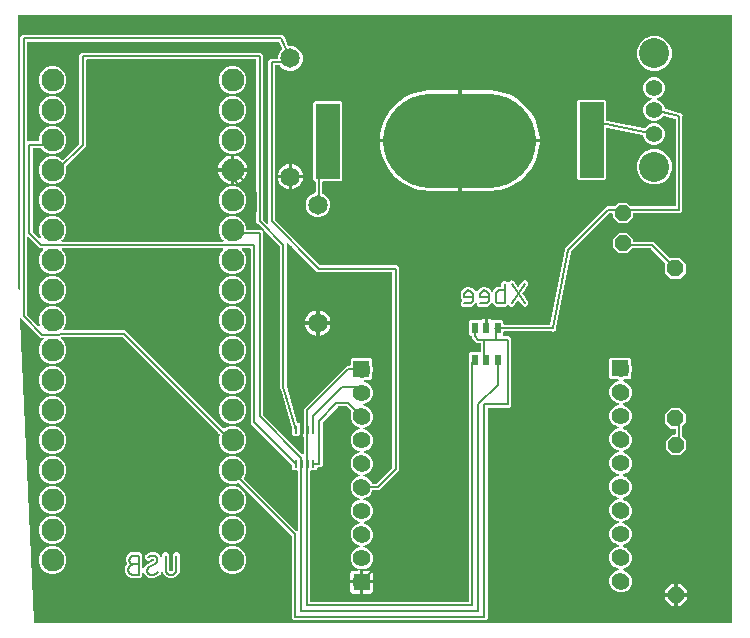
<source format=gbr>
G04 EAGLE Gerber RS-274X export*
G75*
%MOMM*%
%FSLAX34Y34*%
%LPD*%
%INBottom Copper*%
%IPPOS*%
%AMOC8*
5,1,8,0,0,1.08239X$1,22.5*%
G01*
%ADD10C,0.152400*%
%ADD11R,2.032000X3.175000*%
%ADD12C,8.000000*%
%ADD13C,1.651000*%
%ADD14C,1.879600*%
%ADD15R,1.422400X1.422400*%
%ADD16C,1.422400*%
%ADD17P,1.429621X8X292.500000*%
%ADD18P,1.429621X8X112.500000*%
%ADD19C,2.540000*%
%ADD20C,1.930400*%
%ADD21R,0.250000X0.650000*%
%ADD22R,0.568000X0.972300*%

G36*
X614098Y10164D02*
X614098Y10164D01*
X614117Y10162D01*
X614219Y10184D01*
X614321Y10200D01*
X614338Y10210D01*
X614358Y10214D01*
X614447Y10267D01*
X614538Y10316D01*
X614552Y10330D01*
X614569Y10340D01*
X614636Y10419D01*
X614708Y10494D01*
X614716Y10512D01*
X614729Y10527D01*
X614768Y10623D01*
X614811Y10717D01*
X614813Y10737D01*
X614821Y10755D01*
X614839Y10922D01*
X614839Y524078D01*
X614836Y524098D01*
X614838Y524117D01*
X614816Y524219D01*
X614800Y524321D01*
X614790Y524338D01*
X614786Y524358D01*
X614733Y524447D01*
X614684Y524538D01*
X614670Y524552D01*
X614660Y524569D01*
X614581Y524636D01*
X614506Y524708D01*
X614488Y524716D01*
X614473Y524729D01*
X614377Y524768D01*
X614283Y524811D01*
X614263Y524813D01*
X614245Y524821D01*
X614078Y524839D01*
X10922Y524839D01*
X10902Y524836D01*
X10883Y524838D01*
X10781Y524816D01*
X10679Y524800D01*
X10662Y524790D01*
X10642Y524786D01*
X10553Y524733D01*
X10462Y524684D01*
X10448Y524670D01*
X10431Y524660D01*
X10364Y524581D01*
X10292Y524506D01*
X10284Y524488D01*
X10271Y524473D01*
X10232Y524377D01*
X10189Y524283D01*
X10187Y524263D01*
X10179Y524245D01*
X10161Y524078D01*
X10161Y303454D01*
X10163Y303441D01*
X10162Y303418D01*
X10666Y292732D01*
X10688Y292629D01*
X10705Y292526D01*
X10713Y292510D01*
X10717Y292492D01*
X10770Y292401D01*
X10820Y292308D01*
X10833Y292296D01*
X10842Y292280D01*
X10922Y292211D01*
X10998Y292139D01*
X11014Y292131D01*
X11028Y292119D01*
X11126Y292080D01*
X11221Y292035D01*
X11239Y292033D01*
X11256Y292026D01*
X11361Y292020D01*
X11465Y292008D01*
X11483Y292012D01*
X11501Y292011D01*
X11603Y292038D01*
X11706Y292060D01*
X11721Y292070D01*
X11739Y292074D01*
X11827Y292133D01*
X11917Y292187D01*
X11929Y292200D01*
X11944Y292210D01*
X12008Y292293D01*
X12077Y292373D01*
X12084Y292390D01*
X12095Y292405D01*
X12129Y292504D01*
X12169Y292602D01*
X12171Y292624D01*
X12176Y292637D01*
X12180Y292703D01*
X12187Y292768D01*
X12187Y506165D01*
X13835Y507813D01*
X232483Y507813D01*
X232559Y507825D01*
X232636Y507828D01*
X232695Y507848D01*
X232726Y507852D01*
X232749Y507865D01*
X232795Y507880D01*
X233158Y508043D01*
X233635Y507862D01*
X233688Y507851D01*
X233738Y507831D01*
X233847Y507819D01*
X233876Y507813D01*
X233887Y507815D01*
X233905Y507813D01*
X234415Y507813D01*
X234696Y507531D01*
X234759Y507486D01*
X234815Y507434D01*
X234871Y507406D01*
X234896Y507388D01*
X234921Y507380D01*
X234965Y507358D01*
X235337Y507217D01*
X235546Y506752D01*
X235576Y506706D01*
X235597Y506657D01*
X235666Y506571D01*
X235682Y506547D01*
X235691Y506540D01*
X235702Y506526D01*
X236063Y506165D01*
X236063Y505767D01*
X236075Y505691D01*
X236078Y505614D01*
X236098Y505555D01*
X236102Y505524D01*
X236115Y505501D01*
X236130Y505455D01*
X239145Y498755D01*
X239203Y498667D01*
X239257Y498576D01*
X239271Y498564D01*
X239281Y498550D01*
X239364Y498485D01*
X239444Y498416D01*
X239461Y498409D01*
X239475Y498399D01*
X239574Y498364D01*
X239672Y498324D01*
X239694Y498322D01*
X239707Y498317D01*
X239738Y498317D01*
X239839Y498306D01*
X242950Y498306D01*
X246738Y496737D01*
X249637Y493838D01*
X251206Y490050D01*
X251206Y485950D01*
X249637Y482162D01*
X246738Y479263D01*
X242950Y477694D01*
X238850Y477694D01*
X235062Y479263D01*
X232361Y481964D01*
X232287Y482017D01*
X232218Y482077D01*
X232188Y482089D01*
X232161Y482108D01*
X232074Y482135D01*
X231990Y482169D01*
X231949Y482173D01*
X231926Y482180D01*
X231894Y482179D01*
X231823Y482187D01*
X228574Y482187D01*
X228554Y482184D01*
X228535Y482186D01*
X228433Y482164D01*
X228331Y482148D01*
X228314Y482138D01*
X228294Y482134D01*
X228205Y482081D01*
X228114Y482032D01*
X228100Y482018D01*
X228083Y482008D01*
X228016Y481929D01*
X227944Y481854D01*
X227936Y481836D01*
X227923Y481821D01*
X227884Y481725D01*
X227841Y481631D01*
X227839Y481611D01*
X227831Y481593D01*
X227813Y481426D01*
X227813Y351480D01*
X227827Y351390D01*
X227835Y351299D01*
X227847Y351270D01*
X227852Y351238D01*
X227895Y351157D01*
X227931Y351073D01*
X227957Y351041D01*
X227968Y351020D01*
X227991Y350998D01*
X228036Y350942D01*
X265942Y313036D01*
X266016Y312983D01*
X266086Y312923D01*
X266116Y312911D01*
X266142Y312892D01*
X266229Y312865D01*
X266314Y312831D01*
X266355Y312827D01*
X266377Y312820D01*
X266409Y312821D01*
X266480Y312813D01*
X331165Y312813D01*
X332813Y311165D01*
X332813Y138835D01*
X316265Y122287D01*
X310732Y122287D01*
X310617Y122268D01*
X310501Y122251D01*
X310496Y122249D01*
X310489Y122248D01*
X310387Y122193D01*
X310282Y122140D01*
X310277Y122135D01*
X310272Y122132D01*
X310192Y122048D01*
X310110Y121964D01*
X310106Y121958D01*
X310103Y121954D01*
X310095Y121937D01*
X310029Y121817D01*
X309033Y119413D01*
X306455Y116835D01*
X303232Y115500D01*
X303171Y115462D01*
X303105Y115433D01*
X303067Y115398D01*
X303023Y115370D01*
X302977Y115315D01*
X302924Y115267D01*
X302899Y115221D01*
X302866Y115181D01*
X302840Y115114D01*
X302805Y115051D01*
X302796Y115000D01*
X302778Y114951D01*
X302774Y114880D01*
X302762Y114809D01*
X302769Y114757D01*
X302767Y114705D01*
X302787Y114637D01*
X302798Y114566D01*
X302821Y114519D01*
X302836Y114469D01*
X302876Y114410D01*
X302909Y114346D01*
X302946Y114310D01*
X302976Y114267D01*
X303033Y114224D01*
X303085Y114174D01*
X303147Y114140D01*
X303173Y114120D01*
X303196Y114113D01*
X303232Y114093D01*
X306190Y112868D01*
X308768Y110290D01*
X308874Y110034D01*
X308908Y109978D01*
X308934Y109918D01*
X308986Y109853D01*
X309003Y109825D01*
X309019Y109813D01*
X309031Y109796D01*
X310428Y106426D01*
X310428Y102780D01*
X309033Y99413D01*
X306455Y96835D01*
X303232Y95500D01*
X303171Y95462D01*
X303105Y95433D01*
X303067Y95398D01*
X303023Y95370D01*
X302977Y95315D01*
X302924Y95267D01*
X302899Y95221D01*
X302866Y95181D01*
X302840Y95114D01*
X302805Y95051D01*
X302796Y95000D01*
X302778Y94951D01*
X302774Y94880D01*
X302762Y94809D01*
X302769Y94757D01*
X302767Y94705D01*
X302787Y94637D01*
X302798Y94566D01*
X302821Y94519D01*
X302836Y94469D01*
X302876Y94410D01*
X302909Y94346D01*
X302946Y94310D01*
X302976Y94267D01*
X303033Y94224D01*
X303085Y94174D01*
X303147Y94140D01*
X303173Y94120D01*
X303196Y94113D01*
X303232Y94093D01*
X306190Y92868D01*
X308768Y90290D01*
X308874Y90034D01*
X308908Y89978D01*
X308934Y89918D01*
X308986Y89853D01*
X309003Y89825D01*
X309019Y89813D01*
X309031Y89796D01*
X310428Y86426D01*
X310428Y82780D01*
X309033Y79413D01*
X306455Y76835D01*
X303232Y75500D01*
X303171Y75462D01*
X303105Y75433D01*
X303067Y75398D01*
X303023Y75370D01*
X302977Y75315D01*
X302924Y75267D01*
X302899Y75221D01*
X302866Y75181D01*
X302840Y75114D01*
X302805Y75051D01*
X302796Y75000D01*
X302778Y74951D01*
X302774Y74880D01*
X302762Y74809D01*
X302769Y74757D01*
X302767Y74705D01*
X302787Y74637D01*
X302798Y74566D01*
X302821Y74519D01*
X302836Y74469D01*
X302876Y74410D01*
X302909Y74346D01*
X302946Y74310D01*
X302976Y74267D01*
X303033Y74224D01*
X303085Y74174D01*
X303147Y74140D01*
X303173Y74120D01*
X303196Y74113D01*
X303232Y74093D01*
X306190Y72868D01*
X308768Y70290D01*
X308874Y70034D01*
X308908Y69978D01*
X308934Y69918D01*
X308986Y69853D01*
X309003Y69825D01*
X309019Y69813D01*
X309020Y69811D01*
X309021Y69809D01*
X309023Y69807D01*
X309031Y69796D01*
X310428Y66426D01*
X310428Y62780D01*
X309033Y59413D01*
X306455Y56835D01*
X303818Y55743D01*
X303732Y55690D01*
X303643Y55641D01*
X303628Y55625D01*
X303609Y55613D01*
X303544Y55535D01*
X303475Y55461D01*
X303466Y55441D01*
X303452Y55424D01*
X303416Y55329D01*
X303374Y55237D01*
X303372Y55215D01*
X303364Y55194D01*
X303360Y55093D01*
X303350Y54992D01*
X303355Y54971D01*
X303354Y54948D01*
X303382Y54851D01*
X303404Y54752D01*
X303416Y54733D01*
X303422Y54712D01*
X303480Y54629D01*
X303533Y54543D01*
X303550Y54528D01*
X303562Y54510D01*
X303644Y54450D01*
X303721Y54385D01*
X303746Y54373D01*
X303760Y54363D01*
X303791Y54353D01*
X303874Y54316D01*
X303944Y54293D01*
X303979Y54288D01*
X304012Y54274D01*
X304179Y54256D01*
X308711Y54256D01*
X309358Y54083D01*
X309937Y53748D01*
X310410Y53275D01*
X310745Y52696D01*
X310918Y52049D01*
X310918Y46126D01*
X302523Y46126D01*
X302523Y54679D01*
X302520Y54699D01*
X302522Y54718D01*
X302500Y54820D01*
X302483Y54922D01*
X302474Y54939D01*
X302470Y54959D01*
X302417Y55048D01*
X302368Y55139D01*
X302354Y55153D01*
X302344Y55170D01*
X302265Y55237D01*
X302190Y55309D01*
X302172Y55317D01*
X302157Y55330D01*
X302061Y55369D01*
X301967Y55412D01*
X301947Y55414D01*
X301929Y55422D01*
X301762Y55440D01*
X300503Y55440D01*
X300483Y55437D01*
X300464Y55439D01*
X300362Y55417D01*
X300260Y55401D01*
X300243Y55391D01*
X300223Y55387D01*
X300134Y55334D01*
X300043Y55285D01*
X300029Y55271D01*
X300012Y55261D01*
X299945Y55182D01*
X299874Y55107D01*
X299865Y55089D01*
X299852Y55074D01*
X299813Y54978D01*
X299770Y54884D01*
X299768Y54864D01*
X299760Y54846D01*
X299742Y54679D01*
X299742Y46126D01*
X291562Y46126D01*
X291559Y46142D01*
X291506Y46231D01*
X291457Y46322D01*
X291443Y46336D01*
X291433Y46353D01*
X291426Y46358D01*
X291589Y47387D01*
X291594Y47398D01*
X291612Y47565D01*
X291612Y52049D01*
X291785Y52696D01*
X292120Y53275D01*
X292593Y53748D01*
X293172Y54083D01*
X293819Y54256D01*
X297821Y54256D01*
X297856Y54262D01*
X297892Y54259D01*
X298056Y54293D01*
X298423Y54412D01*
X298513Y54459D01*
X298605Y54500D01*
X298622Y54515D01*
X298641Y54525D01*
X298712Y54598D01*
X298786Y54666D01*
X298797Y54686D01*
X298813Y54701D01*
X298856Y54793D01*
X298905Y54882D01*
X298909Y54903D01*
X298919Y54923D01*
X298931Y55024D01*
X298949Y55124D01*
X298946Y55146D01*
X298948Y55168D01*
X298928Y55267D01*
X298913Y55367D01*
X298903Y55387D01*
X298898Y55409D01*
X298847Y55496D01*
X298801Y55586D01*
X298786Y55602D01*
X298774Y55621D01*
X298698Y55687D01*
X298626Y55759D01*
X298602Y55772D01*
X298589Y55783D01*
X298559Y55795D01*
X298479Y55839D01*
X296075Y56835D01*
X293497Y59413D01*
X293391Y59669D01*
X293357Y59725D01*
X293331Y59785D01*
X293279Y59850D01*
X293262Y59878D01*
X293246Y59890D01*
X293234Y59907D01*
X291837Y63277D01*
X291837Y66923D01*
X293232Y70290D01*
X295810Y72868D01*
X299033Y74203D01*
X299094Y74241D01*
X299160Y74270D01*
X299198Y74305D01*
X299242Y74333D01*
X299288Y74388D01*
X299341Y74436D01*
X299366Y74482D01*
X299399Y74522D01*
X299425Y74589D01*
X299460Y74652D01*
X299469Y74703D01*
X299487Y74752D01*
X299491Y74823D01*
X299503Y74894D01*
X299496Y74946D01*
X299498Y74998D01*
X299478Y75066D01*
X299467Y75137D01*
X299444Y75184D01*
X299429Y75234D01*
X299389Y75293D01*
X299356Y75357D01*
X299319Y75393D01*
X299289Y75436D01*
X299232Y75479D01*
X299180Y75529D01*
X299118Y75563D01*
X299092Y75583D01*
X299069Y75590D01*
X299033Y75610D01*
X296075Y76835D01*
X293497Y79413D01*
X293391Y79669D01*
X293357Y79725D01*
X293331Y79785D01*
X293279Y79850D01*
X293262Y79878D01*
X293246Y79890D01*
X293234Y79907D01*
X291837Y83277D01*
X291837Y86923D01*
X293232Y90290D01*
X295810Y92868D01*
X299033Y94203D01*
X299094Y94241D01*
X299160Y94270D01*
X299198Y94305D01*
X299242Y94333D01*
X299288Y94388D01*
X299341Y94436D01*
X299366Y94482D01*
X299399Y94522D01*
X299425Y94589D01*
X299460Y94652D01*
X299469Y94703D01*
X299487Y94752D01*
X299491Y94823D01*
X299503Y94894D01*
X299496Y94946D01*
X299498Y94998D01*
X299478Y95066D01*
X299467Y95137D01*
X299444Y95184D01*
X299429Y95234D01*
X299389Y95293D01*
X299356Y95357D01*
X299319Y95393D01*
X299289Y95436D01*
X299232Y95479D01*
X299180Y95529D01*
X299118Y95563D01*
X299092Y95583D01*
X299069Y95590D01*
X299033Y95610D01*
X296075Y96835D01*
X293497Y99413D01*
X293391Y99669D01*
X293357Y99725D01*
X293331Y99785D01*
X293279Y99850D01*
X293262Y99878D01*
X293246Y99890D01*
X293234Y99907D01*
X291837Y103277D01*
X291837Y106923D01*
X293232Y110290D01*
X295810Y112868D01*
X299033Y114203D01*
X299094Y114241D01*
X299160Y114270D01*
X299198Y114305D01*
X299242Y114333D01*
X299288Y114388D01*
X299341Y114436D01*
X299366Y114482D01*
X299399Y114522D01*
X299425Y114589D01*
X299460Y114652D01*
X299469Y114703D01*
X299487Y114752D01*
X299491Y114823D01*
X299503Y114894D01*
X299496Y114946D01*
X299498Y114998D01*
X299478Y115066D01*
X299467Y115137D01*
X299444Y115184D01*
X299429Y115234D01*
X299389Y115293D01*
X299356Y115357D01*
X299319Y115393D01*
X299289Y115436D01*
X299232Y115479D01*
X299180Y115529D01*
X299118Y115563D01*
X299092Y115583D01*
X299069Y115590D01*
X299033Y115610D01*
X296075Y116835D01*
X293497Y119413D01*
X293391Y119669D01*
X293357Y119725D01*
X293331Y119785D01*
X293279Y119850D01*
X293262Y119878D01*
X293246Y119890D01*
X293234Y119907D01*
X291837Y123277D01*
X291837Y126923D01*
X293232Y130290D01*
X295810Y132868D01*
X299033Y134203D01*
X299094Y134241D01*
X299160Y134270D01*
X299198Y134305D01*
X299242Y134333D01*
X299288Y134388D01*
X299341Y134436D01*
X299366Y134482D01*
X299399Y134522D01*
X299425Y134589D01*
X299460Y134652D01*
X299469Y134703D01*
X299487Y134752D01*
X299491Y134823D01*
X299503Y134894D01*
X299496Y134946D01*
X299498Y134998D01*
X299478Y135066D01*
X299467Y135137D01*
X299444Y135184D01*
X299429Y135234D01*
X299389Y135293D01*
X299356Y135357D01*
X299319Y135393D01*
X299289Y135436D01*
X299232Y135479D01*
X299180Y135529D01*
X299118Y135563D01*
X299092Y135583D01*
X299069Y135590D01*
X299033Y135610D01*
X296075Y136835D01*
X293497Y139413D01*
X293391Y139669D01*
X293357Y139725D01*
X293331Y139785D01*
X293279Y139850D01*
X293262Y139878D01*
X293246Y139890D01*
X293234Y139907D01*
X291837Y143277D01*
X291837Y146923D01*
X293232Y150290D01*
X295810Y152868D01*
X299033Y154203D01*
X299094Y154241D01*
X299160Y154270D01*
X299198Y154305D01*
X299242Y154333D01*
X299288Y154388D01*
X299341Y154436D01*
X299366Y154482D01*
X299399Y154522D01*
X299425Y154589D01*
X299460Y154652D01*
X299469Y154703D01*
X299487Y154752D01*
X299491Y154823D01*
X299503Y154894D01*
X299496Y154946D01*
X299498Y154998D01*
X299478Y155066D01*
X299467Y155137D01*
X299444Y155184D01*
X299429Y155234D01*
X299389Y155293D01*
X299356Y155357D01*
X299319Y155393D01*
X299289Y155436D01*
X299232Y155479D01*
X299180Y155529D01*
X299118Y155563D01*
X299092Y155583D01*
X299069Y155590D01*
X299033Y155610D01*
X296075Y156835D01*
X293497Y159413D01*
X293391Y159669D01*
X293357Y159725D01*
X293331Y159785D01*
X293279Y159850D01*
X293262Y159878D01*
X293246Y159890D01*
X293234Y159907D01*
X291837Y163277D01*
X291837Y166923D01*
X293232Y170290D01*
X295810Y172868D01*
X299033Y174203D01*
X299094Y174241D01*
X299160Y174270D01*
X299198Y174305D01*
X299242Y174333D01*
X299288Y174388D01*
X299341Y174436D01*
X299366Y174482D01*
X299399Y174522D01*
X299425Y174589D01*
X299460Y174652D01*
X299469Y174703D01*
X299487Y174752D01*
X299491Y174823D01*
X299503Y174894D01*
X299496Y174946D01*
X299498Y174998D01*
X299478Y175066D01*
X299467Y175137D01*
X299444Y175184D01*
X299429Y175234D01*
X299389Y175293D01*
X299356Y175357D01*
X299319Y175393D01*
X299289Y175436D01*
X299232Y175479D01*
X299180Y175529D01*
X299118Y175563D01*
X299092Y175583D01*
X299069Y175590D01*
X299033Y175610D01*
X296075Y176835D01*
X293497Y179413D01*
X293391Y179669D01*
X293357Y179725D01*
X293331Y179785D01*
X293279Y179850D01*
X293262Y179878D01*
X293246Y179890D01*
X293234Y179907D01*
X291837Y183277D01*
X291837Y186923D01*
X292560Y188666D01*
X292586Y188780D01*
X292615Y188893D01*
X292614Y188899D01*
X292616Y188906D01*
X292605Y189022D01*
X292596Y189138D01*
X292593Y189144D01*
X292593Y189150D01*
X292545Y189257D01*
X292499Y189365D01*
X292495Y189371D01*
X292493Y189375D01*
X292480Y189389D01*
X292394Y189496D01*
X288492Y193399D01*
X288418Y193452D01*
X288348Y193511D01*
X288318Y193523D01*
X288292Y193542D01*
X288205Y193569D01*
X288120Y193603D01*
X288079Y193608D01*
X288057Y193615D01*
X288025Y193614D01*
X287953Y193622D01*
X281880Y193622D01*
X281790Y193607D01*
X281699Y193600D01*
X281670Y193587D01*
X281638Y193582D01*
X281557Y193539D01*
X281473Y193503D01*
X281441Y193478D01*
X281420Y193467D01*
X281398Y193444D01*
X281342Y193399D01*
X280859Y192916D01*
X268436Y180492D01*
X268383Y180418D01*
X268323Y180349D01*
X268311Y180319D01*
X268292Y180292D01*
X268265Y180206D01*
X268231Y180121D01*
X268227Y180080D01*
X268220Y180057D01*
X268221Y180025D01*
X268213Y179954D01*
X268213Y143435D01*
X266565Y141787D01*
X264462Y141787D01*
X264442Y141784D01*
X264423Y141786D01*
X264321Y141764D01*
X264219Y141748D01*
X264202Y141738D01*
X264182Y141734D01*
X264093Y141681D01*
X264002Y141632D01*
X263988Y141618D01*
X263971Y141608D01*
X263904Y141529D01*
X263832Y141454D01*
X263824Y141436D01*
X263811Y141421D01*
X263772Y141325D01*
X263729Y141231D01*
X263727Y141211D01*
X263719Y141193D01*
X263701Y141026D01*
X263701Y140501D01*
X262499Y139299D01*
X258574Y139299D01*
X258554Y139296D01*
X258535Y139298D01*
X258433Y139276D01*
X258331Y139260D01*
X258314Y139250D01*
X258294Y139246D01*
X258205Y139193D01*
X258114Y139144D01*
X258100Y139130D01*
X258083Y139120D01*
X258016Y139041D01*
X257944Y138966D01*
X257936Y138948D01*
X257923Y138933D01*
X257884Y138837D01*
X257841Y138743D01*
X257839Y138723D01*
X257831Y138705D01*
X257813Y138538D01*
X257813Y28574D01*
X257816Y28554D01*
X257814Y28535D01*
X257836Y28433D01*
X257852Y28331D01*
X257862Y28314D01*
X257866Y28294D01*
X257919Y28205D01*
X257968Y28114D01*
X257982Y28100D01*
X257992Y28083D01*
X258071Y28016D01*
X258146Y27944D01*
X258164Y27936D01*
X258179Y27923D01*
X258275Y27884D01*
X258369Y27841D01*
X258389Y27839D01*
X258407Y27831D01*
X258574Y27813D01*
X391426Y27813D01*
X391446Y27816D01*
X391465Y27814D01*
X391567Y27836D01*
X391669Y27852D01*
X391686Y27862D01*
X391706Y27866D01*
X391795Y27919D01*
X391886Y27968D01*
X391900Y27982D01*
X391917Y27992D01*
X391984Y28071D01*
X392056Y28146D01*
X392064Y28164D01*
X392077Y28179D01*
X392116Y28275D01*
X392159Y28369D01*
X392161Y28389D01*
X392169Y28407D01*
X392187Y28574D01*
X392187Y229972D01*
X392186Y229977D01*
X392187Y229984D01*
X392169Y231147D01*
X392286Y231264D01*
X392339Y231338D01*
X392399Y231408D01*
X392411Y231438D01*
X392430Y231464D01*
X392457Y231551D01*
X392491Y231636D01*
X392495Y231677D01*
X392502Y231699D01*
X392501Y231731D01*
X392509Y231802D01*
X392509Y238186D01*
X393711Y239388D01*
X401276Y239388D01*
X401322Y239374D01*
X401394Y239375D01*
X401465Y239367D01*
X401516Y239378D01*
X401568Y239380D01*
X401635Y239404D01*
X401706Y239420D01*
X401750Y239446D01*
X401799Y239464D01*
X401855Y239509D01*
X401917Y239546D01*
X401951Y239585D01*
X401991Y239618D01*
X402030Y239678D01*
X402077Y239733D01*
X402096Y239781D01*
X402124Y239824D01*
X402142Y239894D01*
X402169Y239961D01*
X402177Y240032D01*
X402185Y240063D01*
X402183Y240086D01*
X402187Y240128D01*
X402187Y246426D01*
X402184Y246446D01*
X402186Y246465D01*
X402164Y246567D01*
X402148Y246669D01*
X402138Y246686D01*
X402134Y246706D01*
X402081Y246795D01*
X402032Y246886D01*
X402018Y246900D01*
X402008Y246917D01*
X401929Y246984D01*
X401854Y247056D01*
X401836Y247064D01*
X401821Y247077D01*
X401725Y247116D01*
X401631Y247159D01*
X401611Y247161D01*
X401593Y247169D01*
X401426Y247187D01*
X398835Y247187D01*
X394587Y251435D01*
X394587Y252051D01*
X394584Y252071D01*
X394586Y252090D01*
X394564Y252192D01*
X394548Y252294D01*
X394538Y252311D01*
X394534Y252331D01*
X394481Y252420D01*
X394432Y252511D01*
X394418Y252525D01*
X394408Y252542D01*
X394329Y252609D01*
X394254Y252681D01*
X394236Y252689D01*
X394221Y252702D01*
X394125Y252741D01*
X394031Y252784D01*
X394011Y252786D01*
X393993Y252794D01*
X393826Y252812D01*
X393711Y252812D01*
X392509Y254014D01*
X392509Y265435D01*
X393711Y266637D01*
X401089Y266637D01*
X401265Y266461D01*
X401281Y266449D01*
X401294Y266434D01*
X401381Y266378D01*
X401465Y266317D01*
X401484Y266312D01*
X401501Y266301D01*
X401601Y266276D01*
X401700Y266245D01*
X401720Y266246D01*
X401739Y266241D01*
X401842Y266249D01*
X401946Y266251D01*
X401965Y266258D01*
X401985Y266260D01*
X402080Y266300D01*
X402177Y266336D01*
X402192Y266348D01*
X402211Y266356D01*
X402342Y266461D01*
X402500Y266619D01*
X403079Y266954D01*
X403726Y267127D01*
X405481Y267127D01*
X405481Y260383D01*
X405484Y260363D01*
X405482Y260343D01*
X405504Y260242D01*
X405520Y260140D01*
X405530Y260122D01*
X405534Y260103D01*
X405587Y260014D01*
X405636Y259923D01*
X405650Y259909D01*
X405660Y259892D01*
X405739Y259824D01*
X405814Y259753D01*
X405832Y259745D01*
X405847Y259732D01*
X405943Y259693D01*
X406037Y259650D01*
X406057Y259647D01*
X406075Y259640D01*
X406242Y259621D01*
X407558Y259621D01*
X407578Y259625D01*
X407597Y259622D01*
X407699Y259644D01*
X407801Y259661D01*
X407818Y259670D01*
X407838Y259675D01*
X407927Y259728D01*
X408018Y259776D01*
X408032Y259791D01*
X408049Y259801D01*
X408116Y259880D01*
X408188Y259955D01*
X408196Y259973D01*
X408209Y259988D01*
X408248Y260084D01*
X408291Y260178D01*
X408293Y260197D01*
X408301Y260216D01*
X408319Y260383D01*
X408319Y267127D01*
X410074Y267127D01*
X410721Y266954D01*
X411300Y266619D01*
X411458Y266461D01*
X411474Y266449D01*
X411487Y266434D01*
X411574Y266378D01*
X411658Y266317D01*
X411677Y266312D01*
X411694Y266301D01*
X411794Y266276D01*
X411893Y266245D01*
X411913Y266246D01*
X411932Y266241D01*
X412035Y266249D01*
X412139Y266251D01*
X412158Y266258D01*
X412178Y266260D01*
X412273Y266300D01*
X412370Y266336D01*
X412385Y266348D01*
X412404Y266356D01*
X412535Y266461D01*
X412711Y266637D01*
X420089Y266637D01*
X421291Y265435D01*
X421291Y263298D01*
X421294Y263279D01*
X421292Y263259D01*
X421314Y263158D01*
X421330Y263056D01*
X421340Y263038D01*
X421344Y263019D01*
X421397Y262930D01*
X421446Y262838D01*
X421460Y262825D01*
X421470Y262808D01*
X421549Y262740D01*
X421624Y262669D01*
X421642Y262661D01*
X421657Y262648D01*
X421753Y262609D01*
X421847Y262565D01*
X421867Y262563D01*
X421885Y262556D01*
X422052Y262537D01*
X459972Y262537D01*
X460040Y262548D01*
X460109Y262550D01*
X460161Y262568D01*
X460214Y262577D01*
X460276Y262609D01*
X460341Y262633D01*
X460384Y262667D01*
X460432Y262692D01*
X460479Y262742D01*
X460534Y262785D01*
X460564Y262831D01*
X460601Y262870D01*
X460630Y262933D01*
X460668Y262991D01*
X460691Y263064D01*
X460705Y263093D01*
X460707Y263115D01*
X460719Y263151D01*
X473115Y326143D01*
X473115Y326168D01*
X473129Y326290D01*
X473129Y327107D01*
X473183Y327161D01*
X473194Y327175D01*
X473207Y327186D01*
X473265Y327275D01*
X473327Y327361D01*
X473332Y327378D01*
X473342Y327392D01*
X473392Y327553D01*
X473407Y327628D01*
X474085Y328083D01*
X474104Y328100D01*
X474199Y328177D01*
X506964Y360942D01*
X508835Y362813D01*
X515458Y362813D01*
X515548Y362827D01*
X515639Y362835D01*
X515669Y362847D01*
X515701Y362852D01*
X515781Y362895D01*
X515865Y362931D01*
X515897Y362957D01*
X515918Y362968D01*
X515940Y362991D01*
X515996Y363036D01*
X518715Y365755D01*
X525885Y365755D01*
X528604Y363036D01*
X528678Y362983D01*
X528747Y362923D01*
X528778Y362911D01*
X528804Y362892D01*
X528891Y362865D01*
X528976Y362831D01*
X529016Y362827D01*
X529039Y362820D01*
X529071Y362821D01*
X529142Y362813D01*
X566426Y362813D01*
X566446Y362816D01*
X566465Y362814D01*
X566567Y362836D01*
X566669Y362852D01*
X566686Y362862D01*
X566706Y362866D01*
X566795Y362919D01*
X566886Y362968D01*
X566900Y362982D01*
X566917Y362992D01*
X566984Y363071D01*
X567056Y363146D01*
X567064Y363164D01*
X567077Y363179D01*
X567116Y363275D01*
X567159Y363369D01*
X567161Y363389D01*
X567169Y363407D01*
X567187Y363574D01*
X567187Y436377D01*
X567178Y436431D01*
X567180Y436485D01*
X567159Y436552D01*
X567148Y436620D01*
X567122Y436668D01*
X567106Y436720D01*
X567065Y436776D01*
X567032Y436837D01*
X566993Y436875D01*
X566961Y436919D01*
X566904Y436959D01*
X566854Y437007D01*
X566805Y437030D01*
X566760Y437061D01*
X566658Y437098D01*
X566631Y437110D01*
X566620Y437111D01*
X566602Y437118D01*
X557545Y439274D01*
X557488Y439278D01*
X557432Y439292D01*
X557366Y439287D01*
X557299Y439292D01*
X557244Y439277D01*
X557187Y439273D01*
X557126Y439247D01*
X557061Y439230D01*
X557013Y439199D01*
X556961Y439177D01*
X556881Y439113D01*
X556855Y439096D01*
X556847Y439085D01*
X556830Y439072D01*
X554190Y436432D01*
X550823Y435037D01*
X547177Y435037D01*
X543810Y436432D01*
X541232Y439010D01*
X539837Y442377D01*
X539837Y446023D01*
X541232Y449390D01*
X543810Y451968D01*
X546294Y452997D01*
X546355Y453034D01*
X546420Y453064D01*
X546459Y453099D01*
X546503Y453126D01*
X546548Y453181D01*
X546601Y453230D01*
X546626Y453276D01*
X546660Y453316D01*
X546685Y453383D01*
X546720Y453446D01*
X546729Y453497D01*
X546748Y453545D01*
X546751Y453617D01*
X546764Y453688D01*
X546756Y453739D01*
X546758Y453791D01*
X546738Y453860D01*
X546728Y453931D01*
X546704Y453977D01*
X546690Y454027D01*
X546649Y454086D01*
X546616Y454150D01*
X546579Y454187D01*
X546549Y454229D01*
X546492Y454272D01*
X546441Y454322D01*
X546378Y454357D01*
X546352Y454376D01*
X546330Y454383D01*
X546294Y454403D01*
X543810Y455432D01*
X541232Y458010D01*
X539837Y461377D01*
X539837Y465023D01*
X541232Y468390D01*
X543810Y470968D01*
X547177Y472363D01*
X550823Y472363D01*
X554190Y470968D01*
X556768Y468390D01*
X558163Y465023D01*
X558163Y461377D01*
X556768Y458010D01*
X554190Y455432D01*
X551706Y454403D01*
X551645Y454365D01*
X551580Y454336D01*
X551541Y454301D01*
X551497Y454274D01*
X551451Y454218D01*
X551399Y454170D01*
X551374Y454124D01*
X551340Y454084D01*
X551315Y454017D01*
X551280Y453954D01*
X551271Y453903D01*
X551252Y453855D01*
X551249Y453783D01*
X551236Y453712D01*
X551244Y453661D01*
X551242Y453609D01*
X551262Y453540D01*
X551272Y453469D01*
X551296Y453423D01*
X551310Y453373D01*
X551351Y453314D01*
X551384Y453250D01*
X551421Y453213D01*
X551451Y453171D01*
X551508Y453128D01*
X551559Y453078D01*
X551622Y453043D01*
X551648Y453024D01*
X551670Y453017D01*
X551706Y452997D01*
X554190Y451968D01*
X556768Y449390D01*
X558163Y446023D01*
X558163Y445511D01*
X558172Y445457D01*
X558170Y445403D01*
X558191Y445337D01*
X558202Y445268D01*
X558228Y445220D01*
X558244Y445168D01*
X558285Y445112D01*
X558318Y445051D01*
X558357Y445013D01*
X558389Y444969D01*
X558446Y444929D01*
X558496Y444882D01*
X558545Y444859D01*
X558590Y444827D01*
X558692Y444790D01*
X558719Y444778D01*
X558730Y444777D01*
X558748Y444770D01*
X570243Y442033D01*
X570248Y442033D01*
X570253Y442031D01*
X570420Y442013D01*
X571165Y442013D01*
X571274Y441904D01*
X571276Y441903D01*
X571277Y441901D01*
X571378Y441829D01*
X571473Y441761D01*
X571476Y441760D01*
X571478Y441759D01*
X571636Y441702D01*
X571785Y441666D01*
X572176Y441031D01*
X572179Y441028D01*
X572181Y441023D01*
X572286Y440892D01*
X572813Y440365D01*
X572813Y440212D01*
X572813Y440209D01*
X572813Y440207D01*
X572833Y440086D01*
X572852Y439969D01*
X572854Y439967D01*
X572854Y439964D01*
X572926Y439813D01*
X573006Y439682D01*
X572833Y438957D01*
X572833Y438952D01*
X572831Y438947D01*
X572813Y438780D01*
X572813Y358835D01*
X571165Y357187D01*
X531716Y357187D01*
X531696Y357184D01*
X531677Y357186D01*
X531575Y357164D01*
X531473Y357148D01*
X531456Y357138D01*
X531436Y357134D01*
X531347Y357081D01*
X531256Y357032D01*
X531242Y357018D01*
X531225Y357008D01*
X531158Y356929D01*
X531086Y356854D01*
X531078Y356836D01*
X531065Y356821D01*
X531026Y356725D01*
X530983Y356631D01*
X530981Y356611D01*
X530973Y356593D01*
X530955Y356426D01*
X530955Y353515D01*
X525885Y348445D01*
X518715Y348445D01*
X513645Y353515D01*
X513645Y356426D01*
X513642Y356446D01*
X513644Y356465D01*
X513622Y356567D01*
X513606Y356669D01*
X513596Y356686D01*
X513592Y356706D01*
X513539Y356795D01*
X513490Y356886D01*
X513476Y356900D01*
X513466Y356917D01*
X513387Y356984D01*
X513312Y357056D01*
X513294Y357064D01*
X513279Y357077D01*
X513183Y357116D01*
X513089Y357159D01*
X513069Y357161D01*
X513051Y357169D01*
X512884Y357187D01*
X511480Y357187D01*
X511390Y357173D01*
X511299Y357165D01*
X511270Y357153D01*
X511238Y357148D01*
X511157Y357105D01*
X511073Y357069D01*
X511041Y357043D01*
X511020Y357032D01*
X510998Y357009D01*
X510942Y356964D01*
X478700Y324722D01*
X478690Y324708D01*
X478676Y324697D01*
X478618Y324608D01*
X478557Y324523D01*
X478551Y324506D01*
X478542Y324491D01*
X478491Y324331D01*
X465738Y259523D01*
X465737Y259498D01*
X465724Y259376D01*
X465724Y258559D01*
X465669Y258505D01*
X465659Y258491D01*
X465645Y258480D01*
X465587Y258391D01*
X465526Y258305D01*
X465520Y258289D01*
X465511Y258274D01*
X465460Y258114D01*
X465446Y258038D01*
X464767Y257583D01*
X464749Y257566D01*
X464653Y257489D01*
X464076Y256912D01*
X463999Y256912D01*
X463982Y256909D01*
X463964Y256911D01*
X463861Y256889D01*
X463756Y256872D01*
X463741Y256864D01*
X463723Y256860D01*
X463575Y256783D01*
X463511Y256740D01*
X462709Y256897D01*
X462684Y256898D01*
X462562Y256912D01*
X422052Y256912D01*
X422032Y256909D01*
X422013Y256911D01*
X421911Y256889D01*
X421809Y256872D01*
X421792Y256863D01*
X421772Y256858D01*
X421683Y256805D01*
X421592Y256757D01*
X421578Y256743D01*
X421561Y256732D01*
X421494Y256654D01*
X421422Y256579D01*
X421414Y256561D01*
X421401Y256545D01*
X421362Y256449D01*
X421319Y256356D01*
X421317Y256336D01*
X421309Y256317D01*
X421291Y256151D01*
X421291Y253986D01*
X421276Y253955D01*
X421246Y253913D01*
X421225Y253844D01*
X421195Y253779D01*
X421189Y253727D01*
X421174Y253678D01*
X421175Y253606D01*
X421167Y253535D01*
X421179Y253484D01*
X421180Y253432D01*
X421204Y253364D01*
X421220Y253294D01*
X421246Y253249D01*
X421264Y253201D01*
X421309Y253145D01*
X421346Y253083D01*
X421385Y253049D01*
X421418Y253009D01*
X421478Y252970D01*
X421533Y252923D01*
X421581Y252904D01*
X421625Y252876D01*
X421694Y252858D01*
X421761Y252831D01*
X421832Y252823D01*
X421863Y252815D01*
X421887Y252817D01*
X421928Y252813D01*
X426165Y252813D01*
X427813Y251165D01*
X427813Y193835D01*
X426165Y192187D01*
X408574Y192187D01*
X408554Y192184D01*
X408535Y192186D01*
X408433Y192164D01*
X408331Y192148D01*
X408314Y192138D01*
X408294Y192134D01*
X408205Y192081D01*
X408114Y192032D01*
X408100Y192018D01*
X408083Y192008D01*
X408016Y191929D01*
X407944Y191854D01*
X407936Y191836D01*
X407923Y191821D01*
X407884Y191725D01*
X407841Y191631D01*
X407839Y191611D01*
X407831Y191593D01*
X407813Y191426D01*
X407813Y13835D01*
X406165Y12187D01*
X243835Y12187D01*
X242187Y13835D01*
X242187Y83520D01*
X242173Y83610D01*
X242165Y83701D01*
X242153Y83730D01*
X242148Y83762D01*
X242105Y83843D01*
X242069Y83927D01*
X242043Y83959D01*
X242032Y83980D01*
X242009Y84002D01*
X241964Y84058D01*
X197272Y128750D01*
X197178Y128817D01*
X197084Y128888D01*
X197078Y128890D01*
X197073Y128893D01*
X196962Y128927D01*
X196850Y128964D01*
X196844Y128964D01*
X196838Y128966D01*
X196721Y128963D01*
X196604Y128961D01*
X196597Y128959D01*
X196592Y128959D01*
X196574Y128953D01*
X196443Y128915D01*
X194228Y127997D01*
X189572Y127997D01*
X185271Y129779D01*
X181979Y133071D01*
X180197Y137372D01*
X180197Y142028D01*
X181979Y146329D01*
X185271Y149621D01*
X189572Y151403D01*
X194228Y151403D01*
X198529Y149621D01*
X201821Y146329D01*
X203603Y142028D01*
X203603Y137372D01*
X201790Y132996D01*
X201759Y132952D01*
X201753Y132933D01*
X201742Y132917D01*
X201717Y132816D01*
X201686Y132717D01*
X201687Y132697D01*
X201682Y132678D01*
X201690Y132575D01*
X201693Y132471D01*
X201700Y132453D01*
X201701Y132433D01*
X201741Y132338D01*
X201777Y132240D01*
X201790Y132225D01*
X201797Y132206D01*
X201902Y132076D01*
X245888Y88090D01*
X245946Y88048D01*
X245998Y87999D01*
X246045Y87977D01*
X246087Y87947D01*
X246156Y87925D01*
X246221Y87895D01*
X246273Y87889D01*
X246323Y87874D01*
X246394Y87876D01*
X246465Y87868D01*
X246516Y87879D01*
X246568Y87881D01*
X246636Y87905D01*
X246706Y87920D01*
X246750Y87947D01*
X246799Y87965D01*
X246855Y88010D01*
X246917Y88047D01*
X246951Y88086D01*
X246991Y88119D01*
X247030Y88179D01*
X247077Y88233D01*
X247096Y88282D01*
X247124Y88326D01*
X247142Y88395D01*
X247169Y88462D01*
X247177Y88533D01*
X247185Y88564D01*
X247183Y88587D01*
X247187Y88628D01*
X247187Y138538D01*
X247184Y138558D01*
X247186Y138577D01*
X247164Y138679D01*
X247148Y138781D01*
X247138Y138798D01*
X247134Y138818D01*
X247081Y138907D01*
X247032Y138998D01*
X247018Y139012D01*
X247008Y139029D01*
X246929Y139096D01*
X246854Y139168D01*
X246836Y139176D01*
X246821Y139189D01*
X246725Y139228D01*
X246631Y139271D01*
X246611Y139273D01*
X246593Y139281D01*
X246426Y139299D01*
X243301Y139299D01*
X242099Y140501D01*
X242099Y143608D01*
X242085Y143698D01*
X242077Y143789D01*
X242065Y143818D01*
X242060Y143850D01*
X242017Y143931D01*
X241981Y144015D01*
X241955Y144047D01*
X241944Y144068D01*
X241921Y144090D01*
X241876Y144146D01*
X207187Y178835D01*
X207187Y326426D01*
X207184Y326446D01*
X207186Y326465D01*
X207164Y326567D01*
X207148Y326669D01*
X207138Y326686D01*
X207134Y326706D01*
X207081Y326795D01*
X207032Y326886D01*
X207018Y326900D01*
X207008Y326917D01*
X206929Y326984D01*
X206854Y327056D01*
X206836Y327064D01*
X206821Y327077D01*
X206725Y327116D01*
X206631Y327159D01*
X206611Y327161D01*
X206593Y327169D01*
X206426Y327187D01*
X200601Y327187D01*
X200530Y327176D01*
X200458Y327174D01*
X200409Y327156D01*
X200358Y327148D01*
X200295Y327114D01*
X200227Y327089D01*
X200187Y327057D01*
X200141Y327032D01*
X200091Y326980D01*
X200035Y326936D01*
X200007Y326892D01*
X199971Y326854D01*
X199941Y326789D01*
X199902Y326729D01*
X199890Y326678D01*
X199868Y326631D01*
X199860Y326560D01*
X199842Y326490D01*
X199846Y326438D01*
X199840Y326387D01*
X199856Y326316D01*
X199861Y326245D01*
X199882Y326197D01*
X199893Y326146D01*
X199930Y326085D01*
X199958Y326019D01*
X200002Y325963D01*
X200019Y325935D01*
X200037Y325920D01*
X200062Y325888D01*
X201821Y324129D01*
X203603Y319828D01*
X203603Y315172D01*
X201821Y310871D01*
X198529Y307579D01*
X194228Y305797D01*
X189572Y305797D01*
X185271Y307579D01*
X181979Y310871D01*
X180197Y315172D01*
X180197Y319828D01*
X181979Y324129D01*
X183738Y325888D01*
X183779Y325946D01*
X183829Y325998D01*
X183851Y326045D01*
X183881Y326087D01*
X183902Y326156D01*
X183932Y326221D01*
X183938Y326273D01*
X183953Y326323D01*
X183952Y326394D01*
X183960Y326465D01*
X183948Y326516D01*
X183947Y326568D01*
X183923Y326636D01*
X183907Y326706D01*
X183881Y326751D01*
X183863Y326799D01*
X183818Y326855D01*
X183781Y326917D01*
X183742Y326951D01*
X183709Y326991D01*
X183649Y327030D01*
X183594Y327077D01*
X183546Y327096D01*
X183502Y327124D01*
X183433Y327142D01*
X183366Y327169D01*
X183295Y327177D01*
X183264Y327185D01*
X183240Y327183D01*
X183199Y327187D01*
X48201Y327187D01*
X48130Y327176D01*
X48058Y327174D01*
X48009Y327156D01*
X47958Y327148D01*
X47895Y327114D01*
X47827Y327089D01*
X47787Y327057D01*
X47741Y327032D01*
X47691Y326980D01*
X47635Y326936D01*
X47607Y326892D01*
X47571Y326854D01*
X47541Y326789D01*
X47502Y326729D01*
X47490Y326678D01*
X47468Y326631D01*
X47460Y326560D01*
X47442Y326490D01*
X47446Y326438D01*
X47440Y326387D01*
X47456Y326316D01*
X47461Y326245D01*
X47482Y326197D01*
X47493Y326146D01*
X47530Y326085D01*
X47558Y326019D01*
X47602Y325963D01*
X47619Y325935D01*
X47637Y325920D01*
X47662Y325888D01*
X49421Y324129D01*
X51203Y319828D01*
X51203Y315172D01*
X49421Y310871D01*
X46129Y307579D01*
X41828Y305797D01*
X37172Y305797D01*
X32871Y307579D01*
X29579Y310871D01*
X27797Y315172D01*
X27797Y319828D01*
X29579Y324129D01*
X31338Y325888D01*
X31379Y325946D01*
X31429Y325998D01*
X31451Y326045D01*
X31481Y326087D01*
X31502Y326156D01*
X31532Y326221D01*
X31538Y326273D01*
X31553Y326323D01*
X31552Y326394D01*
X31560Y326465D01*
X31548Y326516D01*
X31547Y326568D01*
X31523Y326636D01*
X31507Y326706D01*
X31481Y326751D01*
X31463Y326799D01*
X31418Y326855D01*
X31381Y326917D01*
X31342Y326951D01*
X31309Y326991D01*
X31249Y327030D01*
X31194Y327077D01*
X31146Y327096D01*
X31102Y327124D01*
X31033Y327142D01*
X30966Y327169D01*
X30895Y327177D01*
X30864Y327185D01*
X30840Y327183D01*
X30799Y327187D01*
X28835Y327187D01*
X19112Y336910D01*
X19054Y336952D01*
X19002Y337001D01*
X18955Y337023D01*
X18913Y337053D01*
X18844Y337075D01*
X18779Y337105D01*
X18727Y337111D01*
X18677Y337126D01*
X18606Y337124D01*
X18535Y337132D01*
X18484Y337121D01*
X18432Y337119D01*
X18364Y337095D01*
X18294Y337080D01*
X18249Y337053D01*
X18201Y337035D01*
X18145Y336990D01*
X18083Y336953D01*
X18049Y336914D01*
X18009Y336881D01*
X17970Y336821D01*
X17923Y336767D01*
X17904Y336718D01*
X17876Y336674D01*
X17858Y336605D01*
X17831Y336538D01*
X17823Y336467D01*
X17815Y336436D01*
X17817Y336413D01*
X17813Y336372D01*
X17813Y271480D01*
X17827Y271390D01*
X17835Y271299D01*
X17847Y271270D01*
X17852Y271238D01*
X17895Y271157D01*
X17931Y271073D01*
X17957Y271041D01*
X17968Y271020D01*
X17991Y270998D01*
X18036Y270942D01*
X27348Y261630D01*
X27427Y261573D01*
X27502Y261511D01*
X27526Y261502D01*
X27548Y261486D01*
X27641Y261458D01*
X27732Y261423D01*
X27758Y261422D01*
X27783Y261414D01*
X27880Y261416D01*
X27977Y261412D01*
X28003Y261420D01*
X28029Y261420D01*
X28120Y261454D01*
X28214Y261481D01*
X28235Y261496D01*
X28260Y261505D01*
X28336Y261566D01*
X28416Y261621D01*
X28431Y261642D01*
X28452Y261658D01*
X28504Y261740D01*
X28562Y261818D01*
X28571Y261843D01*
X28585Y261865D01*
X28608Y261960D01*
X28639Y262052D01*
X28638Y262079D01*
X28645Y262104D01*
X28637Y262201D01*
X28636Y262298D01*
X28627Y262330D01*
X28626Y262349D01*
X28613Y262379D01*
X28590Y262459D01*
X27797Y264372D01*
X27797Y269028D01*
X29579Y273329D01*
X32871Y276621D01*
X37172Y278403D01*
X41828Y278403D01*
X46129Y276621D01*
X49421Y273329D01*
X51203Y269028D01*
X51203Y264372D01*
X49421Y260071D01*
X48462Y259112D01*
X48421Y259054D01*
X48371Y259002D01*
X48349Y258955D01*
X48319Y258913D01*
X48298Y258844D01*
X48268Y258779D01*
X48262Y258727D01*
X48247Y258677D01*
X48248Y258606D01*
X48240Y258535D01*
X48252Y258484D01*
X48253Y258432D01*
X48278Y258364D01*
X48293Y258294D01*
X48319Y258249D01*
X48337Y258201D01*
X48382Y258145D01*
X48419Y258083D01*
X48458Y258049D01*
X48491Y258009D01*
X48551Y257970D01*
X48606Y257923D01*
X48654Y257904D01*
X48698Y257876D01*
X48767Y257858D01*
X48834Y257831D01*
X48905Y257823D01*
X48936Y257815D01*
X48960Y257817D01*
X49001Y257813D01*
X101165Y257813D01*
X103036Y255942D01*
X184076Y174902D01*
X184092Y174891D01*
X184104Y174875D01*
X184192Y174819D01*
X184275Y174759D01*
X184294Y174753D01*
X184311Y174742D01*
X184412Y174717D01*
X184510Y174686D01*
X184530Y174687D01*
X184550Y174682D01*
X184653Y174690D01*
X184756Y174693D01*
X184775Y174700D01*
X184795Y174701D01*
X184890Y174741D01*
X184987Y174777D01*
X185003Y174790D01*
X185021Y174797D01*
X185152Y174902D01*
X185271Y175021D01*
X189572Y176803D01*
X194228Y176803D01*
X198529Y175021D01*
X201821Y171729D01*
X203603Y167428D01*
X203603Y162772D01*
X201821Y158471D01*
X198529Y155179D01*
X194228Y153397D01*
X189572Y153397D01*
X185271Y155179D01*
X181979Y158471D01*
X180197Y162772D01*
X180197Y167428D01*
X180998Y169360D01*
X181024Y169473D01*
X181053Y169587D01*
X181052Y169593D01*
X181054Y169599D01*
X181043Y169716D01*
X181034Y169832D01*
X181031Y169838D01*
X181031Y169844D01*
X180983Y169952D01*
X180937Y170059D01*
X180933Y170064D01*
X180931Y170069D01*
X180918Y170083D01*
X180833Y170190D01*
X99058Y251964D01*
X98984Y252017D01*
X98914Y252077D01*
X98884Y252089D01*
X98858Y252108D01*
X98771Y252135D01*
X98686Y252169D01*
X98645Y252173D01*
X98623Y252180D01*
X98591Y252179D01*
X98520Y252187D01*
X47001Y252187D01*
X46930Y252176D01*
X46858Y252174D01*
X46809Y252156D01*
X46758Y252148D01*
X46695Y252114D01*
X46627Y252089D01*
X46587Y252057D01*
X46541Y252032D01*
X46491Y251980D01*
X46435Y251936D01*
X46407Y251892D01*
X46371Y251854D01*
X46341Y251789D01*
X46302Y251729D01*
X46290Y251678D01*
X46268Y251631D01*
X46260Y251560D01*
X46242Y251490D01*
X46246Y251438D01*
X46240Y251387D01*
X46256Y251316D01*
X46261Y251245D01*
X46282Y251197D01*
X46293Y251146D01*
X46330Y251085D01*
X46358Y251019D01*
X46402Y250963D01*
X46419Y250935D01*
X46437Y250920D01*
X46462Y250888D01*
X49421Y247929D01*
X51203Y243628D01*
X51203Y238972D01*
X49421Y234671D01*
X46129Y231379D01*
X41828Y229597D01*
X37172Y229597D01*
X32871Y231379D01*
X29579Y234671D01*
X27797Y238972D01*
X27797Y243628D01*
X29579Y247929D01*
X31774Y250124D01*
X31815Y250182D01*
X31865Y250234D01*
X31887Y250281D01*
X31917Y250323D01*
X31938Y250392D01*
X31968Y250457D01*
X31974Y250509D01*
X31989Y250559D01*
X31988Y250630D01*
X31996Y250701D01*
X31984Y250752D01*
X31983Y250804D01*
X31958Y250872D01*
X31943Y250942D01*
X31917Y250987D01*
X31899Y251035D01*
X31854Y251091D01*
X31817Y251153D01*
X31778Y251187D01*
X31745Y251227D01*
X31685Y251266D01*
X31630Y251313D01*
X31582Y251332D01*
X31538Y251360D01*
X31469Y251378D01*
X31402Y251405D01*
X31331Y251413D01*
X31300Y251421D01*
X31276Y251419D01*
X31235Y251423D01*
X29599Y251423D01*
X13165Y267857D01*
X13092Y267910D01*
X13024Y267968D01*
X12993Y267981D01*
X12965Y268001D01*
X12880Y268027D01*
X12797Y268061D01*
X12763Y268063D01*
X12730Y268073D01*
X12641Y268071D01*
X12551Y268077D01*
X12518Y268068D01*
X12484Y268067D01*
X12400Y268036D01*
X12314Y268013D01*
X12285Y267994D01*
X12253Y267983D01*
X12183Y267927D01*
X12109Y267877D01*
X12088Y267850D01*
X12061Y267829D01*
X12013Y267753D01*
X11958Y267683D01*
X11946Y267651D01*
X11928Y267622D01*
X11906Y267535D01*
X11877Y267451D01*
X11874Y267407D01*
X11868Y267383D01*
X11870Y267352D01*
X11866Y267283D01*
X23960Y10886D01*
X23961Y10884D01*
X23960Y10883D01*
X23987Y10763D01*
X24011Y10646D01*
X24012Y10644D01*
X24013Y10642D01*
X24075Y10538D01*
X24137Y10434D01*
X24138Y10433D01*
X24139Y10431D01*
X24231Y10352D01*
X24323Y10273D01*
X24324Y10272D01*
X24326Y10271D01*
X24439Y10225D01*
X24550Y10180D01*
X24552Y10180D01*
X24554Y10179D01*
X24721Y10161D01*
X614078Y10161D01*
X614098Y10164D01*
G37*
G36*
X183670Y332824D02*
X183670Y332824D01*
X183742Y332826D01*
X183791Y332844D01*
X183842Y332852D01*
X183905Y332886D01*
X183973Y332911D01*
X184013Y332943D01*
X184059Y332968D01*
X184109Y333020D01*
X184165Y333064D01*
X184193Y333108D01*
X184229Y333146D01*
X184259Y333211D01*
X184298Y333271D01*
X184310Y333322D01*
X184332Y333369D01*
X184340Y333440D01*
X184358Y333510D01*
X184354Y333562D01*
X184360Y333613D01*
X184344Y333684D01*
X184339Y333755D01*
X184318Y333803D01*
X184307Y333854D01*
X184270Y333915D01*
X184242Y333981D01*
X184198Y334037D01*
X184181Y334065D01*
X184163Y334080D01*
X184138Y334112D01*
X181979Y336271D01*
X180197Y340572D01*
X180197Y345228D01*
X181979Y349529D01*
X185271Y352821D01*
X189572Y354603D01*
X194228Y354603D01*
X198529Y352821D01*
X201821Y349529D01*
X203603Y345228D01*
X203603Y343574D01*
X203605Y343560D01*
X203604Y343549D01*
X203605Y343544D01*
X203604Y343535D01*
X203626Y343433D01*
X203642Y343331D01*
X203652Y343314D01*
X203656Y343294D01*
X203709Y343205D01*
X203758Y343114D01*
X203772Y343100D01*
X203782Y343083D01*
X203861Y343016D01*
X203936Y342944D01*
X203954Y342936D01*
X203969Y342923D01*
X204065Y342884D01*
X204159Y342841D01*
X204179Y342839D01*
X204197Y342831D01*
X204364Y342813D01*
X216372Y342813D01*
X216442Y342824D01*
X216514Y342826D01*
X216563Y342844D01*
X216614Y342852D01*
X216678Y342886D01*
X216745Y342911D01*
X216786Y342943D01*
X216832Y342968D01*
X216881Y343020D01*
X216937Y343064D01*
X216965Y343108D01*
X217001Y343146D01*
X217031Y343211D01*
X217070Y343271D01*
X217083Y343322D01*
X217105Y343369D01*
X217113Y343440D01*
X217130Y343510D01*
X217126Y343562D01*
X217132Y343613D01*
X217117Y343684D01*
X217111Y343755D01*
X217091Y343803D01*
X217080Y343854D01*
X217043Y343915D01*
X217015Y343981D01*
X216970Y344037D01*
X216953Y344065D01*
X216942Y344075D01*
X216939Y344079D01*
X216931Y344087D01*
X216910Y344112D01*
X214058Y346964D01*
X212187Y348835D01*
X212187Y486426D01*
X212184Y486446D01*
X212186Y486465D01*
X212164Y486567D01*
X212148Y486669D01*
X212138Y486686D01*
X212134Y486706D01*
X212081Y486795D01*
X212032Y486886D01*
X212018Y486900D01*
X212008Y486917D01*
X211929Y486984D01*
X211854Y487056D01*
X211836Y487064D01*
X211821Y487077D01*
X211725Y487116D01*
X211631Y487159D01*
X211611Y487161D01*
X211593Y487169D01*
X211426Y487187D01*
X68574Y487187D01*
X68554Y487184D01*
X68535Y487186D01*
X68433Y487164D01*
X68331Y487148D01*
X68314Y487138D01*
X68294Y487134D01*
X68205Y487081D01*
X68114Y487032D01*
X68100Y487018D01*
X68083Y487008D01*
X68016Y486929D01*
X67944Y486854D01*
X67936Y486836D01*
X67923Y486821D01*
X67884Y486725D01*
X67841Y486631D01*
X67839Y486611D01*
X67831Y486593D01*
X67813Y486426D01*
X67813Y413835D01*
X51212Y397234D01*
X51144Y397140D01*
X51074Y397045D01*
X51072Y397039D01*
X51068Y397034D01*
X51034Y396923D01*
X50998Y396811D01*
X50998Y396805D01*
X50996Y396799D01*
X50999Y396682D01*
X51000Y396565D01*
X51002Y396558D01*
X51002Y396553D01*
X51009Y396536D01*
X51047Y396404D01*
X51203Y396028D01*
X51203Y391372D01*
X49421Y387071D01*
X46129Y383779D01*
X41828Y381997D01*
X37172Y381997D01*
X32871Y383779D01*
X29579Y387071D01*
X27797Y391372D01*
X27797Y396028D01*
X29579Y400329D01*
X32871Y403621D01*
X37172Y405403D01*
X41828Y405403D01*
X46129Y403621D01*
X47348Y402402D01*
X47364Y402391D01*
X47377Y402375D01*
X47454Y402325D01*
X47466Y402315D01*
X47474Y402312D01*
X47548Y402259D01*
X47567Y402253D01*
X47583Y402242D01*
X47684Y402217D01*
X47783Y402186D01*
X47803Y402187D01*
X47822Y402182D01*
X47925Y402190D01*
X48029Y402193D01*
X48047Y402200D01*
X48067Y402201D01*
X48162Y402241D01*
X48260Y402277D01*
X48275Y402290D01*
X48294Y402297D01*
X48369Y402358D01*
X48372Y402359D01*
X48374Y402362D01*
X48424Y402402D01*
X61964Y415942D01*
X62017Y416016D01*
X62077Y416086D01*
X62089Y416116D01*
X62108Y416142D01*
X62135Y416229D01*
X62169Y416314D01*
X62173Y416355D01*
X62180Y416377D01*
X62179Y416409D01*
X62187Y416480D01*
X62187Y491165D01*
X63835Y492813D01*
X216165Y492813D01*
X217813Y491165D01*
X217813Y351480D01*
X217827Y351390D01*
X217835Y351299D01*
X217847Y351270D01*
X217852Y351238D01*
X217895Y351157D01*
X217931Y351073D01*
X217957Y351041D01*
X217968Y351020D01*
X217991Y350998D01*
X218036Y350942D01*
X220888Y348090D01*
X220946Y348048D01*
X220998Y347999D01*
X221045Y347977D01*
X221087Y347947D01*
X221156Y347925D01*
X221221Y347895D01*
X221273Y347889D01*
X221323Y347874D01*
X221394Y347876D01*
X221465Y347868D01*
X221516Y347879D01*
X221568Y347881D01*
X221636Y347905D01*
X221706Y347920D01*
X221751Y347947D01*
X221799Y347965D01*
X221855Y348010D01*
X221917Y348047D01*
X221951Y348086D01*
X221991Y348119D01*
X222030Y348179D01*
X222077Y348233D01*
X222096Y348282D01*
X222124Y348326D01*
X222142Y348395D01*
X222169Y348462D01*
X222177Y348533D01*
X222185Y348564D01*
X222183Y348587D01*
X222187Y348628D01*
X222187Y486165D01*
X223835Y487813D01*
X229833Y487813D01*
X229853Y487816D01*
X229872Y487814D01*
X229974Y487836D01*
X230076Y487852D01*
X230093Y487862D01*
X230113Y487866D01*
X230202Y487919D01*
X230293Y487968D01*
X230307Y487982D01*
X230324Y487992D01*
X230391Y488071D01*
X230463Y488146D01*
X230471Y488164D01*
X230484Y488179D01*
X230523Y488275D01*
X230566Y488369D01*
X230568Y488389D01*
X230576Y488407D01*
X230594Y488574D01*
X230594Y490050D01*
X232163Y493838D01*
X233878Y495553D01*
X233881Y495557D01*
X233886Y495560D01*
X233953Y495657D01*
X234022Y495752D01*
X234023Y495758D01*
X234026Y495762D01*
X234059Y495875D01*
X234094Y495987D01*
X234094Y495993D01*
X234095Y495998D01*
X234091Y496116D01*
X234088Y496233D01*
X234086Y496238D01*
X234086Y496244D01*
X234034Y496403D01*
X231633Y501738D01*
X231575Y501826D01*
X231521Y501917D01*
X231507Y501929D01*
X231497Y501943D01*
X231414Y502008D01*
X231334Y502077D01*
X231317Y502084D01*
X231303Y502094D01*
X231204Y502129D01*
X231106Y502169D01*
X231084Y502171D01*
X231071Y502176D01*
X231040Y502176D01*
X230939Y502187D01*
X18574Y502187D01*
X18554Y502184D01*
X18535Y502186D01*
X18433Y502164D01*
X18331Y502148D01*
X18314Y502138D01*
X18294Y502134D01*
X18205Y502081D01*
X18114Y502032D01*
X18100Y502018D01*
X18083Y502008D01*
X18016Y501929D01*
X17944Y501854D01*
X17936Y501836D01*
X17923Y501821D01*
X17884Y501725D01*
X17841Y501631D01*
X17839Y501611D01*
X17831Y501593D01*
X17813Y501426D01*
X17813Y418574D01*
X17816Y418554D01*
X17814Y418535D01*
X17836Y418433D01*
X17852Y418331D01*
X17862Y418314D01*
X17866Y418294D01*
X17919Y418205D01*
X17968Y418114D01*
X17982Y418100D01*
X17992Y418083D01*
X18071Y418016D01*
X18146Y417944D01*
X18164Y417936D01*
X18179Y417923D01*
X18275Y417884D01*
X18369Y417841D01*
X18389Y417839D01*
X18407Y417831D01*
X18574Y417813D01*
X27036Y417813D01*
X27056Y417816D01*
X27075Y417814D01*
X27177Y417836D01*
X27279Y417852D01*
X27296Y417862D01*
X27316Y417866D01*
X27405Y417919D01*
X27496Y417968D01*
X27510Y417982D01*
X27527Y417992D01*
X27594Y418071D01*
X27666Y418146D01*
X27674Y418164D01*
X27687Y418179D01*
X27726Y418275D01*
X27769Y418369D01*
X27771Y418389D01*
X27779Y418407D01*
X27797Y418574D01*
X27797Y421428D01*
X29579Y425729D01*
X32871Y429021D01*
X37172Y430803D01*
X41828Y430803D01*
X46129Y429021D01*
X49421Y425729D01*
X51203Y421428D01*
X51203Y416772D01*
X49421Y412471D01*
X46129Y409179D01*
X41828Y407397D01*
X37172Y407397D01*
X32871Y409179D01*
X30086Y411964D01*
X30012Y412017D01*
X29942Y412077D01*
X29912Y412089D01*
X29886Y412108D01*
X29799Y412135D01*
X29714Y412169D01*
X29673Y412173D01*
X29651Y412180D01*
X29619Y412179D01*
X29547Y412187D01*
X23574Y412187D01*
X23554Y412184D01*
X23535Y412186D01*
X23433Y412164D01*
X23331Y412148D01*
X23314Y412138D01*
X23294Y412134D01*
X23205Y412081D01*
X23114Y412032D01*
X23100Y412018D01*
X23083Y412008D01*
X23016Y411929D01*
X22944Y411854D01*
X22936Y411836D01*
X22923Y411821D01*
X22884Y411725D01*
X22841Y411631D01*
X22839Y411611D01*
X22831Y411593D01*
X22813Y411426D01*
X22813Y341480D01*
X22827Y341390D01*
X22835Y341299D01*
X22847Y341270D01*
X22852Y341238D01*
X22895Y341157D01*
X22931Y341073D01*
X22957Y341041D01*
X22968Y341020D01*
X22991Y340998D01*
X23036Y340942D01*
X28197Y335781D01*
X28276Y335724D01*
X28351Y335662D01*
X28375Y335653D01*
X28396Y335638D01*
X28489Y335609D01*
X28580Y335574D01*
X28606Y335573D01*
X28631Y335565D01*
X28729Y335568D01*
X28826Y335564D01*
X28851Y335571D01*
X28877Y335572D01*
X28969Y335605D01*
X29062Y335632D01*
X29084Y335647D01*
X29108Y335656D01*
X29184Y335717D01*
X29264Y335773D01*
X29280Y335794D01*
X29300Y335810D01*
X29353Y335892D01*
X29411Y335970D01*
X29419Y335995D01*
X29433Y336017D01*
X29457Y336111D01*
X29487Y336204D01*
X29487Y336230D01*
X29493Y336255D01*
X29486Y336352D01*
X29485Y336450D01*
X29476Y336481D01*
X29474Y336501D01*
X29461Y336531D01*
X29438Y336611D01*
X27797Y340572D01*
X27797Y345228D01*
X29579Y349529D01*
X32871Y352821D01*
X37172Y354603D01*
X41828Y354603D01*
X46129Y352821D01*
X49421Y349529D01*
X51203Y345228D01*
X51203Y340572D01*
X49421Y336271D01*
X47262Y334112D01*
X47221Y334054D01*
X47171Y334002D01*
X47149Y333955D01*
X47119Y333913D01*
X47098Y333844D01*
X47068Y333779D01*
X47062Y333727D01*
X47047Y333677D01*
X47048Y333606D01*
X47040Y333535D01*
X47052Y333484D01*
X47053Y333432D01*
X47078Y333364D01*
X47093Y333294D01*
X47119Y333249D01*
X47137Y333201D01*
X47182Y333145D01*
X47219Y333083D01*
X47258Y333049D01*
X47291Y333009D01*
X47351Y332970D01*
X47406Y332923D01*
X47454Y332904D01*
X47498Y332876D01*
X47567Y332858D01*
X47634Y332831D01*
X47705Y332823D01*
X47736Y332815D01*
X47760Y332817D01*
X47801Y332813D01*
X183599Y332813D01*
X183670Y332824D01*
G37*
G36*
X313710Y127927D02*
X313710Y127927D01*
X313801Y127935D01*
X313830Y127947D01*
X313862Y127952D01*
X313943Y127995D01*
X314027Y128031D01*
X314059Y128057D01*
X314080Y128068D01*
X314102Y128091D01*
X314158Y128136D01*
X326964Y140942D01*
X327017Y141016D01*
X327077Y141086D01*
X327089Y141116D01*
X327108Y141142D01*
X327135Y141229D01*
X327169Y141314D01*
X327173Y141355D01*
X327180Y141377D01*
X327179Y141409D01*
X327187Y141480D01*
X327187Y306426D01*
X327184Y306446D01*
X327186Y306465D01*
X327164Y306567D01*
X327148Y306669D01*
X327138Y306686D01*
X327134Y306706D01*
X327081Y306795D01*
X327032Y306886D01*
X327018Y306900D01*
X327008Y306917D01*
X326929Y306984D01*
X326854Y307056D01*
X326836Y307064D01*
X326821Y307077D01*
X326725Y307116D01*
X326631Y307159D01*
X326611Y307161D01*
X326593Y307169D01*
X326426Y307187D01*
X263835Y307187D01*
X239112Y331910D01*
X239054Y331952D01*
X239002Y332001D01*
X238955Y332023D01*
X238913Y332053D01*
X238844Y332075D01*
X238779Y332105D01*
X238727Y332111D01*
X238677Y332126D01*
X238606Y332124D01*
X238535Y332132D01*
X238484Y332121D01*
X238432Y332119D01*
X238364Y332095D01*
X238294Y332080D01*
X238249Y332053D01*
X238201Y332035D01*
X238145Y331990D01*
X238083Y331953D01*
X238049Y331914D01*
X238009Y331881D01*
X237970Y331821D01*
X237923Y331767D01*
X237904Y331718D01*
X237876Y331674D01*
X237858Y331605D01*
X237831Y331538D01*
X237823Y331467D01*
X237815Y331436D01*
X237817Y331413D01*
X237813Y331372D01*
X237813Y210501D01*
X237816Y210479D01*
X237814Y210457D01*
X237842Y210291D01*
X246653Y179453D01*
X246669Y179419D01*
X246677Y179382D01*
X246721Y179308D01*
X246758Y179230D01*
X246784Y179203D01*
X246803Y179171D01*
X246869Y179115D01*
X246928Y179053D01*
X246962Y179036D01*
X246990Y179011D01*
X247070Y178979D01*
X247146Y178939D01*
X247183Y178933D01*
X247218Y178919D01*
X247385Y178901D01*
X247417Y178901D01*
X247530Y178919D01*
X247644Y178935D01*
X247653Y178939D01*
X247659Y178940D01*
X247679Y178951D01*
X247797Y179003D01*
X248169Y179218D01*
X248816Y179391D01*
X249639Y179391D01*
X249639Y173600D01*
X249639Y167809D01*
X248816Y167809D01*
X248169Y167982D01*
X247797Y168197D01*
X247691Y168238D01*
X247583Y168281D01*
X247573Y168282D01*
X247567Y168284D01*
X247545Y168285D01*
X247417Y168299D01*
X243301Y168299D01*
X242099Y169501D01*
X242099Y174807D01*
X242096Y174829D01*
X242098Y174851D01*
X242070Y175017D01*
X232550Y208337D01*
X232539Y208360D01*
X232538Y208366D01*
X232531Y208378D01*
X232504Y208435D01*
X232461Y208535D01*
X232450Y208549D01*
X232445Y208559D01*
X232425Y208581D01*
X232356Y208666D01*
X232187Y208835D01*
X232187Y209499D01*
X232184Y209521D01*
X232186Y209543D01*
X232158Y209709D01*
X231975Y210348D01*
X232091Y210556D01*
X232128Y210658D01*
X232169Y210759D01*
X232171Y210777D01*
X232175Y210788D01*
X232175Y210817D01*
X232187Y210926D01*
X232187Y328520D01*
X232173Y328610D01*
X232165Y328701D01*
X232153Y328730D01*
X232148Y328762D01*
X232105Y328843D01*
X232069Y328927D01*
X232043Y328959D01*
X232032Y328980D01*
X232009Y329002D01*
X231964Y329058D01*
X219112Y341910D01*
X219054Y341952D01*
X219002Y342001D01*
X218955Y342023D01*
X218913Y342053D01*
X218844Y342075D01*
X218779Y342105D01*
X218727Y342111D01*
X218677Y342126D01*
X218606Y342124D01*
X218535Y342132D01*
X218484Y342121D01*
X218432Y342119D01*
X218364Y342095D01*
X218294Y342080D01*
X218249Y342053D01*
X218201Y342035D01*
X218145Y341990D01*
X218083Y341953D01*
X218049Y341914D01*
X218009Y341881D01*
X217970Y341821D01*
X217923Y341767D01*
X217904Y341718D01*
X217876Y341674D01*
X217858Y341605D01*
X217831Y341538D01*
X217823Y341467D01*
X217815Y341436D01*
X217817Y341413D01*
X217813Y341372D01*
X217813Y186480D01*
X217827Y186390D01*
X217835Y186299D01*
X217847Y186270D01*
X217852Y186238D01*
X217895Y186157D01*
X217931Y186073D01*
X217957Y186041D01*
X217968Y186020D01*
X217991Y185998D01*
X218036Y185942D01*
X250888Y153090D01*
X250946Y153048D01*
X250998Y152999D01*
X251045Y152977D01*
X251087Y152947D01*
X251156Y152925D01*
X251221Y152895D01*
X251273Y152889D01*
X251323Y152874D01*
X251394Y152876D01*
X251465Y152868D01*
X251516Y152879D01*
X251568Y152881D01*
X251636Y152905D01*
X251706Y152920D01*
X251751Y152947D01*
X251799Y152965D01*
X251855Y153010D01*
X251917Y153047D01*
X251951Y153086D01*
X251991Y153119D01*
X252030Y153179D01*
X252077Y153233D01*
X252096Y153282D01*
X252124Y153326D01*
X252142Y153395D01*
X252169Y153462D01*
X252177Y153533D01*
X252185Y153564D01*
X252183Y153587D01*
X252187Y153628D01*
X252187Y167048D01*
X252184Y167068D01*
X252186Y167087D01*
X252164Y167189D01*
X252148Y167291D01*
X252138Y167308D01*
X252134Y167328D01*
X252081Y167417D01*
X252032Y167508D01*
X252018Y167522D01*
X252008Y167539D01*
X251929Y167606D01*
X251854Y167678D01*
X251836Y167686D01*
X251821Y167699D01*
X251725Y167738D01*
X251631Y167781D01*
X251611Y167783D01*
X251593Y167791D01*
X251426Y167809D01*
X251161Y167809D01*
X251161Y173600D01*
X251161Y179391D01*
X251426Y179391D01*
X251446Y179394D01*
X251465Y179392D01*
X251567Y179414D01*
X251669Y179430D01*
X251686Y179440D01*
X251706Y179444D01*
X251795Y179497D01*
X251886Y179546D01*
X251900Y179560D01*
X251917Y179570D01*
X251984Y179649D01*
X252056Y179724D01*
X252064Y179742D01*
X252077Y179757D01*
X252116Y179853D01*
X252159Y179947D01*
X252161Y179967D01*
X252169Y179985D01*
X252187Y180152D01*
X252187Y191165D01*
X288835Y227813D01*
X291076Y227813D01*
X291096Y227816D01*
X291115Y227814D01*
X291217Y227836D01*
X291319Y227852D01*
X291336Y227862D01*
X291356Y227866D01*
X291445Y227919D01*
X291536Y227968D01*
X291550Y227982D01*
X291567Y227992D01*
X291634Y228071D01*
X291706Y228146D01*
X291714Y228164D01*
X291727Y228179D01*
X291766Y228275D01*
X291809Y228369D01*
X291811Y228389D01*
X291819Y228407D01*
X291837Y228574D01*
X291837Y233061D01*
X293039Y234263D01*
X308961Y234263D01*
X310163Y233061D01*
X310163Y227217D01*
X310173Y227152D01*
X310174Y227087D01*
X310197Y227007D01*
X310202Y226974D01*
X310212Y226957D01*
X310221Y226925D01*
X310428Y226426D01*
X310428Y222780D01*
X310221Y222281D01*
X310206Y222217D01*
X310181Y222156D01*
X310172Y222073D01*
X310165Y222041D01*
X310166Y222022D01*
X310163Y221989D01*
X310163Y217139D01*
X308961Y215937D01*
X304439Y215937D01*
X304374Y215927D01*
X304309Y215926D01*
X304229Y215903D01*
X304196Y215898D01*
X304179Y215888D01*
X304148Y215879D01*
X303232Y215500D01*
X303171Y215462D01*
X303105Y215433D01*
X303067Y215398D01*
X303023Y215370D01*
X302977Y215315D01*
X302924Y215267D01*
X302899Y215221D01*
X302866Y215181D01*
X302840Y215114D01*
X302805Y215051D01*
X302796Y215000D01*
X302778Y214951D01*
X302774Y214880D01*
X302762Y214809D01*
X302769Y214757D01*
X302767Y214705D01*
X302787Y214637D01*
X302798Y214566D01*
X302821Y214519D01*
X302836Y214469D01*
X302876Y214410D01*
X302909Y214346D01*
X302946Y214310D01*
X302976Y214267D01*
X303033Y214224D01*
X303085Y214174D01*
X303147Y214140D01*
X303173Y214120D01*
X303196Y214113D01*
X303232Y214093D01*
X306190Y212868D01*
X308768Y210290D01*
X308874Y210034D01*
X308908Y209978D01*
X308934Y209918D01*
X308986Y209853D01*
X309003Y209825D01*
X309019Y209813D01*
X309031Y209796D01*
X310428Y206426D01*
X310428Y202780D01*
X309033Y199413D01*
X306455Y196835D01*
X303232Y195500D01*
X303171Y195462D01*
X303105Y195433D01*
X303067Y195398D01*
X303023Y195370D01*
X302977Y195315D01*
X302924Y195267D01*
X302899Y195221D01*
X302866Y195181D01*
X302840Y195114D01*
X302805Y195051D01*
X302796Y195000D01*
X302778Y194951D01*
X302774Y194880D01*
X302762Y194809D01*
X302769Y194757D01*
X302767Y194705D01*
X302787Y194637D01*
X302798Y194566D01*
X302821Y194519D01*
X302836Y194469D01*
X302876Y194410D01*
X302909Y194346D01*
X302946Y194310D01*
X302976Y194267D01*
X303033Y194224D01*
X303085Y194174D01*
X303147Y194140D01*
X303173Y194120D01*
X303196Y194113D01*
X303232Y194093D01*
X306190Y192868D01*
X308768Y190290D01*
X308874Y190034D01*
X308908Y189978D01*
X308934Y189918D01*
X308986Y189853D01*
X309003Y189825D01*
X309019Y189813D01*
X309031Y189796D01*
X310428Y186426D01*
X310428Y182780D01*
X309033Y179413D01*
X306455Y176835D01*
X303232Y175500D01*
X303171Y175462D01*
X303105Y175433D01*
X303067Y175398D01*
X303023Y175370D01*
X302977Y175315D01*
X302924Y175267D01*
X302899Y175221D01*
X302866Y175181D01*
X302840Y175114D01*
X302805Y175051D01*
X302796Y175000D01*
X302778Y174951D01*
X302774Y174880D01*
X302762Y174809D01*
X302769Y174757D01*
X302767Y174705D01*
X302787Y174637D01*
X302798Y174566D01*
X302821Y174519D01*
X302836Y174469D01*
X302876Y174410D01*
X302909Y174346D01*
X302946Y174310D01*
X302976Y174267D01*
X303033Y174224D01*
X303085Y174174D01*
X303147Y174140D01*
X303173Y174120D01*
X303196Y174113D01*
X303232Y174093D01*
X306190Y172868D01*
X308768Y170290D01*
X308874Y170034D01*
X308908Y169978D01*
X308934Y169918D01*
X308986Y169853D01*
X309003Y169825D01*
X309019Y169813D01*
X309031Y169796D01*
X310428Y166426D01*
X310428Y162780D01*
X309033Y159413D01*
X306455Y156835D01*
X303232Y155500D01*
X303171Y155462D01*
X303105Y155433D01*
X303085Y155414D01*
X303067Y155405D01*
X303051Y155388D01*
X303023Y155370D01*
X302977Y155315D01*
X302924Y155267D01*
X302908Y155238D01*
X302897Y155226D01*
X302890Y155210D01*
X302866Y155181D01*
X302840Y155114D01*
X302805Y155051D01*
X302799Y155014D01*
X302794Y155003D01*
X302792Y154989D01*
X302778Y154951D01*
X302774Y154880D01*
X302762Y154809D01*
X302768Y154769D01*
X302767Y154759D01*
X302769Y154748D01*
X302767Y154705D01*
X302787Y154637D01*
X302798Y154566D01*
X302817Y154528D01*
X302819Y154518D01*
X302824Y154510D01*
X302836Y154469D01*
X302876Y154410D01*
X302909Y154346D01*
X302940Y154317D01*
X302945Y154307D01*
X302952Y154301D01*
X302976Y154267D01*
X303033Y154224D01*
X303085Y154174D01*
X303129Y154149D01*
X303132Y154147D01*
X303137Y154145D01*
X303147Y154140D01*
X303173Y154120D01*
X303196Y154113D01*
X303232Y154093D01*
X306190Y152868D01*
X308768Y150290D01*
X308874Y150034D01*
X308908Y149978D01*
X308934Y149918D01*
X308986Y149853D01*
X309003Y149825D01*
X309019Y149813D01*
X309031Y149796D01*
X310428Y146426D01*
X310428Y142780D01*
X309033Y139413D01*
X306455Y136835D01*
X303232Y135500D01*
X303171Y135462D01*
X303105Y135433D01*
X303067Y135398D01*
X303023Y135370D01*
X302977Y135315D01*
X302924Y135267D01*
X302899Y135221D01*
X302866Y135181D01*
X302840Y135114D01*
X302805Y135051D01*
X302796Y135000D01*
X302778Y134951D01*
X302774Y134880D01*
X302762Y134809D01*
X302769Y134757D01*
X302767Y134705D01*
X302787Y134637D01*
X302798Y134566D01*
X302821Y134519D01*
X302836Y134469D01*
X302876Y134410D01*
X302909Y134346D01*
X302946Y134310D01*
X302976Y134267D01*
X303033Y134224D01*
X303085Y134174D01*
X303147Y134140D01*
X303173Y134120D01*
X303196Y134113D01*
X303232Y134093D01*
X306190Y132868D01*
X308768Y130290D01*
X308874Y130034D01*
X308908Y129978D01*
X308934Y129918D01*
X308986Y129853D01*
X309003Y129825D01*
X309019Y129813D01*
X309031Y129796D01*
X309617Y128383D01*
X309679Y128283D01*
X309739Y128183D01*
X309743Y128179D01*
X309747Y128174D01*
X309837Y128099D01*
X309925Y128023D01*
X309931Y128021D01*
X309936Y128017D01*
X310045Y127975D01*
X310154Y127931D01*
X310161Y127930D01*
X310166Y127929D01*
X310184Y127928D01*
X310320Y127913D01*
X313620Y127913D01*
X313710Y127927D01*
G37*
%LPC*%
G36*
X519177Y35937D02*
X519177Y35937D01*
X515810Y37332D01*
X515748Y37394D01*
X515694Y37433D01*
X515648Y37479D01*
X515574Y37519D01*
X515548Y37538D01*
X515529Y37544D01*
X515501Y37559D01*
X515045Y37748D01*
X512467Y40326D01*
X511072Y43693D01*
X511072Y47339D01*
X512467Y50706D01*
X515045Y53284D01*
X518428Y54685D01*
X518485Y54694D01*
X518582Y54704D01*
X518606Y54714D01*
X518632Y54718D01*
X518718Y54764D01*
X518807Y54804D01*
X518826Y54821D01*
X518849Y54834D01*
X518916Y54904D01*
X518988Y54970D01*
X519000Y54993D01*
X519018Y55012D01*
X519059Y55100D01*
X519106Y55186D01*
X519111Y55211D01*
X519122Y55235D01*
X519133Y55332D01*
X519150Y55428D01*
X519146Y55454D01*
X519149Y55479D01*
X519128Y55575D01*
X519114Y55671D01*
X519102Y55694D01*
X519097Y55720D01*
X519047Y55803D01*
X519003Y55890D01*
X518984Y55909D01*
X518971Y55931D01*
X518897Y55994D01*
X518827Y56062D01*
X518798Y56078D01*
X518784Y56091D01*
X518753Y56103D01*
X518680Y56143D01*
X515810Y57332D01*
X515748Y57394D01*
X515694Y57433D01*
X515648Y57479D01*
X515575Y57519D01*
X515548Y57538D01*
X515529Y57544D01*
X515501Y57559D01*
X515045Y57748D01*
X512467Y60326D01*
X511072Y63693D01*
X511072Y67339D01*
X512467Y70706D01*
X515045Y73284D01*
X518428Y74685D01*
X518485Y74694D01*
X518582Y74704D01*
X518606Y74714D01*
X518632Y74718D01*
X518718Y74764D01*
X518807Y74804D01*
X518826Y74821D01*
X518849Y74834D01*
X518916Y74904D01*
X518988Y74970D01*
X519000Y74993D01*
X519018Y75012D01*
X519059Y75100D01*
X519106Y75186D01*
X519111Y75211D01*
X519122Y75235D01*
X519133Y75332D01*
X519150Y75428D01*
X519146Y75454D01*
X519149Y75479D01*
X519128Y75575D01*
X519114Y75671D01*
X519102Y75694D01*
X519097Y75720D01*
X519047Y75803D01*
X519003Y75890D01*
X518984Y75909D01*
X518971Y75931D01*
X518897Y75994D01*
X518827Y76062D01*
X518798Y76078D01*
X518784Y76091D01*
X518753Y76103D01*
X518680Y76143D01*
X515810Y77332D01*
X515748Y77394D01*
X515694Y77433D01*
X515648Y77479D01*
X515575Y77519D01*
X515548Y77538D01*
X515529Y77544D01*
X515501Y77559D01*
X515045Y77748D01*
X512467Y80326D01*
X511072Y83693D01*
X511072Y87339D01*
X512467Y90706D01*
X515045Y93284D01*
X518428Y94685D01*
X518485Y94694D01*
X518582Y94704D01*
X518606Y94714D01*
X518632Y94718D01*
X518718Y94764D01*
X518807Y94804D01*
X518826Y94821D01*
X518849Y94834D01*
X518916Y94904D01*
X518988Y94970D01*
X519000Y94993D01*
X519018Y95012D01*
X519059Y95100D01*
X519106Y95186D01*
X519111Y95211D01*
X519122Y95235D01*
X519133Y95332D01*
X519150Y95428D01*
X519146Y95454D01*
X519149Y95479D01*
X519128Y95575D01*
X519114Y95671D01*
X519102Y95694D01*
X519097Y95720D01*
X519047Y95803D01*
X519003Y95890D01*
X518984Y95909D01*
X518971Y95931D01*
X518897Y95994D01*
X518827Y96062D01*
X518798Y96078D01*
X518784Y96091D01*
X518753Y96103D01*
X518680Y96143D01*
X515810Y97332D01*
X515748Y97394D01*
X515694Y97433D01*
X515648Y97479D01*
X515575Y97519D01*
X515548Y97538D01*
X515529Y97544D01*
X515501Y97559D01*
X515045Y97748D01*
X512467Y100326D01*
X511072Y103693D01*
X511072Y107339D01*
X512467Y110706D01*
X515045Y113284D01*
X518428Y114685D01*
X518485Y114694D01*
X518582Y114704D01*
X518606Y114714D01*
X518632Y114718D01*
X518718Y114764D01*
X518807Y114804D01*
X518826Y114821D01*
X518849Y114834D01*
X518916Y114904D01*
X518988Y114970D01*
X519000Y114993D01*
X519018Y115012D01*
X519059Y115100D01*
X519106Y115186D01*
X519111Y115211D01*
X519122Y115235D01*
X519133Y115332D01*
X519150Y115428D01*
X519146Y115454D01*
X519149Y115479D01*
X519128Y115575D01*
X519114Y115671D01*
X519102Y115694D01*
X519097Y115720D01*
X519047Y115803D01*
X519003Y115890D01*
X518984Y115909D01*
X518971Y115931D01*
X518897Y115994D01*
X518827Y116062D01*
X518798Y116078D01*
X518784Y116091D01*
X518753Y116103D01*
X518680Y116143D01*
X515810Y117332D01*
X515748Y117394D01*
X515694Y117433D01*
X515648Y117479D01*
X515575Y117519D01*
X515548Y117538D01*
X515529Y117544D01*
X515501Y117559D01*
X515045Y117748D01*
X512467Y120326D01*
X511072Y123693D01*
X511072Y127339D01*
X512467Y130706D01*
X515045Y133284D01*
X518428Y134685D01*
X518485Y134694D01*
X518582Y134704D01*
X518606Y134714D01*
X518632Y134718D01*
X518717Y134764D01*
X518807Y134804D01*
X518826Y134821D01*
X518849Y134834D01*
X518916Y134904D01*
X518988Y134970D01*
X519000Y134993D01*
X519018Y135012D01*
X519059Y135100D01*
X519106Y135186D01*
X519111Y135211D01*
X519122Y135235D01*
X519133Y135332D01*
X519150Y135428D01*
X519146Y135454D01*
X519149Y135479D01*
X519128Y135575D01*
X519114Y135671D01*
X519102Y135694D01*
X519097Y135720D01*
X519047Y135803D01*
X519003Y135890D01*
X518984Y135909D01*
X518971Y135931D01*
X518897Y135994D01*
X518827Y136062D01*
X518798Y136078D01*
X518784Y136091D01*
X518753Y136103D01*
X518680Y136143D01*
X515810Y137332D01*
X515748Y137394D01*
X515694Y137433D01*
X515648Y137479D01*
X515575Y137519D01*
X515548Y137538D01*
X515529Y137544D01*
X515501Y137559D01*
X515045Y137748D01*
X512467Y140326D01*
X511072Y143693D01*
X511072Y147339D01*
X512467Y150706D01*
X515045Y153284D01*
X518428Y154685D01*
X518485Y154694D01*
X518582Y154704D01*
X518606Y154714D01*
X518632Y154718D01*
X518717Y154764D01*
X518807Y154804D01*
X518826Y154821D01*
X518849Y154834D01*
X518916Y154904D01*
X518988Y154970D01*
X519000Y154993D01*
X519018Y155012D01*
X519059Y155100D01*
X519106Y155186D01*
X519111Y155211D01*
X519122Y155235D01*
X519133Y155332D01*
X519150Y155428D01*
X519146Y155454D01*
X519149Y155479D01*
X519128Y155575D01*
X519114Y155671D01*
X519102Y155694D01*
X519097Y155720D01*
X519047Y155803D01*
X519003Y155890D01*
X518984Y155909D01*
X518971Y155931D01*
X518897Y155994D01*
X518827Y156062D01*
X518798Y156078D01*
X518784Y156091D01*
X518753Y156103D01*
X518680Y156143D01*
X515810Y157332D01*
X515748Y157394D01*
X515694Y157433D01*
X515648Y157479D01*
X515575Y157519D01*
X515548Y157538D01*
X515529Y157544D01*
X515501Y157559D01*
X515045Y157748D01*
X512467Y160326D01*
X511072Y163693D01*
X511072Y167339D01*
X512467Y170706D01*
X515045Y173284D01*
X518428Y174685D01*
X518485Y174694D01*
X518582Y174704D01*
X518606Y174714D01*
X518632Y174718D01*
X518717Y174764D01*
X518807Y174804D01*
X518826Y174821D01*
X518849Y174834D01*
X518916Y174904D01*
X518988Y174970D01*
X519000Y174993D01*
X519018Y175012D01*
X519059Y175100D01*
X519106Y175186D01*
X519111Y175211D01*
X519122Y175235D01*
X519133Y175332D01*
X519150Y175428D01*
X519146Y175454D01*
X519149Y175479D01*
X519128Y175575D01*
X519114Y175671D01*
X519102Y175694D01*
X519097Y175720D01*
X519047Y175803D01*
X519003Y175890D01*
X518984Y175909D01*
X518971Y175931D01*
X518897Y175994D01*
X518827Y176062D01*
X518798Y176078D01*
X518784Y176091D01*
X518753Y176103D01*
X518680Y176143D01*
X515810Y177332D01*
X515748Y177394D01*
X515694Y177433D01*
X515648Y177479D01*
X515575Y177519D01*
X515548Y177538D01*
X515529Y177544D01*
X515501Y177559D01*
X515045Y177748D01*
X512467Y180326D01*
X511072Y183693D01*
X511072Y187339D01*
X512467Y190706D01*
X515045Y193284D01*
X518428Y194685D01*
X518485Y194694D01*
X518582Y194704D01*
X518606Y194714D01*
X518632Y194718D01*
X518717Y194764D01*
X518807Y194804D01*
X518826Y194821D01*
X518849Y194834D01*
X518916Y194904D01*
X518988Y194970D01*
X519000Y194993D01*
X519018Y195012D01*
X519059Y195100D01*
X519106Y195186D01*
X519111Y195211D01*
X519122Y195235D01*
X519133Y195332D01*
X519150Y195428D01*
X519146Y195454D01*
X519149Y195479D01*
X519128Y195575D01*
X519114Y195671D01*
X519102Y195694D01*
X519097Y195720D01*
X519047Y195803D01*
X519003Y195890D01*
X518984Y195909D01*
X518971Y195931D01*
X518897Y195994D01*
X518827Y196062D01*
X518798Y196078D01*
X518784Y196091D01*
X518753Y196103D01*
X518680Y196143D01*
X515810Y197332D01*
X515748Y197394D01*
X515694Y197433D01*
X515648Y197479D01*
X515575Y197519D01*
X515548Y197538D01*
X515529Y197544D01*
X515501Y197559D01*
X515045Y197748D01*
X512467Y200326D01*
X511072Y203693D01*
X511072Y207339D01*
X512467Y210706D01*
X515045Y213284D01*
X518428Y214685D01*
X518485Y214694D01*
X518582Y214704D01*
X518606Y214714D01*
X518632Y214718D01*
X518717Y214764D01*
X518807Y214804D01*
X518826Y214821D01*
X518849Y214834D01*
X518916Y214904D01*
X518988Y214970D01*
X519000Y214993D01*
X519018Y215012D01*
X519059Y215100D01*
X519106Y215186D01*
X519111Y215211D01*
X519122Y215235D01*
X519133Y215332D01*
X519150Y215428D01*
X519146Y215454D01*
X519149Y215479D01*
X519128Y215574D01*
X519114Y215671D01*
X519102Y215694D01*
X519097Y215720D01*
X519047Y215804D01*
X519003Y215890D01*
X518984Y215908D01*
X518971Y215931D01*
X518896Y215994D01*
X518827Y216062D01*
X518798Y216078D01*
X518784Y216091D01*
X518753Y216103D01*
X518680Y216143D01*
X518313Y216295D01*
X518249Y216310D01*
X518188Y216335D01*
X518106Y216344D01*
X518074Y216351D01*
X518054Y216350D01*
X518022Y216353D01*
X512274Y216353D01*
X511072Y217555D01*
X511072Y233477D01*
X512274Y234679D01*
X528196Y234679D01*
X529398Y233477D01*
X529398Y228921D01*
X529408Y228856D01*
X529409Y228791D01*
X529432Y228711D01*
X529437Y228678D01*
X529447Y228661D01*
X529456Y228630D01*
X530163Y226923D01*
X530163Y223277D01*
X529456Y221570D01*
X529441Y221507D01*
X529416Y221446D01*
X529407Y221363D01*
X529400Y221331D01*
X529401Y221312D01*
X529398Y221279D01*
X529398Y217555D01*
X528196Y216353D01*
X523978Y216353D01*
X523914Y216343D01*
X523848Y216342D01*
X523768Y216319D01*
X523736Y216314D01*
X523718Y216304D01*
X523687Y216295D01*
X522807Y215931D01*
X522750Y215922D01*
X522653Y215912D01*
X522629Y215902D01*
X522603Y215898D01*
X522518Y215852D01*
X522428Y215812D01*
X522409Y215795D01*
X522386Y215782D01*
X522319Y215712D01*
X522247Y215646D01*
X522235Y215623D01*
X522217Y215604D01*
X522176Y215516D01*
X522129Y215430D01*
X522124Y215405D01*
X522113Y215381D01*
X522102Y215284D01*
X522085Y215188D01*
X522089Y215162D01*
X522086Y215137D01*
X522107Y215041D01*
X522121Y214945D01*
X522133Y214922D01*
X522138Y214896D01*
X522188Y214813D01*
X522232Y214726D01*
X522251Y214707D01*
X522264Y214685D01*
X522338Y214622D01*
X522408Y214554D01*
X522437Y214538D01*
X522451Y214525D01*
X522482Y214513D01*
X522555Y214473D01*
X525425Y213284D01*
X525487Y213222D01*
X525541Y213183D01*
X525587Y213137D01*
X525661Y213097D01*
X525687Y213078D01*
X525706Y213072D01*
X525734Y213057D01*
X526190Y212868D01*
X528768Y210290D01*
X530163Y206923D01*
X530163Y203277D01*
X528768Y199910D01*
X526190Y197332D01*
X522807Y195931D01*
X522750Y195922D01*
X522653Y195912D01*
X522629Y195902D01*
X522603Y195898D01*
X522518Y195852D01*
X522428Y195812D01*
X522409Y195795D01*
X522386Y195782D01*
X522319Y195712D01*
X522247Y195646D01*
X522235Y195623D01*
X522217Y195604D01*
X522176Y195516D01*
X522129Y195430D01*
X522124Y195405D01*
X522113Y195381D01*
X522102Y195284D01*
X522085Y195188D01*
X522089Y195162D01*
X522086Y195137D01*
X522107Y195041D01*
X522121Y194945D01*
X522133Y194922D01*
X522138Y194896D01*
X522188Y194813D01*
X522232Y194726D01*
X522251Y194707D01*
X522264Y194685D01*
X522338Y194622D01*
X522408Y194554D01*
X522437Y194538D01*
X522451Y194525D01*
X522482Y194513D01*
X522555Y194473D01*
X525425Y193284D01*
X525487Y193222D01*
X525541Y193183D01*
X525587Y193137D01*
X525661Y193097D01*
X525687Y193078D01*
X525706Y193072D01*
X525734Y193057D01*
X526190Y192868D01*
X528768Y190290D01*
X530163Y186923D01*
X530163Y183277D01*
X528768Y179910D01*
X526190Y177332D01*
X522807Y175931D01*
X522750Y175922D01*
X522653Y175912D01*
X522629Y175902D01*
X522603Y175898D01*
X522518Y175852D01*
X522428Y175812D01*
X522409Y175795D01*
X522386Y175782D01*
X522319Y175712D01*
X522247Y175646D01*
X522235Y175623D01*
X522217Y175604D01*
X522176Y175516D01*
X522129Y175430D01*
X522124Y175405D01*
X522113Y175381D01*
X522102Y175284D01*
X522085Y175188D01*
X522089Y175162D01*
X522086Y175137D01*
X522107Y175041D01*
X522121Y174945D01*
X522133Y174922D01*
X522138Y174896D01*
X522188Y174813D01*
X522232Y174726D01*
X522251Y174707D01*
X522264Y174685D01*
X522338Y174622D01*
X522408Y174554D01*
X522437Y174538D01*
X522451Y174525D01*
X522482Y174513D01*
X522555Y174473D01*
X525425Y173284D01*
X525487Y173222D01*
X525541Y173183D01*
X525587Y173137D01*
X525661Y173097D01*
X525687Y173078D01*
X525706Y173072D01*
X525734Y173057D01*
X526190Y172868D01*
X528768Y170290D01*
X530163Y166923D01*
X530163Y163277D01*
X528768Y159910D01*
X526190Y157332D01*
X522807Y155931D01*
X522750Y155922D01*
X522653Y155912D01*
X522629Y155902D01*
X522603Y155898D01*
X522518Y155852D01*
X522428Y155812D01*
X522409Y155795D01*
X522386Y155782D01*
X522319Y155712D01*
X522247Y155646D01*
X522235Y155623D01*
X522217Y155604D01*
X522176Y155516D01*
X522129Y155430D01*
X522124Y155405D01*
X522113Y155381D01*
X522102Y155284D01*
X522085Y155188D01*
X522089Y155162D01*
X522086Y155137D01*
X522107Y155041D01*
X522121Y154945D01*
X522133Y154922D01*
X522138Y154896D01*
X522188Y154813D01*
X522232Y154726D01*
X522251Y154707D01*
X522264Y154685D01*
X522338Y154622D01*
X522408Y154554D01*
X522437Y154538D01*
X522451Y154525D01*
X522482Y154513D01*
X522555Y154473D01*
X525425Y153284D01*
X525487Y153222D01*
X525541Y153183D01*
X525587Y153137D01*
X525661Y153097D01*
X525687Y153078D01*
X525706Y153072D01*
X525734Y153057D01*
X526190Y152868D01*
X528768Y150290D01*
X530163Y146923D01*
X530163Y143277D01*
X528768Y139910D01*
X526190Y137332D01*
X522807Y135931D01*
X522750Y135922D01*
X522653Y135912D01*
X522629Y135902D01*
X522603Y135898D01*
X522518Y135852D01*
X522428Y135812D01*
X522409Y135795D01*
X522386Y135782D01*
X522319Y135712D01*
X522247Y135646D01*
X522235Y135623D01*
X522217Y135604D01*
X522176Y135516D01*
X522129Y135430D01*
X522124Y135405D01*
X522113Y135381D01*
X522102Y135284D01*
X522085Y135188D01*
X522089Y135162D01*
X522086Y135137D01*
X522107Y135041D01*
X522121Y134945D01*
X522133Y134922D01*
X522138Y134896D01*
X522188Y134813D01*
X522232Y134726D01*
X522251Y134707D01*
X522264Y134685D01*
X522338Y134622D01*
X522408Y134554D01*
X522437Y134538D01*
X522451Y134525D01*
X522482Y134513D01*
X522555Y134473D01*
X525425Y133284D01*
X525487Y133222D01*
X525541Y133183D01*
X525587Y133137D01*
X525661Y133097D01*
X525687Y133078D01*
X525706Y133072D01*
X525734Y133057D01*
X526190Y132868D01*
X528768Y130290D01*
X530163Y126923D01*
X530163Y123277D01*
X528768Y119910D01*
X526190Y117332D01*
X522807Y115931D01*
X522750Y115922D01*
X522653Y115912D01*
X522629Y115902D01*
X522603Y115898D01*
X522517Y115852D01*
X522428Y115812D01*
X522409Y115795D01*
X522386Y115782D01*
X522319Y115712D01*
X522247Y115646D01*
X522235Y115623D01*
X522217Y115604D01*
X522176Y115516D01*
X522129Y115430D01*
X522124Y115405D01*
X522113Y115381D01*
X522102Y115284D01*
X522085Y115188D01*
X522089Y115162D01*
X522086Y115137D01*
X522107Y115041D01*
X522121Y114945D01*
X522133Y114922D01*
X522138Y114896D01*
X522188Y114813D01*
X522232Y114726D01*
X522251Y114707D01*
X522264Y114685D01*
X522338Y114622D01*
X522408Y114554D01*
X522437Y114538D01*
X522451Y114525D01*
X522482Y114513D01*
X522555Y114473D01*
X525425Y113284D01*
X525487Y113222D01*
X525541Y113183D01*
X525587Y113137D01*
X525660Y113097D01*
X525687Y113078D01*
X525706Y113072D01*
X525734Y113057D01*
X526190Y112868D01*
X528768Y110290D01*
X530163Y106923D01*
X530163Y103277D01*
X528768Y99910D01*
X526190Y97332D01*
X522807Y95931D01*
X522750Y95922D01*
X522653Y95912D01*
X522629Y95902D01*
X522603Y95898D01*
X522517Y95852D01*
X522428Y95812D01*
X522409Y95795D01*
X522386Y95782D01*
X522319Y95712D01*
X522247Y95646D01*
X522235Y95623D01*
X522217Y95604D01*
X522176Y95516D01*
X522129Y95430D01*
X522124Y95405D01*
X522113Y95381D01*
X522102Y95284D01*
X522085Y95188D01*
X522089Y95162D01*
X522086Y95137D01*
X522107Y95041D01*
X522121Y94945D01*
X522133Y94922D01*
X522138Y94896D01*
X522188Y94813D01*
X522232Y94726D01*
X522251Y94707D01*
X522264Y94685D01*
X522338Y94622D01*
X522408Y94554D01*
X522437Y94538D01*
X522451Y94525D01*
X522482Y94513D01*
X522555Y94473D01*
X525425Y93284D01*
X525487Y93222D01*
X525541Y93183D01*
X525587Y93137D01*
X525660Y93097D01*
X525687Y93078D01*
X525706Y93072D01*
X525734Y93057D01*
X526190Y92868D01*
X528768Y90290D01*
X530163Y86923D01*
X530163Y83277D01*
X528768Y79910D01*
X526190Y77332D01*
X522807Y75931D01*
X522750Y75922D01*
X522653Y75912D01*
X522629Y75902D01*
X522603Y75898D01*
X522517Y75852D01*
X522428Y75812D01*
X522409Y75795D01*
X522386Y75782D01*
X522319Y75712D01*
X522247Y75646D01*
X522235Y75623D01*
X522217Y75604D01*
X522176Y75516D01*
X522129Y75430D01*
X522124Y75405D01*
X522113Y75381D01*
X522102Y75284D01*
X522085Y75188D01*
X522089Y75162D01*
X522086Y75137D01*
X522107Y75041D01*
X522121Y74945D01*
X522133Y74922D01*
X522138Y74896D01*
X522188Y74813D01*
X522232Y74726D01*
X522251Y74707D01*
X522264Y74685D01*
X522338Y74622D01*
X522408Y74554D01*
X522437Y74538D01*
X522451Y74525D01*
X522482Y74513D01*
X522555Y74473D01*
X525425Y73284D01*
X525487Y73222D01*
X525541Y73183D01*
X525587Y73137D01*
X525660Y73097D01*
X525687Y73078D01*
X525706Y73072D01*
X525734Y73057D01*
X526190Y72868D01*
X528768Y70290D01*
X530163Y66923D01*
X530163Y63277D01*
X528768Y59910D01*
X526190Y57332D01*
X522807Y55931D01*
X522750Y55922D01*
X522653Y55912D01*
X522629Y55902D01*
X522603Y55898D01*
X522517Y55852D01*
X522428Y55812D01*
X522409Y55795D01*
X522386Y55782D01*
X522319Y55712D01*
X522247Y55646D01*
X522235Y55623D01*
X522217Y55604D01*
X522176Y55516D01*
X522129Y55430D01*
X522124Y55405D01*
X522113Y55381D01*
X522102Y55284D01*
X522085Y55188D01*
X522089Y55162D01*
X522086Y55137D01*
X522107Y55041D01*
X522121Y54945D01*
X522133Y54922D01*
X522138Y54896D01*
X522188Y54813D01*
X522232Y54726D01*
X522251Y54707D01*
X522264Y54685D01*
X522338Y54622D01*
X522408Y54554D01*
X522437Y54538D01*
X522451Y54525D01*
X522482Y54513D01*
X522555Y54473D01*
X525425Y53284D01*
X525487Y53222D01*
X525541Y53183D01*
X525587Y53137D01*
X525660Y53097D01*
X525687Y53078D01*
X525706Y53072D01*
X525734Y53057D01*
X526190Y52868D01*
X528768Y50290D01*
X530163Y46923D01*
X530163Y43277D01*
X528768Y39910D01*
X526190Y37332D01*
X522823Y35937D01*
X519177Y35937D01*
G37*
%LPD*%
%LPC*%
G36*
X385823Y419923D02*
X385823Y419923D01*
X385823Y460941D01*
X411157Y460941D01*
X414858Y460617D01*
X418516Y459972D01*
X422104Y459010D01*
X425595Y457740D01*
X428962Y456170D01*
X432179Y454313D01*
X435222Y452182D01*
X438068Y449794D01*
X440694Y447168D01*
X443082Y444322D01*
X445213Y441279D01*
X447070Y438062D01*
X448640Y434695D01*
X449910Y431204D01*
X450872Y427616D01*
X451517Y423958D01*
X451841Y420257D01*
X451841Y419923D01*
X385823Y419923D01*
G37*
%LPD*%
%LPC*%
G36*
X316759Y419923D02*
X316759Y419923D01*
X316759Y420257D01*
X317083Y423958D01*
X317728Y427616D01*
X318690Y431204D01*
X319960Y434695D01*
X321530Y438062D01*
X323387Y441279D01*
X325518Y444322D01*
X327906Y447168D01*
X330532Y449794D01*
X333378Y452182D01*
X336421Y454313D01*
X339638Y456170D01*
X343005Y457740D01*
X346496Y459010D01*
X350084Y459972D01*
X353742Y460617D01*
X357443Y460941D01*
X382777Y460941D01*
X382777Y419923D01*
X316759Y419923D01*
G37*
%LPD*%
%LPC*%
G36*
X385823Y375859D02*
X385823Y375859D01*
X385823Y416877D01*
X451841Y416877D01*
X451841Y416543D01*
X451517Y412842D01*
X450872Y409184D01*
X449910Y405596D01*
X448640Y402105D01*
X447070Y398738D01*
X445213Y395521D01*
X443082Y392478D01*
X440694Y389632D01*
X438068Y387006D01*
X435222Y384618D01*
X432179Y382487D01*
X428962Y380630D01*
X425595Y379060D01*
X422104Y377790D01*
X418516Y376828D01*
X414858Y376183D01*
X411157Y375859D01*
X385823Y375859D01*
G37*
%LPD*%
%LPC*%
G36*
X357443Y375859D02*
X357443Y375859D01*
X353742Y376183D01*
X350084Y376828D01*
X346496Y377790D01*
X343005Y379060D01*
X339638Y380630D01*
X336421Y382487D01*
X333378Y384618D01*
X330532Y387006D01*
X327906Y389632D01*
X325518Y392478D01*
X323387Y395521D01*
X321530Y398738D01*
X319960Y402105D01*
X318690Y405596D01*
X317728Y409184D01*
X317083Y412842D01*
X316759Y416543D01*
X316759Y416877D01*
X382777Y416877D01*
X382777Y375859D01*
X357443Y375859D01*
G37*
%LPD*%
%LPC*%
G36*
X485051Y385234D02*
X485051Y385234D01*
X483849Y386436D01*
X483849Y451634D01*
X485051Y452836D01*
X507069Y452836D01*
X508271Y451634D01*
X508271Y435838D01*
X508282Y435771D01*
X508283Y435703D01*
X508302Y435650D01*
X508310Y435596D01*
X508342Y435535D01*
X508365Y435471D01*
X508400Y435427D01*
X508426Y435378D01*
X508475Y435331D01*
X508517Y435278D01*
X508564Y435247D01*
X508604Y435209D01*
X508666Y435180D01*
X508723Y435143D01*
X508797Y435119D01*
X508827Y435105D01*
X508848Y435103D01*
X508883Y435092D01*
X540325Y428803D01*
X540394Y428801D01*
X540462Y428789D01*
X540516Y428797D01*
X540571Y428795D01*
X540637Y428814D01*
X540705Y428825D01*
X540754Y428849D01*
X540807Y428865D01*
X540863Y428905D01*
X540925Y428936D01*
X540963Y428975D01*
X541008Y429007D01*
X541048Y429062D01*
X541097Y429112D01*
X541134Y429179D01*
X541153Y429205D01*
X541160Y429226D01*
X541178Y429259D01*
X541232Y429390D01*
X543810Y431968D01*
X547177Y433363D01*
X550823Y433363D01*
X554190Y431968D01*
X556768Y429390D01*
X558163Y426023D01*
X558163Y422377D01*
X556768Y419010D01*
X554190Y416432D01*
X550823Y415037D01*
X547177Y415037D01*
X543810Y416432D01*
X541232Y419010D01*
X539837Y422377D01*
X539837Y422540D01*
X539826Y422607D01*
X539825Y422676D01*
X539806Y422728D01*
X539798Y422783D01*
X539766Y422843D01*
X539743Y422907D01*
X539708Y422951D01*
X539682Y423000D01*
X539633Y423047D01*
X539591Y423101D01*
X539544Y423131D01*
X539504Y423170D01*
X539442Y423198D01*
X539385Y423236D01*
X539311Y423259D01*
X539281Y423273D01*
X539260Y423276D01*
X539225Y423287D01*
X509181Y429295D01*
X509087Y429299D01*
X508993Y429309D01*
X508964Y429303D01*
X508935Y429304D01*
X508845Y429277D01*
X508752Y429257D01*
X508727Y429242D01*
X508700Y429234D01*
X508622Y429179D01*
X508541Y429131D01*
X508522Y429109D01*
X508499Y429092D01*
X508443Y429016D01*
X508381Y428944D01*
X508370Y428917D01*
X508353Y428894D01*
X508325Y428803D01*
X508289Y428716D01*
X508285Y428679D01*
X508279Y428659D01*
X508279Y428627D01*
X508271Y428549D01*
X508271Y386436D01*
X507069Y385234D01*
X485051Y385234D01*
G37*
%LPD*%
%LPC*%
G36*
X262050Y353694D02*
X262050Y353694D01*
X258262Y355263D01*
X255363Y358162D01*
X253794Y361950D01*
X253794Y366050D01*
X255363Y369838D01*
X258262Y372737D01*
X261717Y374168D01*
X261817Y374229D01*
X261917Y374289D01*
X261921Y374294D01*
X261926Y374298D01*
X262001Y374388D01*
X262077Y374476D01*
X262079Y374482D01*
X262083Y374487D01*
X262124Y374594D01*
X262169Y374704D01*
X262170Y374712D01*
X262171Y374717D01*
X262172Y374735D01*
X262187Y374871D01*
X262187Y383203D01*
X262186Y383211D01*
X262186Y383213D01*
X262184Y383223D01*
X262186Y383242D01*
X262164Y383344D01*
X262148Y383446D01*
X262138Y383463D01*
X262134Y383483D01*
X262081Y383572D01*
X262032Y383663D01*
X262018Y383677D01*
X262008Y383694D01*
X261929Y383761D01*
X261854Y383833D01*
X261836Y383841D01*
X261821Y383854D01*
X261725Y383893D01*
X261631Y383936D01*
X261611Y383938D01*
X261593Y383946D01*
X261544Y383951D01*
X260329Y385166D01*
X260329Y450364D01*
X261531Y451566D01*
X283549Y451566D01*
X284751Y450364D01*
X284751Y385166D01*
X283549Y383964D01*
X268574Y383964D01*
X268554Y383961D01*
X268535Y383963D01*
X268433Y383941D01*
X268331Y383925D01*
X268314Y383915D01*
X268294Y383911D01*
X268205Y383858D01*
X268114Y383809D01*
X268100Y383795D01*
X268083Y383785D01*
X268016Y383706D01*
X267944Y383631D01*
X267936Y383613D01*
X267923Y383598D01*
X267884Y383502D01*
X267841Y383408D01*
X267839Y383388D01*
X267831Y383370D01*
X267813Y383203D01*
X267813Y374126D01*
X267832Y374011D01*
X267849Y373895D01*
X267851Y373889D01*
X267852Y373883D01*
X267907Y373780D01*
X267960Y373675D01*
X267965Y373671D01*
X267968Y373666D01*
X268052Y373586D01*
X268136Y373503D01*
X268142Y373500D01*
X268146Y373496D01*
X268163Y373488D01*
X268283Y373422D01*
X269938Y372737D01*
X272837Y369838D01*
X274406Y366050D01*
X274406Y361950D01*
X272837Y358162D01*
X269938Y355263D01*
X266150Y353694D01*
X262050Y353694D01*
G37*
%LPD*%
%LPC*%
G36*
X437544Y278232D02*
X437544Y278232D01*
X434453Y282869D01*
X434421Y282903D01*
X434397Y282943D01*
X434338Y282993D01*
X434285Y283049D01*
X434244Y283071D01*
X434208Y283101D01*
X434136Y283129D01*
X434069Y283166D01*
X434023Y283174D01*
X433979Y283191D01*
X433902Y283195D01*
X433826Y283208D01*
X433780Y283201D01*
X433734Y283203D01*
X433659Y283182D01*
X433583Y283171D01*
X433542Y283149D01*
X433497Y283136D01*
X433433Y283093D01*
X433365Y283058D01*
X433332Y283024D01*
X433294Y282998D01*
X433208Y282895D01*
X433194Y282881D01*
X433191Y282876D01*
X433186Y282869D01*
X430095Y278232D01*
X427810Y277775D01*
X425719Y279170D01*
X425690Y279205D01*
X425687Y279207D01*
X425685Y279209D01*
X425585Y279272D01*
X425483Y279338D01*
X425480Y279339D01*
X425477Y279341D01*
X425361Y279369D01*
X425245Y279398D01*
X425241Y279398D01*
X425238Y279399D01*
X425117Y279388D01*
X424999Y279379D01*
X424996Y279378D01*
X424993Y279378D01*
X424881Y279329D01*
X424773Y279283D01*
X424770Y279280D01*
X424768Y279279D01*
X424759Y279272D01*
X424642Y279178D01*
X423413Y277949D01*
X416253Y277949D01*
X413690Y279429D01*
X412558Y281390D01*
X412498Y281464D01*
X412443Y281542D01*
X412420Y281558D01*
X412402Y281580D01*
X412322Y281631D01*
X412245Y281687D01*
X412218Y281696D01*
X412194Y281711D01*
X412102Y281733D01*
X412011Y281762D01*
X411982Y281762D01*
X411955Y281768D01*
X411860Y281760D01*
X411765Y281758D01*
X411738Y281749D01*
X411710Y281747D01*
X411623Y281708D01*
X411533Y281676D01*
X411510Y281659D01*
X411485Y281648D01*
X411414Y281584D01*
X411339Y281525D01*
X411318Y281496D01*
X411303Y281482D01*
X411287Y281454D01*
X411240Y281390D01*
X410108Y279429D01*
X407545Y277949D01*
X400385Y277949D01*
X398737Y279597D01*
X398737Y280357D01*
X398729Y280405D01*
X398731Y280453D01*
X398709Y280525D01*
X398697Y280600D01*
X398675Y280643D01*
X398661Y280689D01*
X398618Y280751D01*
X398582Y280818D01*
X398547Y280851D01*
X398520Y280890D01*
X398459Y280935D01*
X398404Y280987D01*
X398360Y281007D01*
X398322Y281036D01*
X398249Y281059D01*
X398181Y281091D01*
X398133Y281096D01*
X398087Y281110D01*
X398011Y281109D01*
X397936Y281118D01*
X397889Y281107D01*
X397841Y281107D01*
X397770Y281082D01*
X397696Y281065D01*
X397655Y281041D01*
X397609Y281025D01*
X397550Y280978D01*
X397485Y280939D01*
X397454Y280903D01*
X397416Y280873D01*
X397339Y280769D01*
X397325Y280752D01*
X397322Y280746D01*
X397316Y280738D01*
X396561Y279429D01*
X393998Y277949D01*
X386838Y277949D01*
X385190Y279597D01*
X385190Y281927D01*
X386196Y282933D01*
X386207Y282949D01*
X386223Y282962D01*
X386254Y283009D01*
X386265Y283021D01*
X386275Y283043D01*
X386279Y283049D01*
X386339Y283133D01*
X386345Y283152D01*
X386356Y283169D01*
X386381Y283269D01*
X386412Y283368D01*
X386411Y283388D01*
X386416Y283407D01*
X386408Y283510D01*
X386405Y283614D01*
X386399Y283633D01*
X386397Y283652D01*
X386357Y283747D01*
X386321Y283845D01*
X386308Y283860D01*
X386301Y283879D01*
X386196Y284010D01*
X385190Y285016D01*
X385190Y290075D01*
X387644Y293452D01*
X391615Y294743D01*
X395586Y293452D01*
X397773Y290443D01*
X397784Y290431D01*
X397792Y290418D01*
X397871Y290345D01*
X397948Y290270D01*
X397962Y290263D01*
X397974Y290252D01*
X398072Y290209D01*
X398168Y290161D01*
X398184Y290159D01*
X398199Y290153D01*
X398306Y290143D01*
X398412Y290129D01*
X398428Y290132D01*
X398444Y290131D01*
X398549Y290156D01*
X398654Y290177D01*
X398667Y290184D01*
X398683Y290188D01*
X398774Y290245D01*
X398867Y290298D01*
X398878Y290310D01*
X398891Y290319D01*
X399004Y290443D01*
X401191Y293452D01*
X405162Y294743D01*
X409133Y293452D01*
X411151Y290675D01*
X411190Y290636D01*
X411222Y290590D01*
X411277Y290550D01*
X411326Y290502D01*
X411376Y290478D01*
X411421Y290445D01*
X411486Y290424D01*
X411546Y290394D01*
X411602Y290387D01*
X411655Y290370D01*
X411723Y290371D01*
X411790Y290362D01*
X411845Y290373D01*
X411901Y290374D01*
X411965Y290396D01*
X412032Y290409D01*
X412080Y290437D01*
X412133Y290455D01*
X412186Y290497D01*
X412245Y290531D01*
X412282Y290573D01*
X412326Y290607D01*
X412389Y290692D01*
X412409Y290715D01*
X412414Y290726D01*
X412426Y290742D01*
X413690Y292932D01*
X416253Y294412D01*
X417638Y294412D01*
X418674Y294412D01*
X418694Y294415D01*
X418714Y294413D01*
X418815Y294435D01*
X418917Y294452D01*
X418935Y294461D01*
X418954Y294465D01*
X419043Y294519D01*
X419134Y294567D01*
X419148Y294581D01*
X419165Y294592D01*
X419233Y294670D01*
X419304Y294745D01*
X419312Y294763D01*
X419325Y294778D01*
X419364Y294875D01*
X419407Y294968D01*
X419410Y294988D01*
X419417Y295007D01*
X419436Y295173D01*
X419436Y298183D01*
X421083Y299831D01*
X423413Y299831D01*
X424642Y298602D01*
X424738Y298533D01*
X424836Y298461D01*
X424839Y298460D01*
X424842Y298458D01*
X424956Y298423D01*
X425071Y298387D01*
X425074Y298387D01*
X425077Y298386D01*
X425198Y298389D01*
X425317Y298391D01*
X425320Y298392D01*
X425323Y298392D01*
X425438Y298434D01*
X425548Y298474D01*
X425551Y298476D01*
X425554Y298477D01*
X425649Y298553D01*
X425740Y298625D01*
X427810Y300005D01*
X430095Y299548D01*
X433186Y294911D01*
X433218Y294877D01*
X433242Y294837D01*
X433301Y294787D01*
X433354Y294731D01*
X433395Y294709D01*
X433430Y294679D01*
X433502Y294651D01*
X433570Y294614D01*
X433616Y294606D01*
X433659Y294589D01*
X433736Y294585D01*
X433812Y294572D01*
X433858Y294579D01*
X433905Y294577D01*
X433979Y294598D01*
X434055Y294609D01*
X434097Y294631D01*
X434142Y294644D01*
X434205Y294687D01*
X434274Y294722D01*
X434306Y294756D01*
X434345Y294782D01*
X434431Y294885D01*
X434445Y294899D01*
X434447Y294904D01*
X434453Y294911D01*
X437544Y299548D01*
X439829Y300005D01*
X441768Y298712D01*
X442225Y296427D01*
X437481Y289312D01*
X437434Y289207D01*
X437384Y289102D01*
X437383Y289095D01*
X437380Y289088D01*
X437368Y288973D01*
X437354Y288858D01*
X437356Y288851D01*
X437355Y288844D01*
X437381Y288730D01*
X437404Y288617D01*
X437408Y288609D01*
X437409Y288604D01*
X437420Y288587D01*
X437481Y288468D01*
X442225Y281353D01*
X441768Y279068D01*
X439829Y277775D01*
X437544Y278232D01*
G37*
%LPD*%
%LPC*%
G36*
X106285Y47949D02*
X106285Y47949D01*
X102884Y49913D01*
X100921Y53314D01*
X100921Y57241D01*
X102399Y59802D01*
X102438Y59905D01*
X102481Y60008D01*
X102482Y60020D01*
X102486Y60032D01*
X102490Y60143D01*
X102498Y60254D01*
X102495Y60268D01*
X102495Y60278D01*
X102487Y60304D01*
X102464Y60418D01*
X101493Y63406D01*
X102783Y67377D01*
X106161Y69831D01*
X113930Y69831D01*
X115577Y68183D01*
X115577Y56887D01*
X115585Y56838D01*
X115584Y56789D01*
X115605Y56718D01*
X115617Y56645D01*
X115640Y56601D01*
X115655Y56553D01*
X115697Y56493D01*
X115732Y56427D01*
X115768Y56393D01*
X115797Y56352D01*
X115857Y56309D01*
X115910Y56258D01*
X115955Y56237D01*
X115996Y56208D01*
X116066Y56185D01*
X116134Y56154D01*
X116183Y56149D01*
X116230Y56134D01*
X116304Y56135D01*
X116378Y56127D01*
X116426Y56138D01*
X116476Y56139D01*
X116546Y56164D01*
X116618Y56179D01*
X116661Y56205D01*
X116708Y56222D01*
X116766Y56268D01*
X116829Y56306D01*
X116862Y56343D01*
X116901Y56374D01*
X116973Y56473D01*
X116989Y56492D01*
X116992Y56500D01*
X116999Y56510D01*
X118471Y59085D01*
X118738Y59242D01*
X118798Y59292D01*
X118865Y59336D01*
X118892Y59371D01*
X118927Y59399D01*
X118927Y59400D01*
X119983Y59976D01*
X119991Y59982D01*
X120005Y59989D01*
X121059Y60610D01*
X121119Y60617D01*
X121174Y60640D01*
X121203Y60646D01*
X121226Y60661D01*
X121274Y60680D01*
X124909Y62663D01*
X124921Y62672D01*
X124923Y62673D01*
X124940Y62686D01*
X125012Y62731D01*
X125022Y62739D01*
X125064Y62784D01*
X125103Y62814D01*
X125104Y62816D01*
X125116Y62826D01*
X125167Y62895D01*
X125189Y62919D01*
X125197Y62936D01*
X125215Y62961D01*
X125239Y63004D01*
X125261Y63064D01*
X125293Y63119D01*
X125313Y63203D01*
X125325Y63234D01*
X125326Y63253D01*
X125333Y63282D01*
X125336Y63307D01*
X125336Y63322D01*
X125339Y63338D01*
X125339Y63372D01*
X125342Y63406D01*
X125337Y63437D01*
X125336Y63505D01*
X125335Y63515D01*
X125329Y63535D01*
X125328Y63552D01*
X125314Y63591D01*
X125306Y63643D01*
X125273Y63719D01*
X125263Y63751D01*
X125252Y63767D01*
X125239Y63796D01*
X125229Y63814D01*
X125190Y63861D01*
X125188Y63866D01*
X125182Y63871D01*
X125157Y63902D01*
X125147Y63915D01*
X125121Y63951D01*
X125115Y63955D01*
X125086Y63992D01*
X125078Y63999D01*
X125073Y64004D01*
X125054Y64016D01*
X125035Y64030D01*
X125029Y64036D01*
X125017Y64043D01*
X124951Y64092D01*
X124934Y64102D01*
X124895Y64116D01*
X124884Y64124D01*
X124878Y64126D01*
X124865Y64135D01*
X124848Y64139D01*
X124815Y64157D01*
X124735Y64177D01*
X124704Y64189D01*
X124684Y64190D01*
X124652Y64197D01*
X124642Y64199D01*
X124630Y64198D01*
X124482Y64203D01*
X123969Y64161D01*
X123961Y64160D01*
X123954Y64160D01*
X123790Y64125D01*
X122817Y63801D01*
X122810Y63797D01*
X122802Y63796D01*
X122652Y63722D01*
X122217Y63448D01*
X122200Y63433D01*
X122166Y63413D01*
X121234Y62714D01*
X118928Y63044D01*
X117530Y64908D01*
X117859Y67214D01*
X118791Y67913D01*
X120036Y68847D01*
X122987Y69831D01*
X126264Y69831D01*
X129246Y68109D01*
X130974Y65117D01*
X131004Y65080D01*
X131026Y65038D01*
X131081Y64986D01*
X131129Y64927D01*
X131170Y64901D01*
X131205Y64868D01*
X131274Y64836D01*
X131338Y64796D01*
X131384Y64785D01*
X131428Y64765D01*
X131503Y64756D01*
X131577Y64739D01*
X131625Y64743D01*
X131672Y64738D01*
X131746Y64754D01*
X131822Y64760D01*
X131866Y64780D01*
X131913Y64790D01*
X131978Y64829D01*
X132047Y64859D01*
X132083Y64892D01*
X132124Y64916D01*
X132173Y64974D01*
X132229Y65025D01*
X132253Y65067D01*
X132284Y65103D01*
X132312Y65173D01*
X132349Y65239D01*
X132358Y65287D01*
X132376Y65331D01*
X132390Y65459D01*
X132394Y65481D01*
X132393Y65488D01*
X132394Y65498D01*
X132394Y68183D01*
X134042Y69831D01*
X136372Y69831D01*
X138020Y68183D01*
X138020Y55277D01*
X138025Y55246D01*
X138026Y55178D01*
X138058Y54934D01*
X138077Y54872D01*
X138086Y54807D01*
X138120Y54731D01*
X138129Y54699D01*
X138141Y54683D01*
X138154Y54653D01*
X138397Y54231D01*
X138470Y54142D01*
X138541Y54052D01*
X138549Y54046D01*
X138553Y54041D01*
X138572Y54029D01*
X138676Y53952D01*
X139098Y53709D01*
X139205Y53668D01*
X139312Y53625D01*
X139322Y53624D01*
X139328Y53622D01*
X139350Y53621D01*
X139479Y53607D01*
X139966Y53607D01*
X140079Y53625D01*
X140193Y53641D01*
X140202Y53645D01*
X140209Y53647D01*
X140229Y53657D01*
X140347Y53709D01*
X140769Y53952D01*
X140857Y54025D01*
X140948Y54096D01*
X140954Y54104D01*
X140959Y54108D01*
X140971Y54127D01*
X141048Y54231D01*
X141291Y54653D01*
X141314Y54715D01*
X141347Y54772D01*
X141366Y54852D01*
X141378Y54883D01*
X141379Y54903D01*
X141387Y54934D01*
X141419Y55178D01*
X141418Y55210D01*
X141425Y55277D01*
X141425Y68183D01*
X143073Y69831D01*
X145403Y69831D01*
X147051Y68183D01*
X147051Y53314D01*
X145087Y49913D01*
X141686Y47949D01*
X137759Y47949D01*
X134358Y49913D01*
X132844Y52535D01*
X132812Y52574D01*
X132789Y52617D01*
X132735Y52668D01*
X132688Y52726D01*
X132646Y52752D01*
X132610Y52786D01*
X132542Y52817D01*
X132479Y52856D01*
X132431Y52868D01*
X132386Y52889D01*
X132313Y52897D01*
X132240Y52914D01*
X132191Y52910D01*
X132142Y52915D01*
X132069Y52899D01*
X131995Y52892D01*
X131950Y52872D01*
X131902Y52862D01*
X131838Y52823D01*
X131770Y52793D01*
X131733Y52760D01*
X131691Y52734D01*
X131643Y52678D01*
X131588Y52628D01*
X131564Y52585D01*
X131532Y52547D01*
X131504Y52478D01*
X131468Y52413D01*
X131459Y52364D01*
X131441Y52318D01*
X131428Y52195D01*
X131423Y52171D01*
X131424Y52164D01*
X131423Y52152D01*
X131424Y51866D01*
X130604Y51039D01*
X129133Y49556D01*
X125277Y47949D01*
X121466Y47949D01*
X118485Y49671D01*
X116998Y52246D01*
X116967Y52283D01*
X116945Y52326D01*
X116890Y52378D01*
X116842Y52436D01*
X116801Y52462D01*
X116767Y52495D01*
X116698Y52527D01*
X116634Y52567D01*
X116587Y52578D01*
X116544Y52599D01*
X116468Y52607D01*
X116394Y52625D01*
X116347Y52620D01*
X116299Y52626D01*
X116225Y52610D01*
X116149Y52603D01*
X116106Y52584D01*
X116059Y52573D01*
X115994Y52535D01*
X115924Y52504D01*
X115889Y52472D01*
X115848Y52447D01*
X115798Y52390D01*
X115742Y52339D01*
X115719Y52297D01*
X115688Y52260D01*
X115659Y52190D01*
X115622Y52124D01*
X115614Y52077D01*
X115596Y52032D01*
X115582Y51904D01*
X115577Y51882D01*
X115578Y51875D01*
X115577Y51865D01*
X115577Y49597D01*
X113930Y47949D01*
X109729Y47949D01*
X106285Y47949D01*
G37*
%LPD*%
%LPC*%
G36*
X563215Y301645D02*
X563215Y301645D01*
X558145Y306715D01*
X558145Y313885D01*
X558153Y313893D01*
X558165Y313909D01*
X558180Y313921D01*
X558236Y314008D01*
X558297Y314092D01*
X558302Y314111D01*
X558313Y314128D01*
X558338Y314228D01*
X558369Y314327D01*
X558368Y314347D01*
X558373Y314367D01*
X558365Y314470D01*
X558363Y314573D01*
X558356Y314592D01*
X558354Y314612D01*
X558314Y314707D01*
X558278Y314804D01*
X558266Y314820D01*
X558258Y314838D01*
X558153Y314969D01*
X546158Y326964D01*
X546084Y327017D01*
X546014Y327077D01*
X545984Y327089D01*
X545958Y327108D01*
X545871Y327135D01*
X545786Y327169D01*
X545745Y327173D01*
X545723Y327180D01*
X545691Y327179D01*
X545620Y327187D01*
X530342Y327187D01*
X530252Y327173D01*
X530161Y327165D01*
X530131Y327153D01*
X530099Y327148D01*
X530019Y327105D01*
X529935Y327069D01*
X529903Y327043D01*
X529882Y327032D01*
X529860Y327009D01*
X529804Y326964D01*
X525885Y323045D01*
X518715Y323045D01*
X513645Y328115D01*
X513645Y335285D01*
X518715Y340355D01*
X525885Y340355D01*
X530955Y335285D01*
X530955Y333574D01*
X530958Y333554D01*
X530956Y333535D01*
X530978Y333433D01*
X530994Y333331D01*
X531004Y333314D01*
X531008Y333294D01*
X531061Y333205D01*
X531110Y333114D01*
X531124Y333100D01*
X531134Y333083D01*
X531213Y333016D01*
X531288Y332944D01*
X531306Y332936D01*
X531321Y332923D01*
X531417Y332884D01*
X531511Y332841D01*
X531531Y332839D01*
X531549Y332831D01*
X531716Y332813D01*
X548265Y332813D01*
X550136Y330942D01*
X562131Y318947D01*
X562147Y318935D01*
X562159Y318920D01*
X562246Y318864D01*
X562331Y318803D01*
X562350Y318798D01*
X562366Y318787D01*
X562467Y318762D01*
X562566Y318731D01*
X562586Y318732D01*
X562605Y318727D01*
X562708Y318735D01*
X562811Y318737D01*
X562830Y318744D01*
X562850Y318746D01*
X562945Y318786D01*
X563043Y318822D01*
X563058Y318834D01*
X563076Y318842D01*
X563207Y318947D01*
X563215Y318955D01*
X570385Y318955D01*
X575455Y313885D01*
X575455Y306715D01*
X570385Y301645D01*
X563215Y301645D01*
G37*
%LPD*%
%LPC*%
G36*
X546066Y477449D02*
X546066Y477449D01*
X540644Y479695D01*
X536495Y483844D01*
X534249Y489266D01*
X534249Y495134D01*
X536495Y500556D01*
X540644Y504705D01*
X546066Y506951D01*
X551934Y506951D01*
X557356Y504705D01*
X561505Y500556D01*
X563751Y495134D01*
X563751Y489266D01*
X561505Y483844D01*
X557356Y479695D01*
X551934Y477449D01*
X546066Y477449D01*
G37*
%LPD*%
%LPC*%
G36*
X546066Y381449D02*
X546066Y381449D01*
X540644Y383695D01*
X536495Y387844D01*
X534249Y393266D01*
X534249Y399134D01*
X536495Y404556D01*
X540644Y408705D01*
X546066Y410951D01*
X551934Y410951D01*
X557356Y408705D01*
X561505Y404556D01*
X563751Y399134D01*
X563751Y393266D01*
X561505Y387844D01*
X557356Y383695D01*
X551934Y381449D01*
X546066Y381449D01*
G37*
%LPD*%
%LPC*%
G36*
X564015Y152145D02*
X564015Y152145D01*
X558945Y157215D01*
X558945Y164385D01*
X564015Y169455D01*
X566426Y169455D01*
X566446Y169458D01*
X566465Y169456D01*
X566567Y169478D01*
X566669Y169494D01*
X566686Y169504D01*
X566706Y169508D01*
X566795Y169561D01*
X566886Y169610D01*
X566900Y169624D01*
X566917Y169634D01*
X566984Y169713D01*
X567056Y169788D01*
X567064Y169806D01*
X567077Y169821D01*
X567116Y169917D01*
X567159Y170011D01*
X567161Y170031D01*
X567169Y170049D01*
X567187Y170216D01*
X567187Y173884D01*
X567184Y173904D01*
X567186Y173923D01*
X567164Y174025D01*
X567148Y174127D01*
X567138Y174144D01*
X567134Y174164D01*
X567081Y174253D01*
X567032Y174344D01*
X567018Y174358D01*
X567008Y174375D01*
X566929Y174442D01*
X566854Y174514D01*
X566836Y174522D01*
X566821Y174535D01*
X566725Y174574D01*
X566631Y174617D01*
X566611Y174619D01*
X566593Y174627D01*
X566426Y174645D01*
X563215Y174645D01*
X558145Y179715D01*
X558145Y186885D01*
X563215Y191955D01*
X570385Y191955D01*
X575455Y186885D01*
X575455Y179715D01*
X573036Y177296D01*
X572983Y177222D01*
X572923Y177153D01*
X572911Y177122D01*
X572892Y177096D01*
X572865Y177009D01*
X572831Y176924D01*
X572827Y176884D01*
X572820Y176861D01*
X572821Y176829D01*
X572813Y176758D01*
X572813Y168142D01*
X572827Y168052D01*
X572835Y167961D01*
X572847Y167931D01*
X572852Y167899D01*
X572895Y167819D01*
X572931Y167735D01*
X572957Y167703D01*
X572968Y167682D01*
X572991Y167660D01*
X573036Y167604D01*
X576255Y164385D01*
X576255Y157215D01*
X571185Y152145D01*
X564015Y152145D01*
G37*
%LPD*%
%LPC*%
G36*
X190934Y407379D02*
X190934Y407379D01*
X190848Y407388D01*
X190816Y407396D01*
X190791Y407395D01*
X190767Y407397D01*
X189572Y407397D01*
X185271Y409179D01*
X181979Y412471D01*
X180197Y416772D01*
X180197Y421428D01*
X181979Y425729D01*
X185271Y429021D01*
X189572Y430803D01*
X194228Y430803D01*
X198529Y429021D01*
X201821Y425729D01*
X203603Y421428D01*
X203603Y416772D01*
X201821Y412471D01*
X198529Y409179D01*
X194228Y407397D01*
X193033Y407397D01*
X192970Y407387D01*
X192906Y407387D01*
X192858Y407370D01*
X192847Y407371D01*
X192829Y407379D01*
X192662Y407397D01*
X191138Y407397D01*
X191118Y407394D01*
X191099Y407396D01*
X190997Y407374D01*
X190960Y407368D01*
X190934Y407379D01*
G37*
%LPD*%
%LPC*%
G36*
X189572Y356597D02*
X189572Y356597D01*
X185271Y358379D01*
X181979Y361671D01*
X180197Y365972D01*
X180197Y370628D01*
X181979Y374929D01*
X185271Y378221D01*
X189572Y380003D01*
X190767Y380003D01*
X190830Y380013D01*
X190894Y380013D01*
X190942Y380030D01*
X190953Y380029D01*
X190971Y380021D01*
X191138Y380003D01*
X192662Y380003D01*
X192682Y380006D01*
X192701Y380004D01*
X192803Y380026D01*
X192840Y380032D01*
X192866Y380021D01*
X192952Y380012D01*
X192984Y380004D01*
X193009Y380005D01*
X193033Y380003D01*
X194228Y380003D01*
X198529Y378221D01*
X201821Y374929D01*
X203603Y370628D01*
X203603Y365972D01*
X201821Y361671D01*
X198529Y358379D01*
X194228Y356597D01*
X189572Y356597D01*
G37*
%LPD*%
%LPC*%
G36*
X189572Y458197D02*
X189572Y458197D01*
X185271Y459979D01*
X181979Y463271D01*
X180197Y467572D01*
X180197Y472228D01*
X181979Y476529D01*
X185271Y479821D01*
X189572Y481603D01*
X194228Y481603D01*
X198529Y479821D01*
X201821Y476529D01*
X203603Y472228D01*
X203603Y467572D01*
X201821Y463271D01*
X198529Y459979D01*
X194228Y458197D01*
X189572Y458197D01*
G37*
%LPD*%
%LPC*%
G36*
X37172Y458197D02*
X37172Y458197D01*
X32871Y459979D01*
X29579Y463271D01*
X27797Y467572D01*
X27797Y472228D01*
X29579Y476529D01*
X32871Y479821D01*
X37172Y481603D01*
X41828Y481603D01*
X46129Y479821D01*
X49421Y476529D01*
X51203Y472228D01*
X51203Y467572D01*
X49421Y463271D01*
X46129Y459979D01*
X41828Y458197D01*
X37172Y458197D01*
G37*
%LPD*%
%LPC*%
G36*
X189572Y432797D02*
X189572Y432797D01*
X185271Y434579D01*
X181979Y437871D01*
X180197Y442172D01*
X180197Y446828D01*
X181979Y451129D01*
X185271Y454421D01*
X189572Y456203D01*
X194228Y456203D01*
X198529Y454421D01*
X201821Y451129D01*
X203603Y446828D01*
X203603Y442172D01*
X201821Y437871D01*
X198529Y434579D01*
X194228Y432797D01*
X189572Y432797D01*
G37*
%LPD*%
%LPC*%
G36*
X189572Y51797D02*
X189572Y51797D01*
X185271Y53579D01*
X181979Y56871D01*
X180197Y61172D01*
X180197Y65828D01*
X181979Y70129D01*
X185271Y73421D01*
X189572Y75203D01*
X194228Y75203D01*
X198529Y73421D01*
X201821Y70129D01*
X203603Y65828D01*
X203603Y61172D01*
X201821Y56871D01*
X198529Y53579D01*
X194228Y51797D01*
X189572Y51797D01*
G37*
%LPD*%
%LPC*%
G36*
X37172Y432797D02*
X37172Y432797D01*
X32871Y434579D01*
X29579Y437871D01*
X27797Y442172D01*
X27797Y446828D01*
X29579Y451129D01*
X32871Y454421D01*
X37172Y456203D01*
X41828Y456203D01*
X46129Y454421D01*
X49421Y451129D01*
X51203Y446828D01*
X51203Y442172D01*
X49421Y437871D01*
X46129Y434579D01*
X41828Y432797D01*
X37172Y432797D01*
G37*
%LPD*%
%LPC*%
G36*
X189572Y254997D02*
X189572Y254997D01*
X185271Y256779D01*
X181979Y260071D01*
X180197Y264372D01*
X180197Y269028D01*
X181979Y273329D01*
X185271Y276621D01*
X189572Y278403D01*
X194228Y278403D01*
X198529Y276621D01*
X201821Y273329D01*
X203603Y269028D01*
X203603Y264372D01*
X201821Y260071D01*
X198529Y256779D01*
X194228Y254997D01*
X189572Y254997D01*
G37*
%LPD*%
%LPC*%
G36*
X189572Y280397D02*
X189572Y280397D01*
X185271Y282179D01*
X181979Y285471D01*
X180197Y289772D01*
X180197Y294428D01*
X181979Y298729D01*
X185271Y302021D01*
X189572Y303803D01*
X194228Y303803D01*
X198529Y302021D01*
X201821Y298729D01*
X203603Y294428D01*
X203603Y289772D01*
X201821Y285471D01*
X198529Y282179D01*
X194228Y280397D01*
X189572Y280397D01*
G37*
%LPD*%
%LPC*%
G36*
X189572Y77197D02*
X189572Y77197D01*
X185271Y78979D01*
X181979Y82271D01*
X180197Y86572D01*
X180197Y91228D01*
X181979Y95529D01*
X185271Y98821D01*
X189572Y100603D01*
X194228Y100603D01*
X198529Y98821D01*
X201821Y95529D01*
X203603Y91228D01*
X203603Y86572D01*
X201821Y82271D01*
X198529Y78979D01*
X194228Y77197D01*
X189572Y77197D01*
G37*
%LPD*%
%LPC*%
G36*
X37172Y356597D02*
X37172Y356597D01*
X32871Y358379D01*
X29579Y361671D01*
X27797Y365972D01*
X27797Y370628D01*
X29579Y374929D01*
X32871Y378221D01*
X37172Y380003D01*
X41828Y380003D01*
X46129Y378221D01*
X49421Y374929D01*
X51203Y370628D01*
X51203Y365972D01*
X49421Y361671D01*
X46129Y358379D01*
X41828Y356597D01*
X37172Y356597D01*
G37*
%LPD*%
%LPC*%
G36*
X37172Y280397D02*
X37172Y280397D01*
X32871Y282179D01*
X29579Y285471D01*
X27797Y289772D01*
X27797Y294428D01*
X29579Y298729D01*
X32871Y302021D01*
X37172Y303803D01*
X41828Y303803D01*
X46129Y302021D01*
X49421Y298729D01*
X51203Y294428D01*
X51203Y289772D01*
X49421Y285471D01*
X46129Y282179D01*
X41828Y280397D01*
X37172Y280397D01*
G37*
%LPD*%
%LPC*%
G36*
X189572Y229597D02*
X189572Y229597D01*
X185271Y231379D01*
X181979Y234671D01*
X180197Y238972D01*
X180197Y243628D01*
X181979Y247929D01*
X185271Y251221D01*
X189572Y253003D01*
X194228Y253003D01*
X198529Y251221D01*
X201821Y247929D01*
X203603Y243628D01*
X203603Y238972D01*
X201821Y234671D01*
X198529Y231379D01*
X194228Y229597D01*
X189572Y229597D01*
G37*
%LPD*%
%LPC*%
G36*
X189572Y204197D02*
X189572Y204197D01*
X185271Y205979D01*
X181979Y209271D01*
X180197Y213572D01*
X180197Y218228D01*
X181979Y222529D01*
X185271Y225821D01*
X189572Y227603D01*
X194228Y227603D01*
X198529Y225821D01*
X201821Y222529D01*
X203603Y218228D01*
X203603Y213572D01*
X201821Y209271D01*
X198529Y205979D01*
X194228Y204197D01*
X189572Y204197D01*
G37*
%LPD*%
%LPC*%
G36*
X37172Y204197D02*
X37172Y204197D01*
X32871Y205979D01*
X29579Y209271D01*
X27797Y213572D01*
X27797Y218228D01*
X29579Y222529D01*
X32871Y225821D01*
X37172Y227603D01*
X41828Y227603D01*
X46129Y225821D01*
X49421Y222529D01*
X51203Y218228D01*
X51203Y213572D01*
X49421Y209271D01*
X46129Y205979D01*
X41828Y204197D01*
X37172Y204197D01*
G37*
%LPD*%
%LPC*%
G36*
X189572Y178797D02*
X189572Y178797D01*
X185271Y180579D01*
X181979Y183871D01*
X180197Y188172D01*
X180197Y192828D01*
X181979Y197129D01*
X185271Y200421D01*
X189572Y202203D01*
X194228Y202203D01*
X198529Y200421D01*
X201821Y197129D01*
X203603Y192828D01*
X203603Y188172D01*
X201821Y183871D01*
X198529Y180579D01*
X194228Y178797D01*
X189572Y178797D01*
G37*
%LPD*%
%LPC*%
G36*
X37172Y178797D02*
X37172Y178797D01*
X32871Y180579D01*
X29579Y183871D01*
X27797Y188172D01*
X27797Y192828D01*
X29579Y197129D01*
X32871Y200421D01*
X37172Y202203D01*
X41828Y202203D01*
X46129Y200421D01*
X49421Y197129D01*
X51203Y192828D01*
X51203Y188172D01*
X49421Y183871D01*
X46129Y180579D01*
X41828Y178797D01*
X37172Y178797D01*
G37*
%LPD*%
%LPC*%
G36*
X37172Y153397D02*
X37172Y153397D01*
X32871Y155179D01*
X29579Y158471D01*
X27797Y162772D01*
X27797Y167428D01*
X29579Y171729D01*
X32871Y175021D01*
X37172Y176803D01*
X41828Y176803D01*
X46129Y175021D01*
X49421Y171729D01*
X51203Y167428D01*
X51203Y162772D01*
X49421Y158471D01*
X46129Y155179D01*
X41828Y153397D01*
X37172Y153397D01*
G37*
%LPD*%
%LPC*%
G36*
X37172Y127997D02*
X37172Y127997D01*
X32871Y129779D01*
X29579Y133071D01*
X27797Y137372D01*
X27797Y142028D01*
X29579Y146329D01*
X32871Y149621D01*
X37172Y151403D01*
X41828Y151403D01*
X46129Y149621D01*
X49421Y146329D01*
X51203Y142028D01*
X51203Y137372D01*
X49421Y133071D01*
X46129Y129779D01*
X41828Y127997D01*
X37172Y127997D01*
G37*
%LPD*%
%LPC*%
G36*
X189572Y102597D02*
X189572Y102597D01*
X185271Y104379D01*
X181979Y107671D01*
X180197Y111972D01*
X180197Y116628D01*
X181979Y120929D01*
X185271Y124221D01*
X189572Y126003D01*
X194228Y126003D01*
X198529Y124221D01*
X201821Y120929D01*
X203603Y116628D01*
X203603Y111972D01*
X201821Y107671D01*
X198529Y104379D01*
X194228Y102597D01*
X189572Y102597D01*
G37*
%LPD*%
%LPC*%
G36*
X37172Y102597D02*
X37172Y102597D01*
X32871Y104379D01*
X29579Y107671D01*
X27797Y111972D01*
X27797Y116628D01*
X29579Y120929D01*
X32871Y124221D01*
X37172Y126003D01*
X41828Y126003D01*
X46129Y124221D01*
X49421Y120929D01*
X51203Y116628D01*
X51203Y111972D01*
X49421Y107671D01*
X46129Y104379D01*
X41828Y102597D01*
X37172Y102597D01*
G37*
%LPD*%
%LPC*%
G36*
X37172Y77197D02*
X37172Y77197D01*
X32871Y78979D01*
X29579Y82271D01*
X27797Y86572D01*
X27797Y91228D01*
X29579Y95529D01*
X32871Y98821D01*
X37172Y100603D01*
X41828Y100603D01*
X46129Y98821D01*
X49421Y95529D01*
X51203Y91228D01*
X51203Y86572D01*
X49421Y82271D01*
X46129Y78979D01*
X41828Y77197D01*
X37172Y77197D01*
G37*
%LPD*%
%LPC*%
G36*
X37172Y51797D02*
X37172Y51797D01*
X32871Y53579D01*
X29579Y56871D01*
X27797Y61172D01*
X27797Y65828D01*
X29579Y70129D01*
X32871Y73421D01*
X37172Y75203D01*
X41828Y75203D01*
X46129Y73421D01*
X49421Y70129D01*
X51203Y65828D01*
X51203Y61172D01*
X49421Y56871D01*
X46129Y53579D01*
X41828Y51797D01*
X37172Y51797D01*
G37*
%LPD*%
%LPC*%
G36*
X193423Y395223D02*
X193423Y395223D01*
X193423Y405803D01*
X194755Y405593D01*
X196580Y404999D01*
X198290Y404128D01*
X199843Y403000D01*
X201200Y401643D01*
X202328Y400090D01*
X203199Y398380D01*
X203793Y396555D01*
X204003Y395223D01*
X193423Y395223D01*
G37*
%LPD*%
%LPC*%
G36*
X179797Y395223D02*
X179797Y395223D01*
X180007Y396555D01*
X180601Y398380D01*
X181472Y400090D01*
X182600Y401643D01*
X183957Y403000D01*
X185510Y404128D01*
X187220Y404999D01*
X189045Y405593D01*
X190377Y405803D01*
X190377Y395223D01*
X179797Y395223D01*
G37*
%LPD*%
%LPC*%
G36*
X193423Y392177D02*
X193423Y392177D01*
X204003Y392177D01*
X203793Y390845D01*
X203199Y389020D01*
X202328Y387310D01*
X201200Y385757D01*
X199843Y384400D01*
X198290Y383272D01*
X196580Y382401D01*
X194755Y381807D01*
X193423Y381597D01*
X193423Y392177D01*
G37*
%LPD*%
%LPC*%
G36*
X189045Y381807D02*
X189045Y381807D01*
X187220Y382401D01*
X185510Y383272D01*
X183957Y384400D01*
X182600Y385757D01*
X181472Y387310D01*
X180601Y389020D01*
X180007Y390845D01*
X179797Y392177D01*
X190377Y392177D01*
X190377Y381597D01*
X189045Y381807D01*
G37*
%LPD*%
%LPC*%
G36*
X302750Y34950D02*
X302750Y34950D01*
X302748Y34962D01*
X302711Y35032D01*
X302682Y35106D01*
X302654Y35140D01*
X302633Y35179D01*
X302576Y35234D01*
X302525Y35295D01*
X302523Y35296D01*
X302523Y43577D01*
X310633Y43577D01*
X310636Y43561D01*
X310659Y43523D01*
X310673Y43481D01*
X310722Y43418D01*
X310763Y43350D01*
X310796Y43321D01*
X310823Y43286D01*
X310889Y43242D01*
X310918Y43217D01*
X310918Y37157D01*
X310745Y36510D01*
X310410Y35931D01*
X309937Y35458D01*
X309358Y35123D01*
X308711Y34950D01*
X302750Y34950D01*
G37*
%LPD*%
%LPC*%
G36*
X293819Y34950D02*
X293819Y34950D01*
X293172Y35123D01*
X292593Y35458D01*
X292120Y35931D01*
X291785Y36510D01*
X291612Y37157D01*
X291612Y42635D01*
X291606Y42670D01*
X291609Y42706D01*
X291595Y42776D01*
X291594Y42780D01*
X291468Y43577D01*
X299742Y43577D01*
X299742Y34950D01*
X293819Y34950D01*
G37*
%LPD*%
%LPC*%
G36*
X265623Y265523D02*
X265623Y265523D01*
X265623Y274689D01*
X266628Y274530D01*
X268244Y274005D01*
X269758Y273233D01*
X271133Y272234D01*
X272334Y271033D01*
X273333Y269658D01*
X274105Y268144D01*
X274630Y266528D01*
X274789Y265523D01*
X265623Y265523D01*
G37*
%LPD*%
%LPC*%
G36*
X242423Y389523D02*
X242423Y389523D01*
X242423Y398689D01*
X243428Y398530D01*
X245044Y398005D01*
X246558Y397233D01*
X247933Y396234D01*
X249134Y395033D01*
X250133Y393658D01*
X250905Y392144D01*
X251430Y390528D01*
X251589Y389523D01*
X242423Y389523D01*
G37*
%LPD*%
%LPC*%
G36*
X253411Y265523D02*
X253411Y265523D01*
X253570Y266528D01*
X254095Y268144D01*
X254867Y269658D01*
X255866Y271033D01*
X257067Y272234D01*
X258442Y273233D01*
X259956Y274005D01*
X261572Y274530D01*
X262577Y274689D01*
X262577Y265523D01*
X253411Y265523D01*
G37*
%LPD*%
%LPC*%
G36*
X265623Y262477D02*
X265623Y262477D01*
X274789Y262477D01*
X274630Y261472D01*
X274105Y259856D01*
X273333Y258342D01*
X272334Y256967D01*
X271133Y255766D01*
X269758Y254767D01*
X268244Y253995D01*
X266628Y253470D01*
X265623Y253311D01*
X265623Y262477D01*
G37*
%LPD*%
%LPC*%
G36*
X230211Y389523D02*
X230211Y389523D01*
X230370Y390528D01*
X230895Y392144D01*
X231667Y393658D01*
X232666Y395033D01*
X233867Y396234D01*
X235242Y397233D01*
X236756Y398005D01*
X238372Y398530D01*
X239377Y398689D01*
X239377Y389523D01*
X230211Y389523D01*
G37*
%LPD*%
%LPC*%
G36*
X242423Y386477D02*
X242423Y386477D01*
X251589Y386477D01*
X251430Y385472D01*
X250905Y383856D01*
X250133Y382342D01*
X249134Y380967D01*
X247933Y379766D01*
X246558Y378767D01*
X245044Y377995D01*
X243428Y377470D01*
X242423Y377311D01*
X242423Y386477D01*
G37*
%LPD*%
%LPC*%
G36*
X261572Y253470D02*
X261572Y253470D01*
X259956Y253995D01*
X258442Y254767D01*
X257067Y255766D01*
X255866Y256967D01*
X254867Y258342D01*
X254095Y259856D01*
X253570Y261472D01*
X253411Y262477D01*
X262577Y262477D01*
X262577Y253311D01*
X261572Y253470D01*
G37*
%LPD*%
%LPC*%
G36*
X238372Y377470D02*
X238372Y377470D01*
X236756Y377995D01*
X235242Y378767D01*
X233867Y379766D01*
X232666Y380967D01*
X231667Y382342D01*
X230895Y383856D01*
X230370Y385472D01*
X230211Y386477D01*
X239377Y386477D01*
X239377Y377311D01*
X238372Y377470D01*
G37*
%LPD*%
%LPC*%
G36*
X569123Y35323D02*
X569123Y35323D01*
X569123Y42945D01*
X571388Y42945D01*
X576745Y37588D01*
X576745Y35323D01*
X569123Y35323D01*
G37*
%LPD*%
%LPC*%
G36*
X558455Y35323D02*
X558455Y35323D01*
X558455Y37588D01*
X563812Y42945D01*
X566077Y42945D01*
X566077Y35323D01*
X558455Y35323D01*
G37*
%LPD*%
%LPC*%
G36*
X569123Y24655D02*
X569123Y24655D01*
X569123Y32277D01*
X576745Y32277D01*
X576745Y30012D01*
X571388Y24655D01*
X569123Y24655D01*
G37*
%LPD*%
%LPC*%
G36*
X563812Y24655D02*
X563812Y24655D01*
X558455Y30012D01*
X558455Y32277D01*
X566077Y32277D01*
X566077Y24655D01*
X563812Y24655D01*
G37*
%LPD*%
%LPC*%
G36*
X300999Y44602D02*
X300999Y44602D01*
X300999Y45101D01*
X301266Y45101D01*
X301266Y44602D01*
X300999Y44602D01*
G37*
%LPD*%
%LPC*%
G36*
X240899Y387999D02*
X240899Y387999D01*
X240899Y388001D01*
X240901Y388001D01*
X240901Y387999D01*
X240899Y387999D01*
G37*
%LPD*%
%LPC*%
G36*
X191899Y393699D02*
X191899Y393699D01*
X191899Y393701D01*
X191901Y393701D01*
X191901Y393699D01*
X191899Y393699D01*
G37*
%LPD*%
%LPC*%
G36*
X264099Y263999D02*
X264099Y263999D01*
X264099Y264001D01*
X264101Y264001D01*
X264101Y263999D01*
X264099Y263999D01*
G37*
%LPD*%
%LPC*%
G36*
X567599Y33799D02*
X567599Y33799D01*
X567599Y33801D01*
X567601Y33801D01*
X567601Y33799D01*
X567599Y33799D01*
G37*
%LPD*%
%LPC*%
G36*
X384299Y418399D02*
X384299Y418399D01*
X384299Y418401D01*
X384301Y418401D01*
X384301Y418399D01*
X384299Y418399D01*
G37*
%LPD*%
D10*
X144238Y67018D02*
X144238Y55278D01*
X144236Y55145D01*
X144230Y55013D01*
X144220Y54881D01*
X144207Y54749D01*
X144189Y54617D01*
X144168Y54487D01*
X144143Y54356D01*
X144114Y54227D01*
X144081Y54099D01*
X144045Y53971D01*
X144005Y53845D01*
X143961Y53720D01*
X143913Y53596D01*
X143862Y53474D01*
X143807Y53353D01*
X143749Y53234D01*
X143687Y53116D01*
X143622Y53001D01*
X143553Y52887D01*
X143482Y52776D01*
X143406Y52667D01*
X143328Y52560D01*
X143247Y52455D01*
X143162Y52353D01*
X143075Y52253D01*
X142985Y52156D01*
X142892Y52061D01*
X142796Y51970D01*
X142698Y51881D01*
X142597Y51795D01*
X142493Y51712D01*
X142387Y51632D01*
X142279Y51556D01*
X142169Y51482D01*
X142056Y51412D01*
X141942Y51345D01*
X141825Y51282D01*
X141707Y51222D01*
X141587Y51165D01*
X141465Y51112D01*
X141342Y51063D01*
X141218Y51017D01*
X141092Y50975D01*
X140965Y50937D01*
X140837Y50902D01*
X140708Y50871D01*
X140579Y50844D01*
X140448Y50821D01*
X140317Y50801D01*
X140185Y50786D01*
X140053Y50774D01*
X139921Y50766D01*
X139788Y50762D01*
X139656Y50762D01*
X139523Y50766D01*
X139391Y50774D01*
X139259Y50786D01*
X139127Y50801D01*
X138996Y50821D01*
X138865Y50844D01*
X138736Y50871D01*
X138607Y50902D01*
X138479Y50937D01*
X138352Y50975D01*
X138226Y51017D01*
X138102Y51063D01*
X137979Y51112D01*
X137857Y51165D01*
X137737Y51222D01*
X137619Y51282D01*
X137502Y51345D01*
X137388Y51412D01*
X137275Y51482D01*
X137165Y51556D01*
X137057Y51632D01*
X136951Y51712D01*
X136847Y51795D01*
X136746Y51881D01*
X136648Y51970D01*
X136552Y52061D01*
X136459Y52156D01*
X136369Y52253D01*
X136282Y52353D01*
X136197Y52455D01*
X136116Y52560D01*
X136038Y52667D01*
X135962Y52776D01*
X135891Y52887D01*
X135822Y53001D01*
X135757Y53116D01*
X135695Y53234D01*
X135637Y53353D01*
X135582Y53474D01*
X135531Y53596D01*
X135483Y53720D01*
X135439Y53845D01*
X135399Y53971D01*
X135363Y54099D01*
X135330Y54227D01*
X135301Y54356D01*
X135276Y54487D01*
X135255Y54617D01*
X135237Y54749D01*
X135224Y54881D01*
X135214Y55013D01*
X135208Y55145D01*
X135206Y55278D01*
X135207Y55278D02*
X135207Y67018D01*
X119576Y54374D02*
X119578Y54256D01*
X119584Y54138D01*
X119593Y54020D01*
X119607Y53903D01*
X119624Y53786D01*
X119645Y53669D01*
X119670Y53554D01*
X119699Y53439D01*
X119732Y53325D01*
X119768Y53213D01*
X119808Y53102D01*
X119851Y52992D01*
X119898Y52883D01*
X119948Y52776D01*
X120003Y52671D01*
X120060Y52568D01*
X120121Y52467D01*
X120185Y52367D01*
X120252Y52270D01*
X120322Y52175D01*
X120396Y52083D01*
X120472Y51992D01*
X120552Y51905D01*
X120634Y51820D01*
X120719Y51738D01*
X120806Y51658D01*
X120897Y51582D01*
X120989Y51508D01*
X121084Y51438D01*
X121181Y51371D01*
X121281Y51307D01*
X121382Y51246D01*
X121485Y51189D01*
X121590Y51134D01*
X121697Y51084D01*
X121806Y51037D01*
X121916Y50994D01*
X122027Y50954D01*
X122139Y50918D01*
X122253Y50885D01*
X122368Y50856D01*
X122483Y50831D01*
X122600Y50810D01*
X122717Y50793D01*
X122834Y50779D01*
X122952Y50770D01*
X123070Y50764D01*
X123188Y50762D01*
X123371Y50764D01*
X123553Y50771D01*
X123735Y50782D01*
X123917Y50797D01*
X124099Y50817D01*
X124280Y50841D01*
X124460Y50869D01*
X124640Y50901D01*
X124819Y50938D01*
X124996Y50979D01*
X125173Y51025D01*
X125349Y51074D01*
X125524Y51128D01*
X125697Y51186D01*
X125868Y51248D01*
X126039Y51314D01*
X126207Y51385D01*
X126374Y51459D01*
X126539Y51537D01*
X126702Y51619D01*
X126863Y51705D01*
X127022Y51795D01*
X127179Y51889D01*
X127333Y51986D01*
X127485Y52087D01*
X127635Y52192D01*
X127782Y52300D01*
X127926Y52411D01*
X128068Y52526D01*
X128207Y52645D01*
X128343Y52767D01*
X128476Y52892D01*
X128606Y53020D01*
X128155Y63406D02*
X128153Y63524D01*
X128147Y63642D01*
X128138Y63760D01*
X128124Y63877D01*
X128107Y63994D01*
X128086Y64111D01*
X128061Y64226D01*
X128032Y64341D01*
X127999Y64455D01*
X127963Y64567D01*
X127923Y64678D01*
X127880Y64788D01*
X127833Y64897D01*
X127783Y65004D01*
X127728Y65109D01*
X127671Y65212D01*
X127610Y65313D01*
X127546Y65413D01*
X127479Y65510D01*
X127409Y65605D01*
X127335Y65697D01*
X127259Y65788D01*
X127179Y65875D01*
X127097Y65960D01*
X127012Y66042D01*
X126925Y66122D01*
X126834Y66198D01*
X126742Y66272D01*
X126647Y66342D01*
X126550Y66409D01*
X126450Y66473D01*
X126349Y66534D01*
X126246Y66591D01*
X126141Y66646D01*
X126034Y66696D01*
X125925Y66743D01*
X125815Y66786D01*
X125704Y66826D01*
X125592Y66862D01*
X125478Y66895D01*
X125363Y66924D01*
X125248Y66949D01*
X125131Y66970D01*
X125014Y66987D01*
X124897Y67001D01*
X124779Y67010D01*
X124661Y67016D01*
X124543Y67018D01*
X124382Y67016D01*
X124220Y67010D01*
X124059Y67001D01*
X123898Y66987D01*
X123738Y66970D01*
X123578Y66949D01*
X123418Y66924D01*
X123259Y66895D01*
X123101Y66863D01*
X122944Y66827D01*
X122788Y66787D01*
X122632Y66743D01*
X122478Y66695D01*
X122325Y66644D01*
X122173Y66590D01*
X122022Y66531D01*
X121873Y66470D01*
X121726Y66404D01*
X121580Y66335D01*
X121435Y66263D01*
X121293Y66187D01*
X121152Y66108D01*
X121013Y66026D01*
X120877Y65940D01*
X120742Y65851D01*
X120609Y65759D01*
X120479Y65663D01*
X126349Y60245D02*
X126450Y60307D01*
X126550Y60372D01*
X126647Y60441D01*
X126742Y60513D01*
X126835Y60587D01*
X126925Y60665D01*
X127013Y60746D01*
X127098Y60829D01*
X127180Y60915D01*
X127259Y61004D01*
X127336Y61095D01*
X127409Y61189D01*
X127480Y61285D01*
X127547Y61383D01*
X127611Y61483D01*
X127672Y61586D01*
X127729Y61690D01*
X127783Y61796D01*
X127833Y61904D01*
X127880Y62013D01*
X127924Y62124D01*
X127964Y62236D01*
X128000Y62350D01*
X128032Y62464D01*
X128061Y62580D01*
X128086Y62696D01*
X128107Y62813D01*
X128124Y62931D01*
X128138Y63049D01*
X128147Y63168D01*
X128153Y63287D01*
X128155Y63406D01*
X121382Y57535D02*
X121281Y57473D01*
X121181Y57408D01*
X121084Y57339D01*
X120989Y57267D01*
X120896Y57193D01*
X120806Y57115D01*
X120718Y57034D01*
X120633Y56951D01*
X120551Y56865D01*
X120472Y56776D01*
X120395Y56685D01*
X120322Y56591D01*
X120251Y56495D01*
X120184Y56397D01*
X120120Y56297D01*
X120059Y56194D01*
X120002Y56090D01*
X119948Y55984D01*
X119898Y55876D01*
X119851Y55767D01*
X119807Y55656D01*
X119767Y55544D01*
X119731Y55430D01*
X119699Y55316D01*
X119670Y55200D01*
X119645Y55084D01*
X119624Y54967D01*
X119607Y54849D01*
X119593Y54731D01*
X119584Y54612D01*
X119578Y54493D01*
X119576Y54374D01*
X121382Y57535D02*
X126349Y60245D01*
X112765Y59793D02*
X108249Y59793D01*
X108249Y59794D02*
X108116Y59792D01*
X107984Y59786D01*
X107852Y59776D01*
X107720Y59763D01*
X107588Y59745D01*
X107458Y59724D01*
X107327Y59699D01*
X107198Y59670D01*
X107070Y59637D01*
X106942Y59601D01*
X106816Y59561D01*
X106691Y59517D01*
X106567Y59469D01*
X106445Y59418D01*
X106324Y59363D01*
X106205Y59305D01*
X106087Y59243D01*
X105972Y59178D01*
X105858Y59109D01*
X105747Y59038D01*
X105638Y58962D01*
X105531Y58884D01*
X105426Y58803D01*
X105324Y58718D01*
X105224Y58631D01*
X105127Y58541D01*
X105032Y58448D01*
X104941Y58352D01*
X104852Y58254D01*
X104766Y58153D01*
X104683Y58049D01*
X104603Y57943D01*
X104527Y57835D01*
X104453Y57725D01*
X104383Y57612D01*
X104316Y57498D01*
X104253Y57381D01*
X104193Y57263D01*
X104136Y57143D01*
X104083Y57021D01*
X104034Y56898D01*
X103988Y56774D01*
X103946Y56648D01*
X103908Y56521D01*
X103873Y56393D01*
X103842Y56264D01*
X103815Y56135D01*
X103792Y56004D01*
X103772Y55873D01*
X103757Y55741D01*
X103745Y55609D01*
X103737Y55477D01*
X103733Y55344D01*
X103733Y55212D01*
X103737Y55079D01*
X103745Y54947D01*
X103757Y54815D01*
X103772Y54683D01*
X103792Y54552D01*
X103815Y54421D01*
X103842Y54292D01*
X103873Y54163D01*
X103908Y54035D01*
X103946Y53908D01*
X103988Y53782D01*
X104034Y53658D01*
X104083Y53535D01*
X104136Y53413D01*
X104193Y53293D01*
X104253Y53175D01*
X104316Y53058D01*
X104383Y52944D01*
X104453Y52831D01*
X104527Y52721D01*
X104603Y52613D01*
X104683Y52507D01*
X104766Y52403D01*
X104852Y52302D01*
X104941Y52204D01*
X105032Y52108D01*
X105127Y52015D01*
X105224Y51925D01*
X105324Y51838D01*
X105426Y51753D01*
X105531Y51672D01*
X105638Y51594D01*
X105747Y51518D01*
X105858Y51447D01*
X105972Y51378D01*
X106087Y51313D01*
X106205Y51251D01*
X106324Y51193D01*
X106445Y51138D01*
X106567Y51087D01*
X106691Y51039D01*
X106816Y50995D01*
X106942Y50955D01*
X107070Y50919D01*
X107198Y50886D01*
X107327Y50857D01*
X107458Y50832D01*
X107588Y50811D01*
X107720Y50793D01*
X107852Y50780D01*
X107984Y50770D01*
X108116Y50764D01*
X108249Y50762D01*
X112765Y50762D01*
X112765Y67018D01*
X108249Y67018D01*
X108130Y67016D01*
X108010Y67010D01*
X107891Y67000D01*
X107773Y66986D01*
X107654Y66969D01*
X107537Y66947D01*
X107420Y66922D01*
X107305Y66892D01*
X107190Y66859D01*
X107076Y66822D01*
X106964Y66782D01*
X106853Y66737D01*
X106744Y66689D01*
X106636Y66638D01*
X106530Y66583D01*
X106426Y66524D01*
X106324Y66462D01*
X106224Y66397D01*
X106126Y66328D01*
X106030Y66256D01*
X105937Y66181D01*
X105847Y66104D01*
X105759Y66023D01*
X105674Y65939D01*
X105592Y65852D01*
X105512Y65763D01*
X105436Y65671D01*
X105362Y65577D01*
X105292Y65480D01*
X105225Y65382D01*
X105161Y65281D01*
X105101Y65177D01*
X105044Y65072D01*
X104991Y64965D01*
X104941Y64857D01*
X104895Y64747D01*
X104853Y64635D01*
X104814Y64522D01*
X104779Y64408D01*
X104748Y64293D01*
X104720Y64176D01*
X104697Y64059D01*
X104677Y63942D01*
X104661Y63823D01*
X104649Y63704D01*
X104641Y63585D01*
X104637Y63466D01*
X104637Y63346D01*
X104641Y63227D01*
X104649Y63108D01*
X104661Y62989D01*
X104677Y62870D01*
X104697Y62753D01*
X104720Y62636D01*
X104748Y62519D01*
X104779Y62404D01*
X104814Y62290D01*
X104853Y62177D01*
X104895Y62065D01*
X104941Y61955D01*
X104991Y61847D01*
X105044Y61740D01*
X105101Y61635D01*
X105161Y61531D01*
X105225Y61430D01*
X105292Y61332D01*
X105362Y61235D01*
X105436Y61141D01*
X105512Y61049D01*
X105592Y60960D01*
X105674Y60873D01*
X105759Y60789D01*
X105847Y60708D01*
X105937Y60631D01*
X106030Y60556D01*
X106126Y60484D01*
X106224Y60415D01*
X106324Y60350D01*
X106426Y60288D01*
X106530Y60229D01*
X106636Y60174D01*
X106744Y60123D01*
X106853Y60075D01*
X106964Y60030D01*
X107076Y59990D01*
X107190Y59953D01*
X107305Y59920D01*
X107420Y59890D01*
X107537Y59865D01*
X107654Y59843D01*
X107773Y59826D01*
X107891Y59812D01*
X108010Y59802D01*
X108130Y59796D01*
X108249Y59794D01*
X144238Y55278D02*
X144238Y67018D01*
X144238Y55278D02*
X144236Y55145D01*
X144230Y55013D01*
X144220Y54881D01*
X144207Y54749D01*
X144189Y54617D01*
X144168Y54487D01*
X144143Y54356D01*
X144114Y54227D01*
X144081Y54099D01*
X144045Y53971D01*
X144005Y53845D01*
X143961Y53720D01*
X143913Y53596D01*
X143862Y53474D01*
X143807Y53353D01*
X143749Y53234D01*
X143687Y53116D01*
X143622Y53001D01*
X143553Y52887D01*
X143482Y52776D01*
X143406Y52667D01*
X143328Y52560D01*
X143247Y52455D01*
X143162Y52353D01*
X143075Y52253D01*
X142985Y52156D01*
X142892Y52061D01*
X142796Y51970D01*
X142698Y51881D01*
X142597Y51795D01*
X142493Y51712D01*
X142387Y51632D01*
X142279Y51556D01*
X142169Y51482D01*
X142056Y51412D01*
X141942Y51345D01*
X141825Y51282D01*
X141707Y51222D01*
X141587Y51165D01*
X141465Y51112D01*
X141342Y51063D01*
X141218Y51017D01*
X141092Y50975D01*
X140965Y50937D01*
X140837Y50902D01*
X140708Y50871D01*
X140579Y50844D01*
X140448Y50821D01*
X140317Y50801D01*
X140185Y50786D01*
X140053Y50774D01*
X139921Y50766D01*
X139788Y50762D01*
X139656Y50762D01*
X139523Y50766D01*
X139391Y50774D01*
X139259Y50786D01*
X139127Y50801D01*
X138996Y50821D01*
X138865Y50844D01*
X138736Y50871D01*
X138607Y50902D01*
X138479Y50937D01*
X138352Y50975D01*
X138226Y51017D01*
X138102Y51063D01*
X137979Y51112D01*
X137857Y51165D01*
X137737Y51222D01*
X137619Y51282D01*
X137502Y51345D01*
X137388Y51412D01*
X137275Y51482D01*
X137165Y51556D01*
X137057Y51632D01*
X136951Y51712D01*
X136847Y51795D01*
X136746Y51881D01*
X136648Y51970D01*
X136552Y52061D01*
X136459Y52156D01*
X136369Y52253D01*
X136282Y52353D01*
X136197Y52455D01*
X136116Y52560D01*
X136038Y52667D01*
X135962Y52776D01*
X135891Y52887D01*
X135822Y53001D01*
X135757Y53116D01*
X135695Y53234D01*
X135637Y53353D01*
X135582Y53474D01*
X135531Y53596D01*
X135483Y53720D01*
X135439Y53845D01*
X135399Y53971D01*
X135363Y54099D01*
X135330Y54227D01*
X135301Y54356D01*
X135276Y54487D01*
X135255Y54617D01*
X135237Y54749D01*
X135224Y54881D01*
X135214Y55013D01*
X135208Y55145D01*
X135206Y55278D01*
X135207Y55278D02*
X135207Y67018D01*
X119576Y54374D02*
X119578Y54256D01*
X119584Y54138D01*
X119593Y54020D01*
X119607Y53903D01*
X119624Y53786D01*
X119645Y53669D01*
X119670Y53554D01*
X119699Y53439D01*
X119732Y53325D01*
X119768Y53213D01*
X119808Y53102D01*
X119851Y52992D01*
X119898Y52883D01*
X119948Y52776D01*
X120003Y52671D01*
X120060Y52568D01*
X120121Y52467D01*
X120185Y52367D01*
X120252Y52270D01*
X120322Y52175D01*
X120396Y52083D01*
X120472Y51992D01*
X120552Y51905D01*
X120634Y51820D01*
X120719Y51738D01*
X120806Y51658D01*
X120897Y51582D01*
X120989Y51508D01*
X121084Y51438D01*
X121181Y51371D01*
X121281Y51307D01*
X121382Y51246D01*
X121485Y51189D01*
X121590Y51134D01*
X121697Y51084D01*
X121806Y51037D01*
X121916Y50994D01*
X122027Y50954D01*
X122139Y50918D01*
X122253Y50885D01*
X122368Y50856D01*
X122483Y50831D01*
X122600Y50810D01*
X122717Y50793D01*
X122834Y50779D01*
X122952Y50770D01*
X123070Y50764D01*
X123188Y50762D01*
X123371Y50764D01*
X123553Y50771D01*
X123735Y50782D01*
X123917Y50797D01*
X124099Y50817D01*
X124280Y50841D01*
X124460Y50869D01*
X124640Y50901D01*
X124819Y50938D01*
X124996Y50979D01*
X125173Y51025D01*
X125349Y51074D01*
X125524Y51128D01*
X125697Y51186D01*
X125868Y51248D01*
X126039Y51314D01*
X126207Y51385D01*
X126374Y51459D01*
X126539Y51537D01*
X126702Y51619D01*
X126863Y51705D01*
X127022Y51795D01*
X127179Y51889D01*
X127333Y51986D01*
X127485Y52087D01*
X127635Y52192D01*
X127782Y52300D01*
X127926Y52411D01*
X128068Y52526D01*
X128207Y52645D01*
X128343Y52767D01*
X128476Y52892D01*
X128606Y53020D01*
X128155Y63406D02*
X128153Y63524D01*
X128147Y63642D01*
X128138Y63760D01*
X128124Y63877D01*
X128107Y63994D01*
X128086Y64111D01*
X128061Y64226D01*
X128032Y64341D01*
X127999Y64455D01*
X127963Y64567D01*
X127923Y64678D01*
X127880Y64788D01*
X127833Y64897D01*
X127783Y65004D01*
X127728Y65109D01*
X127671Y65212D01*
X127610Y65313D01*
X127546Y65413D01*
X127479Y65510D01*
X127409Y65605D01*
X127335Y65697D01*
X127259Y65788D01*
X127179Y65875D01*
X127097Y65960D01*
X127012Y66042D01*
X126925Y66122D01*
X126834Y66198D01*
X126742Y66272D01*
X126647Y66342D01*
X126550Y66409D01*
X126450Y66473D01*
X126349Y66534D01*
X126246Y66591D01*
X126141Y66646D01*
X126034Y66696D01*
X125925Y66743D01*
X125815Y66786D01*
X125704Y66826D01*
X125592Y66862D01*
X125478Y66895D01*
X125363Y66924D01*
X125248Y66949D01*
X125131Y66970D01*
X125014Y66987D01*
X124897Y67001D01*
X124779Y67010D01*
X124661Y67016D01*
X124543Y67018D01*
X124382Y67016D01*
X124220Y67010D01*
X124059Y67001D01*
X123898Y66987D01*
X123738Y66970D01*
X123578Y66949D01*
X123418Y66924D01*
X123259Y66895D01*
X123101Y66863D01*
X122944Y66827D01*
X122788Y66787D01*
X122632Y66743D01*
X122478Y66695D01*
X122325Y66644D01*
X122173Y66590D01*
X122022Y66531D01*
X121873Y66470D01*
X121726Y66404D01*
X121580Y66335D01*
X121435Y66263D01*
X121293Y66187D01*
X121152Y66108D01*
X121013Y66026D01*
X120877Y65940D01*
X120742Y65851D01*
X120609Y65759D01*
X120479Y65663D01*
X126349Y60245D02*
X126450Y60307D01*
X126550Y60372D01*
X126647Y60441D01*
X126742Y60513D01*
X126835Y60587D01*
X126925Y60665D01*
X127013Y60746D01*
X127098Y60829D01*
X127180Y60915D01*
X127259Y61004D01*
X127336Y61095D01*
X127409Y61189D01*
X127480Y61285D01*
X127547Y61383D01*
X127611Y61483D01*
X127672Y61586D01*
X127729Y61690D01*
X127783Y61796D01*
X127833Y61904D01*
X127880Y62013D01*
X127924Y62124D01*
X127964Y62236D01*
X128000Y62350D01*
X128032Y62464D01*
X128061Y62580D01*
X128086Y62696D01*
X128107Y62813D01*
X128124Y62931D01*
X128138Y63049D01*
X128147Y63168D01*
X128153Y63287D01*
X128155Y63406D01*
X121382Y57535D02*
X121281Y57473D01*
X121181Y57408D01*
X121084Y57339D01*
X120989Y57267D01*
X120896Y57193D01*
X120806Y57115D01*
X120718Y57034D01*
X120633Y56951D01*
X120551Y56865D01*
X120472Y56776D01*
X120395Y56685D01*
X120322Y56591D01*
X120251Y56495D01*
X120184Y56397D01*
X120120Y56297D01*
X120059Y56194D01*
X120002Y56090D01*
X119948Y55984D01*
X119898Y55876D01*
X119851Y55767D01*
X119807Y55656D01*
X119767Y55544D01*
X119731Y55430D01*
X119699Y55316D01*
X119670Y55200D01*
X119645Y55084D01*
X119624Y54967D01*
X119607Y54849D01*
X119593Y54731D01*
X119584Y54612D01*
X119578Y54493D01*
X119576Y54374D01*
X121382Y57535D02*
X126349Y60245D01*
X112765Y59793D02*
X108249Y59793D01*
X108249Y59794D02*
X108116Y59792D01*
X107984Y59786D01*
X107852Y59776D01*
X107720Y59763D01*
X107588Y59745D01*
X107458Y59724D01*
X107327Y59699D01*
X107198Y59670D01*
X107070Y59637D01*
X106942Y59601D01*
X106816Y59561D01*
X106691Y59517D01*
X106567Y59469D01*
X106445Y59418D01*
X106324Y59363D01*
X106205Y59305D01*
X106087Y59243D01*
X105972Y59178D01*
X105858Y59109D01*
X105747Y59038D01*
X105638Y58962D01*
X105531Y58884D01*
X105426Y58803D01*
X105324Y58718D01*
X105224Y58631D01*
X105127Y58541D01*
X105032Y58448D01*
X104941Y58352D01*
X104852Y58254D01*
X104766Y58153D01*
X104683Y58049D01*
X104603Y57943D01*
X104527Y57835D01*
X104453Y57725D01*
X104383Y57612D01*
X104316Y57498D01*
X104253Y57381D01*
X104193Y57263D01*
X104136Y57143D01*
X104083Y57021D01*
X104034Y56898D01*
X103988Y56774D01*
X103946Y56648D01*
X103908Y56521D01*
X103873Y56393D01*
X103842Y56264D01*
X103815Y56135D01*
X103792Y56004D01*
X103772Y55873D01*
X103757Y55741D01*
X103745Y55609D01*
X103737Y55477D01*
X103733Y55344D01*
X103733Y55212D01*
X103737Y55079D01*
X103745Y54947D01*
X103757Y54815D01*
X103772Y54683D01*
X103792Y54552D01*
X103815Y54421D01*
X103842Y54292D01*
X103873Y54163D01*
X103908Y54035D01*
X103946Y53908D01*
X103988Y53782D01*
X104034Y53658D01*
X104083Y53535D01*
X104136Y53413D01*
X104193Y53293D01*
X104253Y53175D01*
X104316Y53058D01*
X104383Y52944D01*
X104453Y52831D01*
X104527Y52721D01*
X104603Y52613D01*
X104683Y52507D01*
X104766Y52403D01*
X104852Y52302D01*
X104941Y52204D01*
X105032Y52108D01*
X105127Y52015D01*
X105224Y51925D01*
X105324Y51838D01*
X105426Y51753D01*
X105531Y51672D01*
X105638Y51594D01*
X105747Y51518D01*
X105858Y51447D01*
X105972Y51378D01*
X106087Y51313D01*
X106205Y51251D01*
X106324Y51193D01*
X106445Y51138D01*
X106567Y51087D01*
X106691Y51039D01*
X106816Y50995D01*
X106942Y50955D01*
X107070Y50919D01*
X107198Y50886D01*
X107327Y50857D01*
X107458Y50832D01*
X107588Y50811D01*
X107720Y50793D01*
X107852Y50780D01*
X107984Y50770D01*
X108116Y50764D01*
X108249Y50762D01*
X112765Y50762D01*
X112765Y67018D01*
X108249Y67018D01*
X108130Y67016D01*
X108010Y67010D01*
X107891Y67000D01*
X107773Y66986D01*
X107654Y66969D01*
X107537Y66947D01*
X107420Y66922D01*
X107305Y66892D01*
X107190Y66859D01*
X107076Y66822D01*
X106964Y66782D01*
X106853Y66737D01*
X106744Y66689D01*
X106636Y66638D01*
X106530Y66583D01*
X106426Y66524D01*
X106324Y66462D01*
X106224Y66397D01*
X106126Y66328D01*
X106030Y66256D01*
X105937Y66181D01*
X105847Y66104D01*
X105759Y66023D01*
X105674Y65939D01*
X105592Y65852D01*
X105512Y65763D01*
X105436Y65671D01*
X105362Y65577D01*
X105292Y65480D01*
X105225Y65382D01*
X105161Y65281D01*
X105101Y65177D01*
X105044Y65072D01*
X104991Y64965D01*
X104941Y64857D01*
X104895Y64747D01*
X104853Y64635D01*
X104814Y64522D01*
X104779Y64408D01*
X104748Y64293D01*
X104720Y64176D01*
X104697Y64059D01*
X104677Y63942D01*
X104661Y63823D01*
X104649Y63704D01*
X104641Y63585D01*
X104637Y63466D01*
X104637Y63346D01*
X104641Y63227D01*
X104649Y63108D01*
X104661Y62989D01*
X104677Y62870D01*
X104697Y62753D01*
X104720Y62636D01*
X104748Y62519D01*
X104779Y62404D01*
X104814Y62290D01*
X104853Y62177D01*
X104895Y62065D01*
X104941Y61955D01*
X104991Y61847D01*
X105044Y61740D01*
X105101Y61635D01*
X105161Y61531D01*
X105225Y61430D01*
X105292Y61332D01*
X105362Y61235D01*
X105436Y61141D01*
X105512Y61049D01*
X105592Y60960D01*
X105674Y60873D01*
X105759Y60789D01*
X105847Y60708D01*
X105937Y60631D01*
X106030Y60556D01*
X106126Y60484D01*
X106224Y60415D01*
X106324Y60350D01*
X106426Y60288D01*
X106530Y60229D01*
X106636Y60174D01*
X106744Y60123D01*
X106853Y60075D01*
X106964Y60030D01*
X107076Y59990D01*
X107190Y59953D01*
X107305Y59920D01*
X107420Y59890D01*
X107537Y59865D01*
X107654Y59843D01*
X107773Y59826D01*
X107891Y59812D01*
X108010Y59802D01*
X108130Y59796D01*
X108249Y59794D01*
X439238Y280762D02*
X428401Y297018D01*
X439238Y297018D02*
X428401Y280762D01*
X422248Y280762D02*
X422248Y297018D01*
X422248Y280762D02*
X417733Y280762D01*
X417629Y280764D01*
X417526Y280770D01*
X417422Y280780D01*
X417319Y280794D01*
X417217Y280812D01*
X417116Y280833D01*
X417015Y280859D01*
X416916Y280888D01*
X416817Y280921D01*
X416720Y280958D01*
X416625Y280999D01*
X416531Y281043D01*
X416439Y281091D01*
X416349Y281142D01*
X416260Y281197D01*
X416174Y281255D01*
X416091Y281317D01*
X416009Y281381D01*
X415931Y281449D01*
X415855Y281519D01*
X415781Y281592D01*
X415711Y281669D01*
X415643Y281747D01*
X415579Y281829D01*
X415517Y281912D01*
X415459Y281998D01*
X415404Y282087D01*
X415353Y282177D01*
X415305Y282269D01*
X415261Y282363D01*
X415220Y282458D01*
X415183Y282555D01*
X415150Y282654D01*
X415121Y282753D01*
X415095Y282854D01*
X415074Y282955D01*
X415056Y283057D01*
X415042Y283160D01*
X415032Y283264D01*
X415026Y283367D01*
X415024Y283471D01*
X415023Y283471D02*
X415023Y288890D01*
X415024Y288890D02*
X415026Y288991D01*
X415032Y289092D01*
X415041Y289193D01*
X415054Y289294D01*
X415071Y289394D01*
X415092Y289493D01*
X415116Y289591D01*
X415144Y289688D01*
X415176Y289785D01*
X415211Y289880D01*
X415250Y289973D01*
X415292Y290065D01*
X415338Y290156D01*
X415387Y290245D01*
X415439Y290331D01*
X415495Y290416D01*
X415553Y290499D01*
X415615Y290579D01*
X415680Y290657D01*
X415747Y290733D01*
X415817Y290806D01*
X415890Y290876D01*
X415966Y290943D01*
X416044Y291008D01*
X416124Y291070D01*
X416207Y291128D01*
X416292Y291184D01*
X416379Y291236D01*
X416467Y291285D01*
X416558Y291331D01*
X416650Y291373D01*
X416743Y291412D01*
X416838Y291447D01*
X416935Y291479D01*
X417032Y291507D01*
X417130Y291531D01*
X417229Y291552D01*
X417329Y291569D01*
X417430Y291582D01*
X417531Y291591D01*
X417632Y291597D01*
X417733Y291599D01*
X422248Y291599D01*
X406065Y280762D02*
X401550Y280762D01*
X406065Y280762D02*
X406166Y280764D01*
X406267Y280770D01*
X406368Y280779D01*
X406469Y280792D01*
X406569Y280809D01*
X406668Y280830D01*
X406766Y280854D01*
X406863Y280882D01*
X406960Y280914D01*
X407055Y280949D01*
X407148Y280988D01*
X407240Y281030D01*
X407331Y281076D01*
X407420Y281125D01*
X407506Y281177D01*
X407591Y281233D01*
X407674Y281291D01*
X407754Y281353D01*
X407832Y281418D01*
X407908Y281485D01*
X407981Y281555D01*
X408051Y281628D01*
X408118Y281704D01*
X408183Y281782D01*
X408245Y281862D01*
X408303Y281945D01*
X408359Y282030D01*
X408411Y282117D01*
X408460Y282205D01*
X408506Y282296D01*
X408548Y282388D01*
X408587Y282481D01*
X408622Y282576D01*
X408654Y282673D01*
X408682Y282770D01*
X408706Y282868D01*
X408727Y282967D01*
X408744Y283067D01*
X408757Y283168D01*
X408766Y283269D01*
X408772Y283370D01*
X408774Y283471D01*
X408775Y283471D02*
X408775Y287987D01*
X408774Y287987D02*
X408772Y288106D01*
X408766Y288226D01*
X408756Y288345D01*
X408742Y288463D01*
X408725Y288582D01*
X408703Y288699D01*
X408678Y288816D01*
X408648Y288931D01*
X408615Y289046D01*
X408578Y289160D01*
X408538Y289272D01*
X408493Y289383D01*
X408445Y289492D01*
X408394Y289600D01*
X408339Y289706D01*
X408280Y289810D01*
X408218Y289912D01*
X408153Y290012D01*
X408084Y290110D01*
X408012Y290206D01*
X407937Y290299D01*
X407860Y290389D01*
X407779Y290477D01*
X407695Y290562D01*
X407608Y290644D01*
X407519Y290724D01*
X407427Y290800D01*
X407333Y290874D01*
X407236Y290944D01*
X407138Y291011D01*
X407037Y291075D01*
X406933Y291135D01*
X406828Y291192D01*
X406721Y291245D01*
X406613Y291295D01*
X406503Y291341D01*
X406391Y291383D01*
X406278Y291422D01*
X406164Y291457D01*
X406049Y291488D01*
X405932Y291516D01*
X405815Y291539D01*
X405698Y291559D01*
X405579Y291575D01*
X405460Y291587D01*
X405341Y291595D01*
X405222Y291599D01*
X405102Y291599D01*
X404983Y291595D01*
X404864Y291587D01*
X404745Y291575D01*
X404626Y291559D01*
X404509Y291539D01*
X404392Y291516D01*
X404275Y291488D01*
X404160Y291457D01*
X404046Y291422D01*
X403933Y291383D01*
X403821Y291341D01*
X403711Y291295D01*
X403603Y291245D01*
X403496Y291192D01*
X403391Y291135D01*
X403287Y291075D01*
X403186Y291011D01*
X403088Y290944D01*
X402991Y290874D01*
X402897Y290800D01*
X402805Y290724D01*
X402716Y290644D01*
X402629Y290562D01*
X402545Y290477D01*
X402464Y290389D01*
X402387Y290299D01*
X402312Y290206D01*
X402240Y290110D01*
X402171Y290012D01*
X402106Y289912D01*
X402044Y289810D01*
X401985Y289706D01*
X401930Y289600D01*
X401879Y289492D01*
X401831Y289383D01*
X401786Y289272D01*
X401746Y289160D01*
X401709Y289046D01*
X401676Y288931D01*
X401646Y288816D01*
X401621Y288699D01*
X401599Y288582D01*
X401582Y288463D01*
X401568Y288345D01*
X401558Y288226D01*
X401552Y288106D01*
X401550Y287987D01*
X401550Y286181D01*
X408775Y286181D01*
X392518Y280762D02*
X388003Y280762D01*
X392518Y280762D02*
X392619Y280764D01*
X392720Y280770D01*
X392821Y280779D01*
X392922Y280792D01*
X393022Y280809D01*
X393121Y280830D01*
X393219Y280854D01*
X393316Y280882D01*
X393413Y280914D01*
X393508Y280949D01*
X393601Y280988D01*
X393693Y281030D01*
X393784Y281076D01*
X393873Y281125D01*
X393959Y281177D01*
X394044Y281233D01*
X394127Y281291D01*
X394207Y281353D01*
X394285Y281418D01*
X394361Y281485D01*
X394434Y281555D01*
X394504Y281628D01*
X394571Y281704D01*
X394636Y281782D01*
X394698Y281862D01*
X394756Y281945D01*
X394812Y282030D01*
X394864Y282117D01*
X394913Y282205D01*
X394959Y282296D01*
X395001Y282388D01*
X395040Y282481D01*
X395075Y282576D01*
X395107Y282673D01*
X395135Y282770D01*
X395159Y282868D01*
X395180Y282967D01*
X395197Y283067D01*
X395210Y283168D01*
X395219Y283269D01*
X395225Y283370D01*
X395227Y283471D01*
X395227Y287987D01*
X395225Y288106D01*
X395219Y288226D01*
X395209Y288345D01*
X395195Y288463D01*
X395178Y288582D01*
X395156Y288699D01*
X395131Y288816D01*
X395101Y288931D01*
X395068Y289046D01*
X395031Y289160D01*
X394991Y289272D01*
X394946Y289383D01*
X394898Y289492D01*
X394847Y289600D01*
X394792Y289706D01*
X394733Y289810D01*
X394671Y289912D01*
X394606Y290012D01*
X394537Y290110D01*
X394465Y290206D01*
X394390Y290299D01*
X394313Y290389D01*
X394232Y290477D01*
X394148Y290562D01*
X394061Y290644D01*
X393972Y290724D01*
X393880Y290800D01*
X393786Y290874D01*
X393689Y290944D01*
X393591Y291011D01*
X393490Y291075D01*
X393386Y291135D01*
X393281Y291192D01*
X393174Y291245D01*
X393066Y291295D01*
X392956Y291341D01*
X392844Y291383D01*
X392731Y291422D01*
X392617Y291457D01*
X392502Y291488D01*
X392385Y291516D01*
X392268Y291539D01*
X392151Y291559D01*
X392032Y291575D01*
X391913Y291587D01*
X391794Y291595D01*
X391675Y291599D01*
X391555Y291599D01*
X391436Y291595D01*
X391317Y291587D01*
X391198Y291575D01*
X391079Y291559D01*
X390962Y291539D01*
X390845Y291516D01*
X390728Y291488D01*
X390613Y291457D01*
X390499Y291422D01*
X390386Y291383D01*
X390274Y291341D01*
X390164Y291295D01*
X390056Y291245D01*
X389949Y291192D01*
X389844Y291135D01*
X389740Y291075D01*
X389639Y291011D01*
X389541Y290944D01*
X389444Y290874D01*
X389350Y290800D01*
X389258Y290724D01*
X389169Y290644D01*
X389082Y290562D01*
X388998Y290477D01*
X388917Y290389D01*
X388840Y290299D01*
X388765Y290206D01*
X388693Y290110D01*
X388624Y290012D01*
X388559Y289912D01*
X388497Y289810D01*
X388438Y289706D01*
X388383Y289600D01*
X388332Y289492D01*
X388284Y289383D01*
X388239Y289272D01*
X388199Y289160D01*
X388162Y289046D01*
X388129Y288931D01*
X388099Y288816D01*
X388074Y288699D01*
X388052Y288582D01*
X388035Y288463D01*
X388021Y288345D01*
X388011Y288226D01*
X388005Y288106D01*
X388003Y287987D01*
X388003Y286181D01*
X395227Y286181D01*
D11*
X272540Y401890D03*
D12*
X359300Y418400D02*
X409300Y418400D01*
D11*
X496060Y434910D03*
X272540Y433640D03*
X496060Y403160D03*
D13*
X264100Y264000D03*
X264100Y364000D03*
X240900Y488000D03*
X240900Y388000D03*
D14*
X191900Y469900D03*
X191900Y444500D03*
X191900Y419100D03*
X191900Y393700D03*
X191900Y368300D03*
X191900Y342900D03*
X191900Y317500D03*
X191900Y292100D03*
X191900Y266700D03*
X191900Y241300D03*
X191900Y215900D03*
X191900Y190500D03*
X191900Y165100D03*
X191900Y139700D03*
X191900Y114300D03*
X191900Y88900D03*
X191900Y63500D03*
X39500Y63500D03*
X39500Y88900D03*
X39500Y114300D03*
X39500Y139700D03*
X39500Y165100D03*
X39500Y190500D03*
X39500Y215900D03*
X39500Y241300D03*
X39500Y266700D03*
X39500Y292100D03*
X39500Y317500D03*
X39500Y342900D03*
X39500Y368300D03*
X39500Y393700D03*
X39500Y419100D03*
X39500Y444500D03*
X39500Y469900D03*
D15*
X520235Y225516D03*
D16*
X520235Y205516D03*
X520235Y185516D03*
X520235Y165516D03*
X520235Y145516D03*
X520235Y125516D03*
X520235Y105516D03*
X520235Y85516D03*
X520235Y65516D03*
X520235Y45516D03*
D15*
X301265Y44603D03*
D16*
X301265Y64603D03*
X301265Y84603D03*
X301265Y104603D03*
X301265Y124603D03*
X301265Y144603D03*
X301265Y164603D03*
X301265Y184603D03*
X301265Y204603D03*
X301265Y224603D03*
D17*
X522300Y357100D03*
X522300Y331700D03*
D18*
X567600Y33800D03*
X567600Y160800D03*
X566800Y183300D03*
X566800Y310300D03*
D16*
X549000Y444200D03*
D19*
X549000Y492200D03*
X549000Y396200D03*
D16*
X549000Y424200D03*
X549000Y463200D03*
D20*
X39500Y63500D03*
X39500Y88900D03*
X39500Y114300D03*
X39500Y139700D03*
X39500Y165100D03*
X39500Y190500D03*
X39500Y215900D03*
X39500Y241300D03*
X39500Y266700D03*
X39500Y292100D03*
X39500Y317500D03*
X191900Y393700D03*
X191900Y368300D03*
X39500Y393700D03*
X39500Y419100D03*
X39500Y444500D03*
X39500Y469900D03*
X191900Y469900D03*
X191900Y444500D03*
X191900Y419100D03*
X39500Y342900D03*
X39500Y368300D03*
X191900Y342900D03*
X191900Y317500D03*
X191900Y292100D03*
X191900Y266700D03*
X191900Y241300D03*
X191900Y215900D03*
X191900Y190500D03*
X191900Y165100D03*
X191900Y139700D03*
X191900Y114300D03*
X191900Y88900D03*
X191900Y63500D03*
D16*
X301000Y45100D03*
X301000Y65100D03*
X301000Y85100D03*
X301000Y105100D03*
X301000Y125100D03*
X301000Y145100D03*
X301000Y165100D03*
X301000Y185100D03*
X301000Y205100D03*
D15*
X301000Y225100D03*
D16*
X521000Y45100D03*
X521000Y65100D03*
X521000Y85100D03*
X521000Y105100D03*
X521000Y125100D03*
X521000Y145100D03*
X521000Y165100D03*
X521000Y185100D03*
X521000Y205100D03*
X521000Y225100D03*
D21*
X245400Y173600D03*
X250400Y173600D03*
X255400Y173600D03*
X260400Y173600D03*
X260400Y144600D03*
X255400Y144600D03*
X250400Y144600D03*
X245400Y144600D03*
D22*
X397400Y259725D03*
X406900Y259725D03*
X416400Y259725D03*
X416400Y232476D03*
X406900Y232476D03*
X397400Y232476D03*
D10*
X218574Y271426D02*
X218574Y341480D01*
X191900Y385927D02*
X191900Y393700D01*
X191900Y385927D02*
X204364Y373463D01*
X204364Y355690D02*
X218574Y341480D01*
X204364Y355690D02*
X204364Y373463D01*
X249462Y172662D02*
X249462Y169185D01*
X249462Y172662D02*
X250400Y173600D01*
X264100Y219154D02*
X264100Y264000D01*
X251157Y170880D02*
X249462Y169185D01*
X251157Y170880D02*
X251157Y206211D01*
X264100Y219154D01*
X211426Y374174D02*
X191900Y393700D01*
X211426Y374174D02*
X211426Y358520D01*
X242985Y167538D02*
X247815Y167538D01*
X249462Y169185D01*
X241157Y248843D02*
X241157Y328789D01*
X241157Y169366D02*
X242985Y167538D01*
X249462Y172662D02*
X249462Y204516D01*
X279970Y235024D01*
X305000Y235024D01*
X276024Y264000D01*
X264100Y264000D01*
X350000Y94100D02*
X301000Y45100D01*
X350000Y384100D02*
X384300Y418400D01*
X235000Y330000D02*
X235000Y210000D01*
X235000Y330000D02*
X215000Y350000D01*
X215000Y490000D01*
X235000Y210000D02*
X245400Y173600D01*
X65000Y415000D02*
X65000Y490000D01*
X65000Y415000D02*
X43125Y393125D01*
X40075Y393125D01*
X39500Y393700D01*
X65000Y490000D02*
X215000Y490000D01*
X265400Y181434D02*
X265400Y144600D01*
X260400Y144600D01*
X301265Y184603D02*
X289434Y196434D01*
X279434Y196434D01*
X279917Y195951D01*
X300000Y185000D02*
X301265Y184603D01*
X301000Y185100D02*
X300000Y185000D01*
X279917Y195951D02*
X265400Y181434D01*
X245400Y144600D02*
X210000Y180000D01*
X210000Y330000D01*
X30000Y330000D01*
X20000Y340000D01*
X20000Y415000D01*
X35000Y415000D01*
X39500Y419100D01*
X40000Y420000D01*
X215000Y185000D02*
X250000Y150000D01*
X215000Y185000D02*
X215000Y340000D01*
X195000Y340000D01*
X191900Y342900D01*
X250000Y20000D02*
X400000Y20000D01*
X250000Y20000D02*
X250000Y145000D01*
X250000Y150000D01*
X415000Y230000D02*
X416400Y232476D01*
X250400Y144600D02*
X250000Y145000D01*
X191900Y342900D02*
X195000Y345000D01*
X416400Y232476D02*
X416400Y211400D01*
X400000Y195000D01*
X400000Y20000D01*
X301000Y225100D02*
X300000Y225000D01*
X301265Y224603D01*
X395000Y230000D02*
X395000Y25000D01*
X255000Y25000D01*
X255000Y145000D01*
X255000Y175000D01*
X395000Y230000D02*
X397400Y232476D01*
X255400Y144600D02*
X255000Y145000D01*
X290000Y225000D02*
X300980Y225000D01*
X255000Y190000D02*
X255000Y175000D01*
X255000Y190000D02*
X290000Y225000D01*
X300980Y225000D02*
X301000Y225100D01*
X255000Y175000D02*
X255400Y173600D01*
X547100Y330000D02*
X566800Y310300D01*
X547100Y330000D02*
X524000Y330000D01*
X522300Y331700D01*
X570000Y180000D02*
X570000Y165000D01*
X567600Y160800D01*
X570000Y180000D02*
X566800Y183300D01*
X260400Y185000D02*
X260400Y173600D01*
X300000Y205000D02*
X301000Y205100D01*
X301265Y204603D02*
X300000Y205000D01*
X285003Y209603D02*
X260400Y185000D01*
X296265Y209603D02*
X301265Y204603D01*
X296265Y209603D02*
X285003Y209603D01*
X195000Y140000D02*
X191900Y139700D01*
X414413Y259725D02*
X416400Y259725D01*
X405000Y250000D02*
X405000Y235000D01*
X406900Y232476D01*
X475942Y325942D02*
X510000Y360000D01*
X519400Y360000D02*
X522300Y357100D01*
X519400Y360000D02*
X510000Y360000D01*
X475942Y325942D02*
X462911Y259725D01*
X416400Y259725D01*
X570000Y360000D02*
X570000Y439200D01*
X570000Y360000D02*
X525200Y360000D01*
X522300Y357100D01*
X549000Y444200D02*
X570000Y439200D01*
X245000Y85000D02*
X195000Y135000D01*
X245000Y85000D02*
X245000Y15000D01*
X405000Y15000D01*
X405000Y250000D02*
X400000Y250000D01*
X405000Y250000D02*
X415000Y250000D01*
X425000Y250000D01*
X195000Y135000D02*
X191900Y139700D01*
X405000Y195000D02*
X425000Y195000D01*
X425000Y250000D01*
X405000Y195000D02*
X405000Y15000D01*
X400000Y250000D02*
X397400Y252600D01*
X397400Y259725D01*
X415000Y258325D02*
X415000Y250000D01*
X415000Y258325D02*
X416400Y259725D01*
X520000Y225000D02*
X521000Y225100D01*
X520235Y225516D02*
X520000Y225000D01*
X521000Y205100D02*
X520000Y205000D01*
X520235Y205516D01*
X521000Y185100D02*
X520000Y185000D01*
X520235Y185516D01*
X521000Y165100D02*
X520000Y165000D01*
X520235Y165516D01*
X521000Y145100D02*
X520000Y145000D01*
X520235Y145516D01*
X521000Y125100D02*
X520000Y125000D01*
X520235Y125516D01*
X521000Y105100D02*
X520000Y105000D01*
X520235Y105516D01*
X521000Y85100D02*
X520000Y85000D01*
X520235Y85516D01*
X521000Y65100D02*
X520000Y65000D01*
X520235Y65516D01*
X521000Y45100D02*
X520000Y45000D01*
X520235Y45516D01*
X301265Y64603D02*
X300000Y65000D01*
X301000Y65100D01*
X301265Y104603D02*
X300000Y105000D01*
X301000Y105100D01*
X195000Y165000D02*
X191900Y165100D01*
X300000Y125000D02*
X301000Y125100D01*
X301265Y124603D02*
X300000Y125000D01*
X315100Y125100D02*
X330000Y140000D01*
X315100Y125100D02*
X301000Y125100D01*
X330000Y140000D02*
X330000Y310000D01*
X265000Y310000D01*
X225000Y350000D01*
X225000Y485000D01*
X240000Y485000D01*
X240900Y488000D01*
X100000Y255000D02*
X189900Y165100D01*
X15000Y270000D02*
X15000Y505000D01*
X233250Y505000D01*
X191900Y165100D02*
X189900Y165100D01*
X240900Y488000D02*
X233250Y505000D01*
X45427Y255000D02*
X44663Y254236D01*
X45427Y255000D02*
X100000Y255000D01*
X30764Y254236D02*
X15000Y270000D01*
X30764Y254236D02*
X44663Y254236D01*
X300000Y145000D02*
X301265Y144603D01*
X301000Y145100D02*
X300000Y145000D01*
X301265Y164603D02*
X300000Y165000D01*
X301000Y165100D01*
X496213Y434758D02*
X549000Y424200D01*
X496213Y434758D02*
X496060Y434910D01*
X500000Y440000D02*
X500000Y405000D01*
X496060Y403160D01*
X500000Y430000D02*
X496060Y434910D01*
X275000Y430000D02*
X275000Y415000D01*
X275000Y405000D02*
X272540Y401890D01*
X275000Y430000D02*
X272540Y433640D01*
X265000Y407500D02*
X265000Y365000D01*
X264100Y364000D01*
X272540Y401890D02*
X265000Y407500D01*
X495000Y400000D02*
X496060Y403160D01*
M02*

</source>
